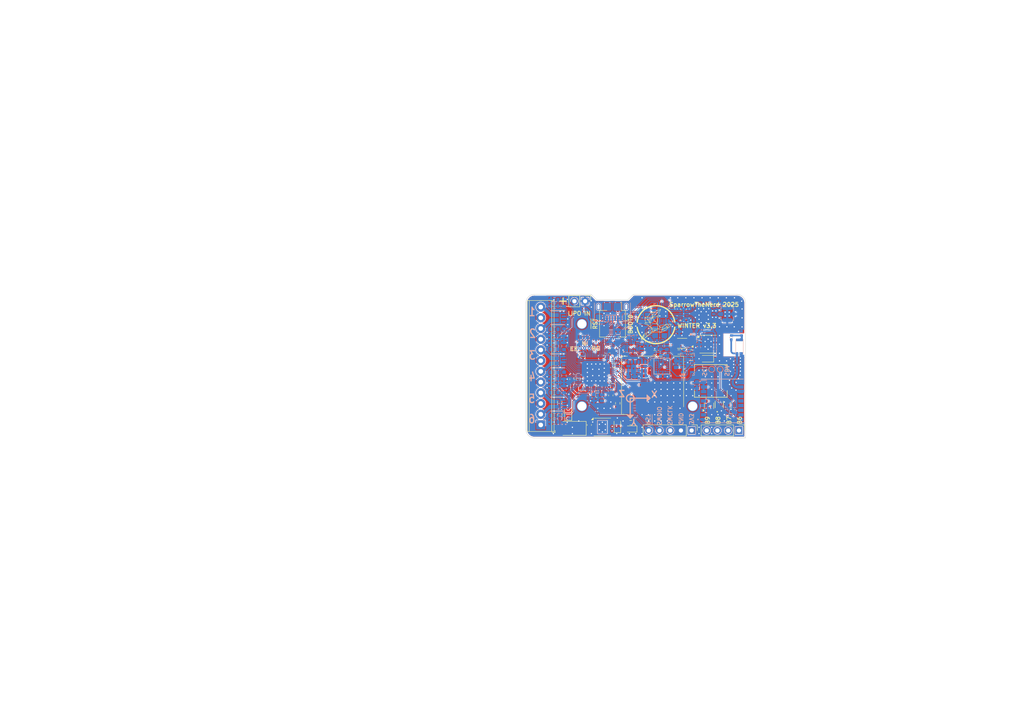
<source format=kicad_pcb>
(kicad_pcb (version 20240108) (generator "pcbnew") (generator_version "8.0")
  (title_block (title "WINTER Layout Document") (date "2025-01-06") (rev "3.3") (company "SparrowTheNerd") (comment 4 "ALL UNITS IN MILLIMETERS"))
  (layers (0 "F.Cu" signal "L1 (Sig)") (1 "In1.Cu" power "L2 (GND)") (2 "In2.Cu" signal "L3 (Sig)") (3 "In3.Cu" power "L4 (PWR)") (4 "In4.Cu" power "L5 (GND)") (31 "B.Cu" signal "L6 (Sig)") (34 "B.Paste" user) (35 "F.Paste" user) (36 "B.SilkS" user "B.Silkscreen") (37 "F.SilkS" user "F.Silkscreen") (38 "B.Mask" user) (39 "F.Mask" user) (44 "Edge.Cuts" user))
  (net 0 "")
  (net 1 "+3V3")
  (net 2 "/LoRa Radio/RF_ANT")
  (net 3 "Net-(C1-Pad1)")
  (net 4 "+5V")
  (net 5 "Net-(U10-VREG)")
  (net 6 "Net-(U10-VR_PA)")
  (net 7 "Net-(D1-K)")
  (net 8 "/LoRa Radio/RFI_BAL")
  (net 9 "/LoRa Radio/RFI_N")
  (net 10 "/LoRa Radio/RFO")
  (net 11 "/LoRa Radio/RFO_BAL")
  (net 12 "/LoRa Radio/RFI_P")
  (net 13 "Net-(U3-CAP)")
  (net 14 "Net-(C27-Pad1)")
  (net 15 "/LoRa Radio/TCXO-Comp")
  (net 16 "LIPO+")
  (net 17 "Net-(D2-A)")
  (net 19 "Net-(U10-DCC_SW)")
  (net 20 "Net-(U2-OUT1)")
  (net 22 "Net-(J2-DAT1)")
  (net 23 "SCK_SD")
  (net 24 "MOSI_SD")
  (net 25 "MISO_SD")
  (net 26 "CS_SD")
  (net 27 "Net-(J2-DAT2)")
  (net 29 "5-")
  (net 30 "3-")
  (net 31 "1-")
  (net 32 "6-")
  (net 33 "2-")
  (net 34 "4-")
  (net 35 "SWDIO")
  (net 36 "Net-(U6-PH0)")
  (net 37 "SWCLK")
  (net 39 "Net-(U10-XTA)")
  (net 40 "GNDREF")
  (net 41 "Net-(D3-K)")
  (net 42 "SERVO2")
  (net 44 "SERVO3")
  (net 45 "SERVO4")
  (net 46 "SERVO1")
  (net 47 "PY5")
  (net 49 "PY6")
  (net 50 "PY4")
  (net 51 "PY3")
  (net 52 "PY2")
  (net 53 "PY1")
  (net 54 "BUZZ")
  (net 55 "MISO_LoRa")
  (net 56 "SDA")
  (net 57 "SCL")
  (net 58 "Net-(R22-Pad1)")
  (net 59 "+2V5")
  (net 60 "Net-(U5-ANT2)")
  (net 61 "Net-(Y2-OUTPUT)")
  (net 65 "MAG_INT")
  (net 73 "IMU_INT")
  (net 74 "/LoRa Radio/DIO2-2v5")
  (net 75 "/LoRa Radio/PA-EN-2v5")
  (net 77 "LoRa_PA-EN")
  (net 79 "MOSI_LoRa")
  (net 80 "HIGHG_INT")
  (net 81 "CS_LoRa")
  (net 83 "LoRa_BUSY")
  (net 84 "LoRa_RST")
  (net 85 "LoRa_INT")
  (net 87 "SCK_LoRa")
  (net 94 "/LoRa Radio/DIO2")
  (net 104 "SENSE6")
  (net 105 "SENSE5")
  (net 106 "SENSE4")
  (net 107 "SENSE3")
  (net 108 "LIPO-SENSE")
  (net 109 "SENSE2")
  (net 110 "SENSE1")
  (net 111 "Net-(U2-OUT2)")
  (net 112 "Net-(U2-IN2)")
  (net 113 "/GPS/GPS-Match")
  (net 114 "/GPS/GPS-IN")
  (net 115 "/Microcontroller/SWD-BOOT0")
  (net 116 "SWD-NRST")
  (net 117 "USB_D-")
  (net 118 "USB_D+")
  (net 119 "Net-(AE2-FTE)")
  (footprint "Resistor_SMD:R_0603_1608Metric" (layer "F.Cu") (at 174.2 97.65)
    (property "Reference" "R23" (hide yes))
    (property "Value" "10k")
  )
  (footprint "Capacitor_SMD:C_0603_1608Metric" (layer "F.Cu") (at 158.1 107.95 -90)
    (property "Reference" "C3" (hide yes))
    (property "Value" "2.2uF")
  )
  (footprint "Diode_SMD:D_SOD-323F" (layer "F.Cu") (at 148 112.25 90)
    (property "Reference" "D2" (hide yes))
    (property "Value" "PMEG3020EJ")
  )
  (footprint "Package_SO:VSSOP-8_2.3x2mm_P0.5mm" (layer "F.Cu") (at 175 95.6 180)
    (property "Reference" "U9" (hide yes))
    (property "Value" "74LVC2T45DC")
  )
  (footprint "Capacitor_SMD:C_0603_1608Metric" (layer "F.Cu") (at 177.2 99.15)
    (property "Reference" "C11" (hide yes))
    (property "Value" "470nF")
  )
  (footprint "Capacitor_SMD:C_0603_1608Metric" (layer "F.Cu") (at 154.75 107.9)
    (property "Reference" "C10" (hide yes))
    (property "Value" "4.7uF")
  )
  (footprint "Capacitor_SMD:C_0603_1608Metric" (layer "F.Cu") (at 156.5 98.9 180)
    (property "Reference" "C8" (hide yes))
    (property "Value" "100nF")
  )
  (footprint "LED_SMD:LED_0603_1608Metric" (layer "F.Cu") (at 162.8125 115.9 180)
    (property "Reference" "D3" (hide yes))
    (property "Value" "LED_RD")
  )
  (footprint "Resistor_SMD:R_0603_1608Metric" (layer "F.Cu") (at 186.525 110.25 180)
    (property "Reference" "R5" (hide yes))
    (property "Value" "10k")
  )
  (footprint "Capacitor_Tantalum_SMD:CP_EIA-2012-15_AVX-P" (layer "F.Cu") (at 180.75 99.25 180)
    (property "Reference" "C14" (hide yes))
    (property "Value" "47uF tant")
  )
  (footprint "Package_TO_SOT_SMD:Texas_R-PDSO-G5_DCK-5" (layer "F.Cu") (at 181.3625 110.4 90)
    (property "Reference" "U13" (hide yes))
    (property "Value" "74LVC1G04")
  )
  (footprint "Resistor_SMD:R_0603_1608Metric" (layer "F.Cu") (at 177.2 97.65)
    (property "Reference" "R24" (hide yes))
    (property "Value" "27k")
  )
  (footprint "rev3footprints:AST0760_MAL" (layer "F.Cu") (at 181.8 104.5)
    (property "Reference" "LS1" (hide yes))
    (property "Value" "AST0760MCTRQ")
  )
  (footprint "MountingHole:MountingHole_2.2mm_M2_ISO7380_Pad_TopOnly" (layer "F.Cu") (at 177.5 110.5)
    (property "Reference" "H2" (hide yes))
    (property "Value" "MountingHole")
  )
  (footprint "Connector_PinHeader_2.54mm:PinHeader_1x02_P2.54mm_Vertical" (layer "F.Cu") (at 152.01 85.6 -90)
    (property "Reference" "J4" (hide yes))
    (property "Value" "Screw_Terminal_01x02")
  )
  (footprint "TerminalBlock_Phoenix:TerminalBlock_Phoenix_MPT-0,5-12-2.54_1x12_P2.54mm_Horizontal" (layer "F.Cu") (at 141.5 114.94 90)
    (property "Reference" "J3" (hide yes))
    (property "Value" "Screw_Terminal_01x12")
  )
  (footprint "rev3footprints:SOT_210DRLR_TEX" (layer "F.Cu") (at 183.799874 110.1001 90)
    (property "Reference" "U2" (hide yes))
    (property "Value" "DRV8210DRLR")
  )
  (footprint "Capacitor_SMD:C_0603_1608Metric" (layer "F.Cu") (at 153 114.95 -90)
    (property "Reference" "C12" (hide yes))
    (property "Value" "22uF")
  )
  (footprint "Capacitor_SMD:C_0603_1608Metric" (layer "F.Cu") (at 151.75 106.35)
    (property "Reference" "C6" (hide yes))
    (property "Value" "100nF")
  )
  (footprint "Resistor_SMD:R_0603_1608Metric" (layer "F.Cu") (at 159.75 109.8 90)
    (property "Reference" "R29" (hide yes))
    (property "Value" "4.7k")
  )
  (footprint "MountingHole:MountingHole_2.2mm_M2_ISO7380_Pad_TopOnly" (layer "F.Cu") (at 151.25 91 90)
    (property "Reference" "H1" (hide yes))
    (property "Value" "MountingHole")
  )
  (footprint "Capacitor_SMD:C_0603_1608Metric" (layer "F.Cu") (at 148.9 104.1 90)
    (property "Reference" "C2" (hide yes))
    (property "Value" "100nF")
  )
  (footprint "Resistor_SMD:R_0603_1608Metric" (layer "F.Cu") (at 186.525 111.75 180)
    (property "Reference" "R6" (hide yes))
    (property "Value" "10k")
  )
  (footprint "Package_SON:WSON-8-1EP_4x4mm_P0.8mm_EP2.2x3mm_ThermalVias" (layer "F.Cu") (at 181.15 95.8)
    (property "Reference" "U1" (hide yes))
    (property "Value" "LM2940LD-5.0/NOPB")
  )
  (footprint "Capacitor_Tantalum_SMD:CP_EIA-2012-15_AVX-P" (layer "F.Cu") (at 159.65 115.05 90)
    (property "Reference" "C13" (hide yes))
    (property "Value" "47uF tant")
  )
  (footprint "Resistor_SMD:R_0603_1608Metric" (layer "F.Cu") (at 162.8125 114.4)
    (property "Reference" "R7" (hide yes))
    (property "Value" "470")
  )
  (footprint "Resistor_SMD:R_0603_1608Metric" (layer "F.Cu") (at 158.825 100.8 180)
    (property "Reference" "R3" (hide yes))
    (property "Value" "4.7k")
  )
  (footprint "Capacitor_SMD:C_0603_1608Metric" (layer "F.Cu") (at 157.85 97.4)
    (property "Reference" "C1" (hide yes))
    (property "Value" "2.2uF")
  )
  (footprint "Connector_PinHeader_2.54mm:PinHeader_1x05_P2.54mm_Vertical" (layer "F.Cu") (at 177.25 116.25 -90)
    (property "Reference" "J5" (hide yes))
    (property "Value" "Conn_01x05")
  )
  (footprint "Capacitor_SMD:C_0603_1608Metric" (layer "F.Cu") (at 150.4 104.1 -90)
    (property "Reference" "C5" (hide yes))
    (property "Value" "100nF")
  )
  (footprint "Diode_SMD:D_SMA" (layer "F.Cu") (at 148.75 115.75 180)
    (property "Reference" "D1" (hide yes))
    (property "Value" "RSX501L-20TE25")
  )
  (footprint "Connector_PinHeader_2.54mm:PinHeader_1x04_P2.54mm_Vertical" (layer "F.Cu") (at 188.45 116.25 -90)
    (property "Reference" "J6" (hide yes))
    (property "Value" "Conn_01x04")
  )
  (footprint "Button_Switch_SMD:SW_DIP_SPSTx02_Slide_Omron_A6S-210x_W8.9mm_P2.54mm" (layer "F.Cu") (at 158.5 90.95 -90)
    (property "Reference" "SW1" (hide yes))
    (property "Value" "A6S-2104-H")
  )
  (footprint "Resistor_SMD:R_0603_1608Metric" (layer "F.Cu") (at 146 109.5 -90)
    (property "Reference" "R31" (hide yes))
    (property "Value" "100k")
  )
  (footprint "Capacitor_SMD:C_0603_1608Metric" (layer "F.Cu") (at 154.75 106.35)
    (property "Reference" "C7" (hide yes))
    (property "Value" "100nF")
  )
  (footprint "MountingHole:MountingHole_2.2mm_M2_ISO7380_Pad_TopOnly" (layer "F.Cu") (at 151.25 110.5)
    (property "Reference" "H3" (hide yes))
    (property "Value" "MountingHole")
  )
  (footprint "Package_SON:WSON-8-1EP_4x4mm_P0.8mm_EP2.2x3mm_ThermalVias" (layer "F.Cu") (at 156.1 115.45)
    (property "Reference" "U12" (hide yes))
    (property "Value" "LM1117LD-3.3/NOPB")
  )
  (footprint "Capacitor_SMD:C_0603_1608Metric" (layer "F.Cu") (at 158.6 104.9 90)
    (property "Reference" "C9" (hide yes))
    (property "Value" "100nF")
  )
  (footprint "Connector_Card:microSD_HC_Molex_47219-2001" (layer "F.Cu") (at 168 105.55 90)
    (property "Reference" "J2" (hide yes))
    (property "Value" "TF-102-15")
  )
  (footprint "Resistor_SMD:R_0603_1608Metric" (layer "F.Cu") (at 146 112.5 -90)
    (property "Reference" "R30" (hide yes))
    (property "Value" "27k")
  )
  (footprint "Capacitor_SMD:C_0603_1608Metric" (layer "F.Cu") (at 151.5 98.95 -90)
    (property "Reference" "C4" (hide yes))
    (property "Value" "100nF")
  )
  (footprint "Resistor_SMD:R_0603_1608Metric" (layer "F.Cu") (at 168.5 97.8 180)
    (property "Reference" "R28" (hide yes))
    (property "Value" "4.7k")
  )
  (footprint "rev3footprints:GGBLA.01.A" (layer "B.Cu") (at 188.580015 96.390014 90)
    (property "Reference" "AE2" (hide yes))
    (property "Value" "GGBLA.01.A")
  )
  (footprint "Resistor_SMD:R_0603_1608Metric" (layer "B.Cu") (at 147 96.25 -90)
    (property "Reference" "R17" (hide yes))
    (property "Value" "470")
  )
  (footprint "Resistor_SMD:R_0402_1005Metric" (layer "B.Cu") (at 183.7 86.4 90)
    (property "Reference" "R25" (hide yes))
    (property "Value" "50")
  )
  (footprint "Capacitor_SMD:C_0201_0603Metric" (layer "B.Cu") (at 175.424651 91.3575 90)
    (property "Reference" "C24" (hide yes))
    (property "Value" "47nF")
  )
  (footprint "Resistor_SMD:R_0603_1608Metric" (layer "B.Cu") (at 147 106.5 -90)
    (property "Reference" "R15" (hide yes))
    (property "Value" "470")
  )
  (footprint "Connector_Coaxial:U.FL_Molex_MCRF_73412-0110_Vertical" (layer "B.Cu") (at 185.679651 88.6625 90)
    (property "Reference" "AE1" (hide yes))
    (property "Value" "U.FL")
  )
  (footprint "Resistor_SMD:R_0603_1608Metric" (layer "B.Cu") (at 144.75 112.75 180)
    (property "Reference" "R8" (hide yes))
    (property "Value" "27k")
  )
  (footprint "Resistor_SMD:R_0603_1608Metric" (layer "B.Cu") (at 144.75 97 180)
    (property "Reference" "R38" (hide yes))
    (property "Value" "27k")
  )
  (footprint "TestPoint:TestPoint_Pad_D1.0mm" (layer "B.Cu") (at 182.001 101.75 180)
    (property "Reference" "TP2" (hide yes))
    (property "Value" "TestPoint")
  )
  (footprint "Capacitor_SMD:C_0603_1608Metric" (layer "B.Cu") (at 178.5 105.5 -90)
    (property "Reference" "C29" (hide yes))
    (property "Value" "100nF")
  )
  (footprint "Capacitor_SMD:C_0603_1608Metric" (layer "B.Cu") (at 165 89.565108 90)
    (property "Reference" "C22" (hide yes))
    (property "Value" "470nF")
  )
  (footprint "rev3footprints:TRANS_SI7232DN-T1-GE3" (layer "B.Cu") (at 145.5 110 180)
    (property "Reference" "Q1" (hide yes))
    (property "Value" "SI7232DN-T1-GE3")
  )
  (footprint "TestPoint:TestPoint_Pad_D1.0mm" (layer "B.Cu") (at 184.001 101.75 180)
    (property "Reference" "TP1" (hide yes))
    (property "Value" "TestPoint")
  )
  (footprint "Capacitor_SMD:C_0402_1005Metric" (layer "B.Cu") (at 187.52 99.25 180)
    (property "Reference" "C30" (hide yes))
    (property "Value" "0.8pF")
  )
  (footprint "Package_LGA:LGA-14_3x5mm_P0.8mm_LayoutBorder1x6y" (layer "B.Cu") (at 164.28 101 90)
    (property "Reference" "U8" (hide yes))
    (property "Value" "ADXL375")
  )
  (footprint "Resistor_SMD:R_0603_1608Metric" (layer "B.Cu") (at 144.75 92.25 180)
    (property "Reference" "R35" (hide yes))
    (property "Value" "27k")
  )
  (footprint "Capacitor_SMD:C_0603_1608Metric" (layer "B.Cu") (at 173.5 100.5 -90)
    (property "Reference" "C21" (hide yes))
    (property "Value" "100nF")
  )
  (footprint "Capacitor_SMD:C_0201_0603Metric" (layer "B.Cu") (at 174.674651 91.3625 90)
    (property "Reference" "C25" (hide yes))
    (property "Value" "47pF")
  )
  (footprint "rev3footprints:TRANS_SI7232DN-T1-GE3" (layer "B.Cu") (at 145.5 89.5 180)
    (property "Reference" "Q3" (hide yes))
    (property "Value" "SI7232DN-T1-GE3")
  )
  (footprint "Capacitor_SMD:C_0603_1608Metric" (layer "B.Cu") (at 163.1575 94.2)
    (property "Reference" "C16" (hide yes))
    (property "Value" "100nF")
  )
  (footprint "Resistor_SMD:R_0603_1608Metric" (layer "B.Cu") (at 171.4 96.2 -90)
    (property "Reference" "R26" (hide yes))
    (property "Value" "220")
  )
  (footprint "Resistor_SMD:R_0603_1608Metric" (layer "B.Cu") (at 144.75 104)
    (property "Reference" "R10" (hide yes))
    (property "Value" "100k")
  )
  (footprint "Package_LGA:LGA-8_3x5mm_P1.25mm" (layer "B.Cu") (at 176.25 100.55)
    (property "Reference" "U7" (hide yes))
    (property "Value" "MS5607-02BA")
  )
  (footprint "Resistor_SMD:R_0603_1608Metric" (layer "B.Cu") (at 147 86 -90)
    (property "Reference" "R19" (hide yes))
    (property "Value" "470")
  )
  (footprint "rev3footprints:PQFN50P300X250X97-14N" (layer "B.Cu") (at 163.1575 96.45)
    (property "Reference" "U4" (hide yes))
    (property "Value" "ICM-42688-P" (hide yes))
  )
  (footprint "Resistor_SMD:R_0603_1608Metric" (layer "B.Cu") (at 144.75 105.75 180)
    (property "Reference" "R9" (hide yes))
    (property "Value" "100k")
  )
  (footprint "Package_DFN_QFN:QFN-24-1EP_4x4mm_P0.5mm_EP2.6x2.6mm" (layer "B.Cu") (at 170.424434 88.3 90)
    (property "Reference" "U10" (hide yes))
    (property "Value" "SX1262IMLTRT")
  )
  (footprint "Capacitor_SMD:C_0603_1608Metric" (layer "B.Cu") (at 170.75 98.5 180)
    (property "Reference" "C17" (hide yes))
    (property "Value" "10uF")
  )
  (footprint "Capacitor_SMD:C_0402_1005Metric" (layer "B.Cu") (at 165.5075 96.4 90)
    (property "Reference" "C18" (hide yes))
    (property "Value" "2.2uF")
  )
  (footprint "Oscillator:Oscillator_SMD_ECS_2520MV-xxx-xx-4Pin_2.5x2.0mm" (layer "B.Cu") (at 155 108.5 90)
    (property "Reference" "Y1" (hide yes))
    (property "Value" "ECS-2520MV-240-BN")
  )
  (footprint "Resistor_SMD:R_0603_1608Metric" (layer "B.Cu") (at 176.25 97 180)
    (property "Reference" "R22" (hide yes))
    (property "Value" "10k")
  )
  (footprint "Package_DFN_QFN:QFN-68-1EP_8x8mm_P0.4mm_EP5.2x5.2mm" (layer "B.Cu") (at 154.55 102.5 90)
    (property "Reference" "U6" (hide yes))
    (property "Value" "STM32H725RGV6")
  )
  (footprint "rev3footprints:MMC5983MA_MEM" (layer "B.Cu") (at 170.2 101 90)
    (property "Reference" "U3" (hide yes))
    (property "Value" "MMC5983MA")
  )
  (footprint "rev3footprints:MAX-M10S-00B" (layer "B.Cu") (at 184.5 109.25)
    (property "Reference" "U11" (hide yes))
    (property "Value" "MAX-M10S-00B")
  )
  (footprint "Capacitor_SMD:C_0402_1005Metric" (layer "B.Cu") (at 188 100.73 90)
    (property "Reference" "C31" (hide yes))
    (property "Value" "2.7pF")
  )
  (footprint "Resistor_SMD:R_0603_1608Metric" (layer "B.Cu") (at 147 93 -90)
    (property "Reference" "R18" (hide yes))
    (property "Value" "470")
  )
  (footprint "Capacitor_SMD:C_0603_1608Metric" (layer "B.Cu") (at 163 103.5)
    (property "Reference" "C20" (hide yes))
    (property "Value" "100nF")
  )
  (footprint "Capacitor_SMD:C_0603_1608Metric" (layer "B.Cu") (at 167.6 95.7 180)
    (property "Reference" "C28" (hide yes))
    (property "Value" "100nF")
  )
  (footprint "Resistor_SMD:R_0603_1608Metric" (layer "B.Cu") (at 144.75 107.25 180)
    (property "Reference" "R32" (hide yes))
    (property "Value" "27k")
  )
  (footprint "Resistor_SMD:R_0603_1608Metric" (layer "B.Cu") (at 159.8 93.2 90)
    (property "Reference" "R2" (hide yes))
    (property "Value" "10k")
  )
  (footprint "Resistor_SMD:R_0603_1608Metric" (layer "B.Cu") (at 144.75 95.5 180)
    (property "Reference" "R11" (hide yes))
    (property "Value" "100k")
  )
  (footprint "Capacitor_SMD:C_0603_1608Metric" (layer "B.Cu") (at 173.55 92.8 180)
    (property "Reference" "C23" (hide yes))
    (property "Value" "100nF")
  )
  (footprint "Capacitor_SMD:C_0603_1608Metric" (layer "B.Cu") (at 179 95.1 -90)
    (property "Reference" "C26" (hide yes))
    (property "Value" "100nF")
  )
  (footprint "Inductor_SMD:L_0805_2012Metric" (layer "B.Cu") (at 166.75 89.8 -90)
    (property "Reference" "L1" (hide yes))
    (property "Value" "15uH")
  )
  (footprint "Capacitor_SMD:C_0603_1608Metric" (layer "B.Cu") (at 169.9 96.2 90)
    (property "Reference" "C27" (hide yes))
    (property "Value" "10pF")
  )
  (footprint "rev3footprints:SKY66105-11" (layer "B.Cu") (at 180.079651 89.4625)
    (property "Reference" "U5" (hide yes))
    (property "Value" "SKY66105")
  )
  (footprint "Resistor_SMD:R_0603_1608Metric" (layer "B.Cu") (at 147 113.5 -90)
    (property "Reference" "R14" (hide yes))
    (property "Value" "470")
  )
  (footprint "Resistor_SMD:R_0603_1608Metric" (layer "B.Cu") (at 144.75 93.75)
    (property "Reference" "R33" (hide yes))
    (property "Value" "100k")
  )
  (footprint "Resistor_SMD:R_0603_1608Metric" (layer "B.Cu") (at 144.75 114.25)
    (property "Reference" "R20" (hide yes))
    (property "Value" "100k")
  )
  (footprint "Connector_USB:USB_Micro-B_Amphenol_10118193-0001LF_Horizontal" (layer "B.Cu") (at 158.48 86.95)
    (property "Reference" "J1" (hide yes))
    (property "Value" "Amphenol ICC 10118193-0001LF")
  )
  (footprint "Resistor_SMD:R_0603_1608Metric" (layer "B.Cu") (at 147 103.25 -90)
    (property "Reference" "R16" (hide yes))
    (property "Value" "470")
  )
  (footprint "Capacitor_SMD:C_0402_1005Metric" (layer "B.Cu") (at 189.080015 93.252514 90)
    (property "Reference" "C33" (hide yes))
    (property "Value" "22pF")
  )
  (footprint "rev3footprints:TRANS_SI7232DN-T1-GE3" (layer "B.Cu") (at 145.5 99.75 180)
    (property "Reference" "Q2" (hide yes))
    (property "Value" "SI7232DN-T1-GE3")
  )
  (footprint "Resistor_SMD:R_0603_1608Metric" (layer "B.Cu") (at 151.75 94.2 180)
    (property "Reference" "R4" (hide yes))
    (property "Value" "4.7k")
  )
  (footprint "Resistor_SMD:R_0603_1608Metric" (layer "B.Cu") (at 144.75 86.75 180)
    (property "Reference" "R36" (hide yes))
    (property "Value" "27k")
  )
  (footprint "Inductor_SMD:L_0402_1005Metric" (layer "B.Cu") (at 173.546964 90.2125 -90)
    (property "Reference" "L2" (hide yes))
    (property "Value" "47nH")
  )
  (footprint "Capacitor_SMD:C_0402_1005Metric" (layer "B.Cu") (at 165.9 103.4)
    (property "Reference" "C19" (hide yes))
    (property "Value" "1uF")
  )
  (footprint "Capacitor_SMD:C_0402_1005Metric" (layer "B.Cu") (at 170.4 103.5 180)
    (property "Reference" "C15" (hide yes))
    (property "Value" "1uF")
  )
  (footprint "Resistor_SMD:R_0603_1608Metric" (layer "B.Cu") (at 144.75 102.5 180)
    (property "Reference" "R37" (hide yes))
    (property "Value" "27k")
  )
  (footprint "Capacitor_SMD:C_0402_1005Metric" (layer "B.Cu") (at 187.52 102.25 180)
    (property "Reference" "C34" (hide yes))
    (property "Value" "DNP")
  )
  (footprint "Resistor_SMD:R_0603_1608Metric" (layer "B.Cu") (at 144.75 85.25 180)
    (property "Reference" "R34" (hide yes))
    (property "Value" "100k")
  )
  (footprint "Capacitor_SMD:C_0402_1005Metric" (layer "B.Cu") (at 186.630015 94.202514 90)
    (property "Reference" "C32" (hide yes))
    (property "Value" "0.5pF")
  )
  (footprint "rev3footprints:OSC_ATX-11-F-32.000MHZ-F05-T" (layer "B.Cu") (at 169.689184 92.965108 -90)
    (property "Reference" "Y2" (hide yes))
    (property "Value" "ATX-11-F-32.000MHZ-F05-T")
  )
  (footprint "RF_Converter:Balun_Johanson_0900FM15K0039" (layer "B.Cu") (at 175.337217 88.8125)
    (property "Reference" "FL1" (hide yes))
    (property "Value" "0900FM15D0039E")
  )
  (gr_poly (pts (xy 178.07 90.01) (xy 177.79 90.01) (xy 177.73 89.75) (xy 177.765974 89.747516) (xy 177.787057 89.777123) (xy 177.806794 89.80942) (xy 177.837298 89.847998) (xy 177.865109 89.876258) (xy 177.892921 89.898687) (xy 177.928359 89.920219) (xy 177.953534 89.933782) (xy 177.978489 89.94367) (xy 178.005017 89.952933) (xy 178.031464 89.958592) (xy 178.056251 89.961638) (xy 178.079211 89.963073)) (fill solid) (layer "B.Cu") (net 11))
  (gr_poly (pts (xy 177.5 87.32) (xy 177.479633 87.361994) (xy 177.49 87.37) (xy 177.524259 87.389008) (xy 177.544894 87.412334) (xy 177.558351 87.441043) (xy 177.561641 87.476929) (xy 177.558052 87.510722) (xy 177.546688 87.535842) (xy 177.533231 87.557972) (xy 177.576593 87.558271) (xy 177.68 87.37)) (fill solid) (layer "B.Cu") (net 8))
  (gr_poly (pts (xy 188.58 98.29) (xy 188.58 99.1) (xy 189.7 99.1) (xy 189.7 98.29) (xy 189.255 98.29)) (fill solid) (layer "B.Cu") (net 40))
  (gr_poly (pts (xy 177.48 90.03) (xy 177.71 90.03) (xy 177.71 89.72) (xy 177.596411 89.718359) (xy 177.606729 89.743031) (xy 177.610019 89.762395) (xy 177.610317 89.78116) (xy 177.609869 89.813906) (xy 177.603589 89.853829) (xy 177.590131 89.89151) (xy 177.572487 89.91585) (xy 177.546769 89.940372) (xy 177.517761 89.954427) (xy 177.48 89.96)) (fill solid) (layer "B.Cu") (net 11))
  (gr_poly (pts (xy 178.08 87.36) (xy 177.97 87.37) (xy 177.91 87.38) (xy 177.85 87.41) (xy 177.78 87.46) (xy 177.75 87.49) (xy 177.71 87.54) (xy 177.72 87.43) (xy 177.75 87.34) (xy 178.06 87.35)) (fill solid) (layer "B.Cu") (net 8))
  (gr_poly (pts (xy 187.78 94.56) (xy 188.9 94.56) (xy 188.98 94.45) (xy 188.98 94.29) (xy 188.880728 94.284367) (xy 188.879222 94.298456) (xy 188.874358 94.322221) (xy 188.86231 94.348198) (xy 188.842911 94.373069) (xy 188.811091 94.399263) (xy 188.772293 94.420901) (xy 188.728644 94.439554) (xy 188.65 94.46) (xy 188.57 94.47) (xy 188.476663 94.47645) (xy 188.381789 94.480487) (xy 188.197957 94.48545) (xy 187.78 94.49)) (fill solid) (layer "B.Cu") (net 119))
  (gr_rect (start 155 113.9) (end 157.2 117) (fill solid) (layer "B.Cu") (net 1))
  (gr_line (start 167.88425 112.45) (end 167.88425 114.8) (stroke (width 0.15)) (layer "B.SilkS"))
  (gr_poly (pts (xy 167.5 108.6) (xy 166.65 107.8) (xy 166.65 109.4)) (stroke (width 0.15)) (fill solid) (layer "B.SilkS"))
  (gr_poly (pts (xy 162.7 113.4) (xy 163.5 112.55) (xy 161.9 112.55)) (stroke (width 0.15)) (fill solid) (layer "B.SilkS"))
  (gr_line (start 162.7 108.6) (end 162.7 112.8) (stroke (width 0.3)) (layer "B.SilkS"))
  (gr_circle (center 162.7 108.6) (end 163.6 108.6) (stroke (width 0.3)) (fill none) (layer "B.SilkS"))
  (gr_line (start 162.7 108.6) (end 167 108.6) (stroke (width 0.3)) (layer "B.SilkS"))
  (gr_poly (pts (xy 168.915955 86.502444) (xy 169.033123 86.50677) (xy 169.149804 86.513972) (xy 169.265973 86.524045) (xy 169.381605 86.536986) (xy 169.496675 86.552788) (xy 169.611158 86.571448) (xy 169.725028 86.592958) (xy 169.838261 86.617315) (xy 169.950832 86.644512) (xy 170.062714 86.674547) (xy 170.173884 86.707412) (xy 170.284316 86.743103) (xy 170.393985 86.781614) (xy 170.502866 86.822941) (xy 170.610933 86.86708) (xy 170.71423 86.912238) (xy 170.816184 86.959756) (xy 170.916775 87.00962) (xy 171.015981 87.061816) (xy 171.113784 87.11633) (xy 171.210161 87.173148) (xy 171.305092 87.232256) (xy 171.398557 87.29364) (xy 171.490535 87.357287) (xy 171.581005 87.423182) (xy 171.669948 87.491311) (xy 171.75734 87.56166) (xy 171.843164 87.634216) (xy 171.927398 87.708964) (xy 172.01002 87.785891) (xy 172.091012 87.864982) (xy 172.170103 87.945972) (xy 172.247029 88.028592) (xy 172.321778 88.11282) (xy 172.394333 88.198638) (xy 172.464683 88.286024) (xy 172.532812 88.37496) (xy 172.598707 88.465424) (xy 172.662353 88.557396) (xy 172.723737 88.650857) (xy 172.782845 88.745786) (xy 172.839664 88.842163) (xy 172.894177 88.939968) (xy 172.946373 89.03918) (xy 172.996238 89.13978) (xy 173.043756 89.241747) (xy 173.088914 89.345061) (xy 173.149426 89.495361) (xy 173.204509 89.64721) (xy 173.254152 89.80054) (xy 173.298345 89.955283) (xy 173.337076 90.11137) (xy 173.370333 90.268733) (xy 173.398106 90.427304) (xy 173.420384 90.587015) (xy 173.420744 90.590791) (xy 173.420894 90.594533) (xy 173.42084 90.598237) (xy 173.420587 90.601896) (xy 173.420139 90.605506) (xy 173.419501 90.60906) (xy 173.41868 90.612552) (xy 173.417679 90.615977) (xy 173.416504 90.619329) (xy 173.415159 90.622603) (xy 173.41365 90.625792) (xy 173.411983 90.628892) (xy 173.41016 90.631896) (xy 173.40819 90.634798) (xy 173.406075 90.637593) (xy 173.403821 90.640276) (xy 173.401433 90.64284) (xy 173.398916 90.64528) (xy 173.396276 90.64759) (xy 173.393516 90.649764) (xy 173.390643 90.651798) (xy 173.387661 90.653684) (xy 173.384576 90.655419) (xy 173.381391 90.656994) (xy 173.378113 90.658406) (xy 173.374746 90.659648) (xy 173.371296 90.660714) (xy 173.367768 90.661599) (xy 173.364165 90.662297) (xy 173.360495 90.662804) (xy 173.35676 90.663112) (xy 173.352968 90.663215) (xy 173.169559 90.663215) (xy 173.166389 90.663142) (xy 173.163253 90.662925) (xy 173.160154 90.662568) (xy 173.157095 90.662072) (xy 173.15408 90.66144) (xy 173.151113 90.660678) (xy 173.148197 90.659786) (xy 173.145336 90.658768) (xy 173.142533 90.657628) (xy 173.139792 90.656368) (xy 173.137116 90.65499) (xy 173.13451 90.653499) (xy 173.131976 90.651896) (xy 173.129517 90.650186) (xy 173.12714 90.648371) (xy 173.124844 90.646454) (xy 173.122636 90.644438) (xy 173.120518 90.642326) (xy 173.118494 90.640121) (xy 173.116568 90.637827) (xy 173.114742 90.635445) (xy 173.113021 90.63298) (xy 173.111409 90.630433) (xy 173.109908 90.627809) (xy 173.108523 90.62511) (xy 173.107256 90.622339) (xy 173.106112 90.619499) (xy 173.105095 90.616593) (xy 173.104206 90.613624) (xy 173.103451 90.610596) (xy 173.102832 90.607511) (xy 173.102355 90.604372) (xy 173.07229 90.405904) (xy 173.033336 90.210457) (xy 172.985708 90.018246) (xy 172.929622 89.829486) (xy 172.865292 89.644391) (xy 172.792935 89.463177) (xy 172.712763 89.28606) (xy 172.624993 89.113253) (xy 172.52984 88.944972) (xy 172.42752 88.781433) (xy 172.318246 88.622851) (xy 172.202235 88.46944) (xy 172.0797 88.321416) (xy 171.950859 88.178993) (xy 171.815924 88.042387) (xy 171.675113 87.911813) (xy 171.528639 87.787487) (xy 171.376718 87.669622) (xy 171.219564 87.558435) (xy 171.057395 87.45414) (xy 170.890422 87.356952) (xy 170.718864 87.267087) (xy 170.542933 87.18476) (xy 170.362846 87.110185) (xy 170.178817 87.043579) (xy 169.991063 86.985155) (xy 169.799796 86.935129) (xy 169.605234 86.893717) (xy 169.407591 86.861133) (xy 169.207081 86.837592) (xy 169.003921 86.823311) (xy 168.798325 86.818502) (xy 168.59273 86.823311) (xy 168.38957 86.837592) (xy 168.18906 86.861133) (xy 167.991417 86.893717) (xy 167.796854 86.935129) (xy 167.605588 86.985155) (xy 167.417832 87.043579) (xy 167.233804 87.110185) (xy 167.053716 87.18476) (xy 166.877784 87.267087) (xy 166.706224 87.356952) (xy 166.539251 87.45414) (xy 166.37708 87.558435) (xy 166.219924 87.669622) (xy 166.068001 87.787487) (xy 165.921525 87.911813) (xy 165.780711 88.042387) (xy 165.645773 88.178993) (xy 165.516928 88.321416) (xy 165.39439 88.46944) (xy 165.278375 88.622851) (xy 165.169096 88.781433) (xy 165.066771 88.944972) (xy 164.971612 89.113253) (xy 164.883837 89.28606) (xy 164.80366 89.463177) (xy 164.731295 89.644391) (xy 164.666958 89.829486) (xy 164.610864 90.018246) (xy 164.563228 90.210457) (xy 164.524265 90.405904) (xy 164.49419 90.604372) (xy 164.493721 90.607511) (xy 164.493112 90.610596) (xy 164.492363 90.613624) (xy 164.49148 90.616593) (xy 164.490468 90.619499) (xy 164.489328 90.622339) (xy 164.488064 90.62511) (xy 164.486681 90.627809) (xy 164.485182 90.630433) (xy 164.48357 90.63298) (xy 164.48185 90.635445) (xy 164.480024 90.637827) (xy 164.478096 90.640121) (xy 164.476071 90.642326) (xy 164.473951 90.644438) (xy 164.47174 90.646454) (xy 164.469443 90.648371) (xy 164.467061 90.650186) (xy 164.4646 90.651896) (xy 164.462063 90.653499) (xy 164.459453 90.65499) (xy 164.456774 90.656368) (xy 164.45403 90.657628) (xy 164.451224 90.658768) (xy 164.44836 90.659786) (xy 164.44544 90.660678) (xy 164.442471 90.66144) (xy 164.439454 90.662072) (xy 164.436393 90.662568) (xy 164.433293 90.662925) (xy 164.430156 90.663142) (xy 164.426986 90.663215) (xy 164.426986 90.663109) (xy 164.243683 90.663109) (xy 164.239891 90.663006) (xy 164.236156 90.662699) (xy 164.232486 90.662195) (xy 164.228884 90.661498) (xy 164.225355 90.660615) (xy 164.221904 90.659551) (xy 164.218538 90.658312) (xy 164.21526 90.656904) (xy 164.212076 90.655331) (xy 164.20899 90.6536) (xy 164.206008 90.651717) (xy 164.203135 90.649687) (xy 164.200376 90.647516) (xy 164.197735 90.645208) (xy 164.195218 90.642772) (xy 164.19283 90.64021) (xy 164.190576 90.637529) (xy 164.188461 90.634736) (xy 164.18649 90.631835) (xy 164.184668 90.628832) (xy 164.183 90.625733) (xy 164.181492 90.622544) (xy 164.180148 90.619269) (xy 164.178972 90.615916) (xy 164.177972 90.612488) (xy 164.17715 90.608993) (xy 164.176512 90.605436) (xy 164.176064 90.601821) (xy 164.175811 90.598156) (xy 164.175757 90.594445) (xy 164.175908 90.590694) (xy 164.176267 90.586909) (xy 164.198545 90.427168) (xy 164.226318 90.268583) (xy 164.259576 90.111217) (xy 164.298306 89.955137) (xy 164.342499 89.800407) (xy 164.392142 89.647089) (xy 164.447225 89.495251) (xy 164.507737 89.344956) (xy 164.552896 89.241658) (xy 164.600414 89.139704) (xy 164.650278 89.039113) (xy 164.702474 88.939906) (xy 164.756988 88.842104) (xy 164.813806 88.745727) (xy 164.872914 88.650795) (xy 164.934298 88.55733) (xy 164.997945 88.465352) (xy 165.06384 88.374882) (xy 165.131968 88.28594) (xy 165.202318 88.198547) (xy 165.274874 88.112724) (xy 165.349622 88.02849) (xy 165.426548 87.945868) (xy 165.50564 87.864876) (xy 165.58663 87.785785) (xy 165.669249 87.708858) (xy 165.753478 87.63411) (xy 165.839296 87.561555) (xy 165.926682 87.491205) (xy 166.015618 87.423076) (xy 166.106082 87.357181) (xy 166.198054 87.293535) (xy 166.291515 87.232151) (xy 166.386444 87.173042) (xy 166.48282 87.116224) (xy 166.580625 87.06171) (xy 166.679837 87.009514) (xy 166.780437 86.95965) (xy 166.882404 86.912132) (xy 166.985719 86.866974) (xy 167.093786 86.822854) (xy 167.202667 86.781544) (xy 167.312336 86.743046) (xy 167.422768 86.707367) (xy 167.533937 86.674512) (xy 167.64582 86.644487) (xy 167.75839 86.617296) (xy 167.871623 86.592944) (xy 167.985493 86.571439) (xy 168.099976 86.552783) (xy 168.215046 86.536983) (xy 168.330678 86.524044) (xy 168.446848 86.513971) (xy 168.563528 86.506769) (xy 168.680696 86.502444) (xy 168.798325 86.501002)) (fill solid) (layer "F.SilkS"))
  (gr_poly (pts (xy 169.943368 87.485225) (xy 169.946729 87.48572) (xy 169.949891 87.486458) (xy 169.952848 87.487436) (xy 169.955596 87.488648) (xy 169.958134 87.490094) (xy 169.960456 87.491768) (xy 169.962558 87.493666) (xy 169.964438 87.495785) (xy 169.966091 87.49812) (xy 169.967514 87.50067) (xy 169.968702 87.503428) (xy 169.969653 87.506393) (xy 169.970362 87.50956) (xy 169.970825 87.512924) (xy 169.97104 87.516483) (xy 169.971001 87.520232) (xy 169.970706 87.524169) (xy 169.970151 87.528289) (xy 169.969332 87.532588) (xy 169.968244 87.537063) (xy 169.966886 87.54171) (xy 169.965252 87.546524) (xy 169.963339 87.551504) (xy 169.430256 88.864366) (xy 169.422047 88.886189) (xy 169.413912 88.910702) (xy 169.406064 88.937069) (xy 169.398718 88.964459) (xy 169.392086 88.992036) (xy 169.386382 89.018969) (xy 169.381819 89.044424) (xy 169.378609 89.067566) (xy 169.17287 90.889487) (xy 169.172014 90.900624) (xy 169.171888 90.91226) (xy 169.172463 90.924303) (xy 169.173708 90.936656) (xy 169.175596 90.949224) (xy 169.178096 90.961914) (xy 169.181179 90.97463) (xy 169.184816 90.987277) (xy 169.188977 90.99976) (xy 169.193634 91.011985) (xy 169.198757 91.023856) (xy 169.204317 91.035279) (xy 169.210284 91.046159) (xy 169.216629 91.0564) (xy 169.223324 91.065909) (xy 169.230336 91.07459) (xy 169.539688 91.430929) (xy 169.543372 91.434972) (xy 169.547256 91.438843) (xy 169.55558 91.446062) (xy 169.564572 91.452569) (xy 169.574152 91.458348) (xy 169.584235 91.463381) (xy 169.594735 91.467651) (xy 169.60557 91.47114) (xy 169.616655 91.473832) (xy 169.627905 91.475708) (xy 169.639239 91.476752) (xy 169.65057 91.476948) (xy 169.661816 91.476277) (xy 169.672892 91.474722) (xy 169.683713 91.472267) (xy 169.694196 91.468893) (xy 169.699285 91.466856) (xy 169.704258 91.464584) (xy 169.735056 91.449556) (xy 169.756267 91.439815) (xy 169.780143 91.429832) (xy 169.805867 91.419887) (xy 169.832621 91.410265) (xy 169.859589 91.401249) (xy 169.885953 91.39312) (xy 169.910896 91.386163) (xy 169.9336 91.380659) (xy 170.924835 91.163806) (xy 170.947558 91.158384) (xy 170.972557 91.151589) (xy 170.999012 91.143692) (xy 171.026104 91.134967) (xy 171.0355 91.131726) (xy 171.236565 91.131726) (xy 171.236831 91.133353) (xy 171.237418 91.13492) (xy 171.238326 91.136421) (xy 171.239553 91.137856) (xy 171.241099 91.13922) (xy 171.242964 91.14051) (xy 171.245145 91.141724) (xy 171.247643 91.142859) (xy 171.250457 91.14391) (xy 171.253586 91.144876) (xy 171.257029 91.145754) (xy 171.260786 91.14654) (xy 171.264856 91.147232) (xy 171.269236 91.147825) (xy 171.273929 91.148318) (xy 171.284244 91.14899) (xy 171.804944 91.170368) (xy 171.82831 91.170965) (xy 171.854253 91.17096) (xy 171.881908 91.170394) (xy 171.910408 91.169309) (xy 171.938888 91.167748) (xy 171.966483 91.165754) (xy 171.992326 91.163368) (xy 172.015553 91.160631) (xy 172.20944 91.134491) (xy 172.214687 91.13371) (xy 172.219612 91.13284) (xy 172.224217 91.131882) (xy 172.2285 91.13084) (xy 172.23246 91.12972) (xy 172.236097 91.128521) (xy 172.239412 91.12725) (xy 172.242402 91.125908) (xy 172.245068 91.1245) (xy 172.24741 91.123028) (xy 172.249426 91.121497) (xy 172.251117 91.119909) (xy 172.252482 91.118268) (xy 172.253521 91.116577) (xy 172.254232 91.11484) (xy 172.254617 91.11306) (xy 172.254674 91.11124) (xy 172.254403 91.109383) (xy 172.253803 91.107493) (xy 172.252874 91.105575) (xy 172.251615 91.103629) (xy 172.250027 91.101661) (xy 172.248108 91.099674) (xy 172.245858 91.097671) (xy 172.243276 91.095655) (xy 172.240364 91.093629) (xy 172.237119 91.091597) (xy 172.233541 91.089564) (xy 172.229631 91.08753) (xy 172.225386 91.0855) (xy 172.220808 91.083479) (xy 172.215896 91.081468) (xy 172.140543 91.051729) (xy 172.12996 91.047806) (xy 172.1186 91.044067) (xy 172.106569 91.040525) (xy 172.09397 91.0372) (xy 172.080908 91.034107) (xy 172.067488 91.031261) (xy 172.053812 91.028681) (xy 172.039987 91.026382) (xy 172.026116 91.02438) (xy 172.012303 91.022693) (xy 171.998652 91.021336) (xy 171.985269 91.020327) (xy 171.972258 91.01968) (xy 171.959722 91.019413) (xy 171.947767 91.019543) (xy 171.936496 91.020085) (xy 171.470511 91.052046) (xy 171.459266 91.053012) (xy 171.447389 91.054384) (xy 171.434982 91.056136) (xy 171.422145 91.058244) (xy 171.395591 91.063424) (xy 171.36854 91.069721) (xy 171.341808 91.07693) (xy 171.316206 91.084848) (xy 171.304084 91.08901) (xy 171.292549 91.093273) (xy 171.281704 91.097612) (xy 171.27165 91.102) (xy 171.267005 91.104186) (xy 171.262692 91.106356) (xy 171.258712 91.108507) (xy 171.255063 91.110635) (xy 171.251744 91.112738) (xy 171.248755 91.114813) (xy 171.246095 91.116857) (xy 171.243764 91.118868) (xy 171.241759 91.12084) (xy 171.240081 91.122772) (xy 171.238729 91.124662) (xy 171.237703 91.126505) (xy 171.237 91.128299) (xy 171.236621 91.13004) (xy 171.236565 91.131726) (xy 171.0355 91.131726) (xy 171.053012 91.125686) (xy 171.078916 91.116122) (xy 171.102997 91.106548) (xy 171.124436 91.097237) (xy 171.247625 91.040934) (xy 171.257974 91.036425) (xy 171.269108 91.031965) (xy 171.293314 91.0233) (xy 171.319419 91.015149) (xy 171.346593 91.007728) (xy 171.374011 91.001251) (xy 171.400844 90.995928) (xy 171.426267 90.991976) (xy 171.43819 90.990579) (xy 171.44945 90.989605) (xy 171.949618 90.95468) (xy 171.960891 90.954116) (xy 171.97285 90.953964) (xy 171.985391 90.954205) (xy 171.998409 90.954825) (xy 172.0118 90.955808) (xy 172.02546 90.957136) (xy 172.039282 90.958793) (xy 172.053163 90.960765) (xy 172.066998 90.963035) (xy 172.080683 90.965586) (xy 172.094112 90.968402) (xy 172.107183 90.971468) (xy 172.119788 90.974767) (xy 172.131824 90.978282) (xy 172.143187 90.981999) (xy 172.153771 90.9859) (xy 172.404174 91.083902) (xy 172.409131 91.085986) (xy 172.41384 91.088246) (xy 172.418298 91.090674) (xy 172.422506 91.093263) (xy 172.42646 91.096004) (xy 172.43016 91.098892) (xy 172.433604 91.101917) (xy 172.436788 91.105073) (xy 172.439714 91.108353) (xy 172.442377 91.111748) (xy 172.444777 91.115252) (xy 172.446912 91.118856) (xy 172.44878 91.122554) (xy 172.450379 91.126337) (xy 172.451708 91.1302) (xy 172.452764 91.134133) (xy 172.453548 91.13813) (xy 172.454056 91.142183) (xy 172.454286 91.146284) (xy 172.454237 91.150427) (xy 172.453908 91.154604) (xy 172.453296 91.158805) (xy 172.4524 91.163027) (xy 172.451219 91.16726) (xy 172.449749 91.171496) (xy 172.447991 91.175729) (xy 172.445941 91.179952) (xy 172.443599 91.184155) (xy 172.440962 91.188332) (xy 172.438029 91.192476) (xy 172.434798 91.19658) (xy 172.431268 91.200635) (xy 172.274316 91.372296) (xy 172.25886 91.389842) (xy 172.242285 91.40979) (xy 172.22511 91.431447) (xy 172.207853 91.454119) (xy 172.191032 91.477114) (xy 172.175167 91.499738) (xy 172.160775 91.521298) (xy 172.148375 91.5411) (xy 172.075032 91.663127) (xy 172.06899 91.67265) (xy 172.062184 91.682437) (xy 172.054688 91.692416) (xy 172.04658 91.702512) (xy 172.037931 91.712654) (xy 172.028817 91.722768) (xy 172.019313 91.732782) (xy 172.009495 91.742621) (xy 171.999435 91.752214) (xy 171.98921 91.761488) (xy 171.978893 91.770368) (xy 171.96856 91.778782) (xy 171.958285 91.786657) (xy 171.948144 91.79392) (xy 171.93821 91.8005) (xy 171.928558 91.80632) (xy 171.839129 91.857332) (xy 171.767189 91.898567) (xy 171.739861 91.914348) (xy 171.723348 91.924007) (xy 171.716982 91.928348) (xy 171.708004 91.93526) (xy 171.696829 91.944387) (xy 171.683871 91.955373) (xy 171.669544 91.967862) (xy 171.654261 91.981499) (xy 171.638437 91.995927) (xy 171.622488 92.01079) (xy 171.057656 92.542496) (xy 171.049315 92.550116) (xy 171.040228 92.557969) (xy 171.030482 92.565999) (xy 171.020168 92.574144) (xy 170.998188 92.590542) (xy 170.975 92.606684) (xy 170.951316 92.622093) (xy 170.927848 92.636288) (xy 170.916417 92.642781) (xy 170.905308 92.648792) (xy 170.894608 92.65426) (xy 170.884407 92.659125) (xy 170.205803 92.970276) (xy 170.195453 92.974765) (xy 170.184316 92.97913) (xy 170.172496 92.983348) (xy 170.160096 92.987396) (xy 170.14722 92.99125) (xy 170.133971 92.994889) (xy 170.106769 93.00143) (xy 170.07932 93.006834) (xy 170.06576 93.009053) (xy 170.052451 93.01092) (xy 170.039492 93.012412) (xy 170.02699 93.013505) (xy 170.015047 93.014178) (xy 170.003767 93.014408) (xy 168.151579 93.014408) (xy 168.140356 93.014735) (xy 168.128581 93.015694) (xy 168.116353 93.017254) (xy 168.10377 93.019382) (xy 168.090929 93.022045) (xy 168.077929 93.025212) (xy 168.064868 93.028851) (xy 168.051844 93.032928) (xy 168.038955 93.037412) (xy 168.0263 93.042272) (xy 168.013975 93.047472) (xy 168.00208 93.052984) (xy 167.990714 93.058772) (xy 167.979972 93.064808) (xy 167.969956 93.071056) (xy 167.960761 93.077484) (xy 165.730641 94.734304) (xy 165.726289 94.737401) (xy 165.722007 94.740185) (xy 165.7178 94.74266) (xy 165.713674 94.744826) (xy 165.709633 94.746688) (xy 165.705683 94.748248) (xy 165.701828 94.749508) (xy 165.698074 94.750472) (xy 165.694426 94.751142) (xy 165.690888 94.751521) (xy 165.687467 94.751612) (xy 165.684166 94.751418) (xy 165.680991 94.75094) (xy 165.677948 94.750183) (xy 165.67504 94.749148) (xy 165.672274 94.747838) (xy 165.669654 94.746256) (xy 165.667186 94.744405) (xy 165.664874 94.742288) (xy 165.662724 94.739907) (xy 165.66074 94.737265) (xy 165.658928 94.734364) (xy 165.657293 94.731209) (xy 165.65584 94.7278) (xy 165.654574 94.724142) (xy 165.6535 94.720236) (xy 165.652623 94.716085) (xy 165.651948 94.711693) (xy 165.65148 94.707061) (xy 165.651225 94.702193) (xy 165.651188 94.697092) (xy 165.651372 94.69176) (xy 165.657299 94.581587) (xy 165.657493 94.576257) (xy 165.657486 94.571183) (xy 165.65728 94.566367) (xy 165.656881 94.56181) (xy 165.656293 94.557516) (xy 165.655522 94.553485) (xy 165.65457 94.549721) (xy 165.653444 94.546225) (xy 165.652858 94.544768) (xy 165.748429 94.544768) (xy 165.748529 94.549318) (xy 165.74883 94.553616) (xy 165.749328 94.557657) (xy 165.750016 94.561442) (xy 165.750893 94.564967) (xy 165.751953 94.568229) (xy 165.753193 94.571227) (xy 165.754607 94.573958) (xy 165.756192 94.57642) (xy 165.757943 94.578612) (xy 165.759856 94.580528) (xy 165.761927 94.582169) (xy 165.764151 94.583532) (xy 165.766524 94.584615) (xy 165.769042 94.585414) (xy 165.7717 94.585928) (xy 165.774496 94.586155) (xy 165.777423 94.586091) (xy 165.780477 94.585736) (xy 165.783656 94.585086) (xy 165.786952 94.58414) (xy 165.790365 94.582894) (xy 165.793888 94.581347) (xy 165.797516 94.579496) (xy 165.801248 94.57734) (xy 165.805076 94.574875) (xy 165.808999 94.572099) (xy 165.813011 94.569011) (xy 165.817107 94.565607) (xy 166.360108 94.097355) (xy 166.469708 94.097355) (xy 166.469741 94.097664) (xy 166.47004 94.097761) (xy 166.470605 94.097644) (xy 166.472528 94.096768) (xy 166.47551 94.095032) (xy 166.479546 94.092436) (xy 166.484635 94.088974) (xy 166.490772 94.084646) (xy 166.506188 94.073376) (xy 167.93335 93.012184) (xy 167.993662 92.967576) (xy 168.012215 92.953993) (xy 168.017361 92.950293) (xy 168.019287 92.949002) (xy 168.026783 92.944624) (xy 168.046473 92.932704) (xy 168.052912 92.92876) (xy 168.205405 92.92876) (xy 168.205467 92.930775) (xy 168.205844 92.932704) (xy 168.206538 92.934544) (xy 168.207546 92.936291) (xy 168.208868 92.937942) (xy 168.210502 92.939492) (xy 168.212448 92.94094) (xy 168.214704 92.94228) (xy 168.217271 92.943508) (xy 168.220145 92.944624) (xy 168.223328 92.94562) (xy 168.226816 92.946496) (xy 168.230611 92.947248) (xy 168.23471 92.947869) (xy 168.239112 92.94836) (xy 168.243817 92.948714) (xy 168.248824 92.94893) (xy 168.254131 92.949002) (xy 169.782258 92.949004) (xy 169.79252 92.948825) (xy 169.801473 92.948303) (xy 169.805459 92.947917) (xy 169.809116 92.947452) (xy 169.812446 92.946911) (xy 169.815447 92.946293) (xy 169.818119 92.945603) (xy 169.820461 92.944841) (xy 169.822474 92.944012) (xy 169.824157 92.943116) (xy 169.825509 92.942155) (xy 169.826531 92.941132) (xy 169.827222 92.940049) (xy 169.827581 92.938909) (xy 169.827608 92.937714) (xy 169.827304 92.936464) (xy 169.826667 92.935164) (xy 169.825697 92.933816) (xy 169.824394 92.93242) (xy 169.822758 92.93098) (xy 169.820788 92.929496) (xy 169.818483 92.927974) (xy 169.815844 92.926412) (xy 169.812869 92.924816) (xy 169.80956 92.923186) (xy 169.805916 92.921524) (xy 169.797617 92.918116) (xy 169.787973 92.914607) (xy 168.871879 92.599436) (xy 168.861218 92.596216) (xy 168.849938 92.593652) (xy 168.838136 92.591732) (xy 168.825911 92.590448) (xy 168.81336 92.589787) (xy 168.80058 92.589737) (xy 168.787669 92.590289) (xy 168.774725 92.591432) (xy 168.761845 92.593153) (xy 168.749128 92.595443) (xy 168.73667 92.59829) (xy 168.72457 92.601683) (xy 168.712925 92.605611) (xy 168.701832 92.610064) (xy 168.691391 92.615028) (xy 168.681697 92.620496) (xy 168.238362 92.893546) (xy 168.233884 92.896387) (xy 168.229737 92.899192) (xy 168.22592 92.901957) (xy 168.222432 92.90468) (xy 168.219271 92.907356) (xy 168.216436 92.909982) (xy 168.213928 92.912555) (xy 168.211744 92.91507) (xy 168.209884 92.917524) (xy 168.208348 92.919914) (xy 168.207132 92.922236) (xy 168.206237 92.924488) (xy 168.205662 92.926663) (xy 168.205405 92.92876) (xy 168.052912 92.92876) (xy 168.110409 92.893546) (xy 168.422617 92.701352) (xy 168.43127 92.695877) (xy 168.438658 92.69089) (xy 168.444786 92.686403) (xy 168.44966 92.682426) (xy 168.453284 92.678972) (xy 168.454628 92.677445) (xy 168.455664 92.676053) (xy 168.456388 92.674798) (xy 168.456804 92.67368) (xy 168.45691 92.672702) (xy 168.456709 92.671864) (xy 168.456201 92.671169) (xy 168.455386 92.670618) (xy 168.454265 92.670212) (xy 168.45284 92.669952) (xy 168.451108 92.669841) (xy 168.449073 92.66988) (xy 168.444094 92.670411) (xy 168.437905 92.671558) (xy 168.430514 92.673332) (xy 168.421924 92.675746) (xy 168.41214 92.67881) (xy 168.025108 92.805492) (xy 168.014459 92.809221) (xy 168.003289 92.813548) (xy 167.991694 92.818421) (xy 167.979764 92.823787) (xy 167.967595 92.829593) (xy 167.955277 92.835788) (xy 167.942906 92.84232) (xy 167.930572 92.849136) (xy 167.91837 92.856183) (xy 167.906392 92.86341) (xy 167.894732 92.870764) (xy 167.883483 92.878195) (xy 167.872737 92.885648) (xy 167.862588 92.893072) (xy 167.853128 92.900413) (xy 167.84445 92.907622) (xy 166.50132 94.067344) (xy 166.486974 94.079965) (xy 166.48142 94.085023) (xy 166.476943 94.089241) (xy 166.47354 94.092617) (xy 166.471206 94.095148) (xy 166.469941 94.096832) (xy 166.469708 94.097355) (xy 166.360108 94.097355) (xy 166.541324 93.941084) (xy 166.549316 93.933528) (xy 166.556727 93.925166) (xy 166.563534 93.916085) (xy 166.569714 93.906371) (xy 166.575244 93.896112) (xy 166.580101 93.885393) (xy 166.584263 93.874302) (xy 166.587706 93.862927) (xy 166.590407 93.851352) (xy 166.592344 93.839666) (xy 166.593492 93.827956) (xy 166.593831 93.816307) (xy 166.593336 93.804807) (xy 166.591984 93.793543) (xy 166.589754 93.782601) (xy 166.586621 93.772068) (xy 166.474332 93.450652) (xy 166.472461 93.445649) (xy 166.470464 93.440938) (xy 166.468347 93.43652) (xy 166.466116 93.432395) (xy 166.463776 93.428564) (xy 166.461333 93.425029) (xy 166.458794 93.421791) (xy 166.456165 93.418848) (xy 166.453451 93.416204) (xy 166.450658 93.413857) (xy 166.447792 93.411809) (xy 166.44486 93.410062) (xy 166.441867 93.408615) (xy 166.438819 93.407468) (xy 166.435721 93.406625) (xy 166.43258 93.406084) (xy 166.429403 93.405846) (xy 166.426194 93.405913) (xy 166.42296 93.406285) (xy 166.419706 93.406963) (xy 166.416439 93.407947) (xy 166.413164 93.409238) (xy 166.409888 93.410838) (xy 166.406615 93.412746) (xy 166.403353 93.414964) (xy 166.400108 93.417492) (xy 166.396884 93.420332) (xy 166.393688 93.423484) (xy 166.390527 93.426948) (xy 166.387404 93.430725) (xy 166.384328 93.434816) (xy 166.381304 93.439223) (xy 165.825997 94.28462) (xy 165.820014 94.294181) (xy 165.814074 94.304544) (xy 165.808213 94.315609) (xy 165.802467 94.327276) (xy 165.796872 94.339448) (xy 165.791463 94.352024) (xy 165.786276 94.364904) (xy 165.781348 94.377991) (xy 165.776714 94.391184) (xy 165.772409 94.404384) (xy 165.76847 94.417493) (xy 165.764932 94.430411) (xy 165.761832 94.443039) (xy 165.759204 94.455277) (xy 165.757086 94.467026) (xy 165.755512 94.478188) (xy 165.749374 94.529623) (xy 165.748847 94.534918) (xy 165.748533 94.539968) (xy 165.748429 94.544768) (xy 165.652858 94.544768) (xy 165.652147 94.543) (xy 165.650684 94.540047) (xy 165.649061 94.537368) (xy 165.64728 94.534967) (xy 165.645348 94.532844) (xy 165.643268 94.531001) (xy 165.641046 94.529442) (xy 165.638685 94.528168) (xy 165.636191 94.52718) (xy 165.633568 94.526482) (xy 165.63082 94.526076) (xy 165.627952 94.525962) (xy 165.624968 94.526144) (xy 165.621875 94.526624) (xy 165.618675 94.527404) (xy 165.615374 94.528485) (xy 165.611976 94.52987) (xy 165.608485 94.531561) (xy 165.604907 94.53356) (xy 165.601245 94.535869) (xy 165.597506 94.538491) (xy 165.593692 94.541426) (xy 165.589809 94.544679) (xy 165.585861 94.548249) (xy 165.328686 94.789338) (xy 165.321042 94.796204) (xy 165.314036 94.801886) (xy 165.310778 94.804288) (xy 165.307687 94.8064) (xy 165.304764 94.808221) (xy 165.302012 94.809756) (xy 165.299435 94.811004) (xy 165.297032 94.811968) (xy 165.294807 94.812648) (xy 165.292763 94.813048) (xy 165.2909 94.813168) (xy 165.289224 94.81301) (xy 165.287733 94.812576) (xy 165.286432 94.811867) (xy 165.285323 94.810885) (xy 165.284408 94.809632) (xy 165.283688 94.808108) (xy 165.283168 94.806316) (xy 165.282848 94.804257) (xy 165.282731 94.801933) (xy 165.282819 94.799346) (xy 165.283115 94.796496) (xy 165.28362 94.793387) (xy 165.284339 94.790019) (xy 165.285272 94.786394) (xy 165.286421 94.782513) (xy 165.289379 94.773992) (xy 165.293232 94.764468) (xy 165.338105 94.659904) (xy 165.340107 94.654923) (xy 165.341809 94.650004) (xy 165.343216 94.645154) (xy 165.344331 94.64038) (xy 165.345158 94.635687) (xy 165.345703 94.631082) (xy 165.345968 94.626571) (xy 165.345958 94.62216) (xy 165.345678 94.617855) (xy 165.345131 94.613664) (xy 165.344321 94.609591) (xy 165.343253 94.605643) (xy 165.34193 94.601828) (xy 165.340357 94.598149) (xy 165.338539 94.594615) (xy 165.336478 94.591232) (xy 165.33418 94.588004) (xy 165.331648 94.58494) (xy 165.328885 94.582044) (xy 165.325898 94.579325) (xy 165.32269 94.576787) (xy 165.319264 94.574436) (xy 165.315625 94.57228) (xy 165.311777 94.570324) (xy 165.307725 94.568575) (xy 165.303472 94.567039) (xy 165.299022 94.565722) (xy 165.29438 94.56463) (xy 165.28955 94.56377) (xy 165.284536 94.563148) (xy 165.27934 94.56277) (xy 165.27397 94.562643) (xy 165.199887 94.562643) (xy 165.194543 94.562531) (xy 165.190753 94.562283) (xy 165.458439 94.562283) (xy 165.458528 94.562761) (xy 165.458814 94.563047) (xy 165.459289 94.563144) (xy 165.459952 94.563057) (xy 165.461816 94.562342) (xy 165.464372 94.560928) (xy 165.467584 94.558844) (xy 165.471416 94.556117) (xy 165.475834 94.552774) (xy 165.486282 94.544352) (xy 165.498643 94.5338) (xy 165.512634 94.521338) (xy 165.52797 94.507187) (xy 165.621421 94.419556) (xy 165.629429 94.411657) (xy 165.637502 94.402942) (xy 165.645585 94.3935) (xy 165.653626 94.383421) (xy 165.661569 94.372793) (xy 165.66936 94.361707) (xy 165.676947 94.350251) (xy 165.684273 94.338515) (xy 165.691285 94.326588) (xy 165.69793 94.314558) (xy 165.704153 94.302517) (xy 165.7099 94.290552) (xy 165.715116 94.278754) (xy 165.719748 94.267212) (xy 165.723741 94.256013) (xy 165.727043 94.245249) (xy 165.772192 94.083484) (xy 165.852875 94.083484) (xy 165.852935 94.085918) (xy 165.853146 94.088049) (xy 165.853506 94.089879) (xy 165.854012 94.091405) (xy 165.854665 94.092628) (xy 165.85546 94.093546) (xy 165.856397 94.094158) (xy 165.857474 94.094463) (xy 165.858688 94.094461) (xy 165.860038 94.094151) (xy 165.861522 94.093531) (xy 165.863137 94.0926) (xy 165.864883 94.091359) (xy 165.866757 94.089805) (xy 165.868757 94.087939) (xy 165.870881 94.085758) (xy 165.873128 94.083263) (xy 165.875496 94.080452) (xy 165.877981 94.077324) (xy 165.883302 94.070114) (xy 165.889074 94.061628) (xy 166.354385 93.35333) (xy 166.525449 93.35333) (xy 166.52548 93.358484) (xy 166.52577 93.363661) (xy 166.526324 93.368852) (xy 166.527148 93.374048) (xy 166.528244 93.379242) (xy 166.529616 93.384424) (xy 166.531271 93.389587) (xy 166.646946 93.720739) (xy 166.648846 93.725777) (xy 166.650928 93.730571) (xy 166.653187 93.73512) (xy 166.655614 93.739421) (xy 166.658201 93.743472) (xy 166.660943 93.747272) (xy 166.66383 93.75082) (xy 166.666856 93.754111) (xy 166.670014 93.757145) (xy 166.673296 93.75992) (xy 166.676694 93.762435) (xy 166.680202 93.764686) (xy 166.683812 93.766672) (xy 166.687516 93.768392) (xy 166.691308 93.769843) (xy 166.69518 93.771023) (xy 166.699124 93.771931) (xy 166.703133 93.772564) (xy 166.7072 93.77292) (xy 166.711318 93.773) (xy 166.71548 93.772798) (xy 166.719676 93.772314) (xy 166.7239 93.771546) (xy 166.728147 93.770492) (xy 166.732406 93.769151) (xy 166.736672 93.767519) (xy 166.740937 93.765596) (xy 166.745193 93.763379) (xy 166.749434 93.760867) (xy 166.753651 93.758056) (xy 166.757838 93.754947) (xy 166.761987 93.751536) (xy 167.702528 92.939584) (xy 167.71016 92.932698) (xy 167.716556 92.926342) (xy 167.719293 92.923368) (xy 167.721724 92.920534) (xy 167.723852 92.91784) (xy 167.725677 92.915292) (xy 167.7272 92.912888) (xy 167.728423 92.910633) (xy 167.729347 92.908528) (xy 167.729973 92.906577) (xy 167.730304 92.90478) (xy 167.730338 92.903142) (xy 167.73008 92.901663) (xy 167.729528 92.900345) (xy 167.728686 92.899192) (xy 167.727554 92.898207) (xy 167.726133 92.897389) (xy 167.724425 92.896744) (xy 167.722431 92.896271) (xy 167.720152 92.895974) (xy 167.717591 92.895856) (xy 167.714747 92.895917) (xy 167.711622 92.896161) (xy 167.708217 92.89659) (xy 167.704535 92.897207) (xy 167.700576 92.898012) (xy 167.691832 92.900202) (xy 167.681996 92.903176) (xy 166.596993 93.256872) (xy 166.59188 93.25868) (xy 166.586923 93.260724) (xy 166.582125 93.262996) (xy 166.577492 93.265487) (xy 166.573026 93.268189) (xy 166.568732 93.271093) (xy 166.564616 93.274192) (xy 166.560679 93.277475) (xy 166.556928 93.280934) (xy 166.553364 93.284562) (xy 166.549995 93.288349) (xy 166.546823 93.292287) (xy 166.543852 93.296368) (xy 166.541088 93.300582) (xy 166.538532 93.304922) (xy 166.536192 93.309378) (xy 166.534069 93.313943) (xy 166.532169 93.318607) (xy 166.530496 93.323363) (xy 166.529053 93.3282) (xy 166.527845 93.333112) (xy 166.526877 93.33809) (xy 166.526152 93.343124) (xy 166.525675 93.348208) (xy 166.525449 93.35333) (xy 166.354385 93.35333) (xy 166.368181 93.33233) (xy 166.374623 93.323161) (xy 166.381908 93.313913) (xy 166.389956 93.304649) (xy 166.398686 93.29543) (xy 166.408015 93.28632) (xy 166.417862 93.277379) (xy 166.428146 93.268671) (xy 166.438785 93.260257) (xy 166.449699 93.252201) (xy 166.460805 93.244564) (xy 166.472023 93.23741) (xy 166.48327 93.2308) (xy 166.494466 93.224795) (xy 166.505529 93.21946) (xy 166.516378 93.214856) (xy 166.526932 93.211044) (xy 167.768991 92.805174) (xy 167.774158 92.803349) (xy 167.779277 92.801274) (xy 167.789342 92.796408) (xy 167.79913 92.790648) (xy 167.808588 92.784064) (xy 167.817658 92.776726) (xy 167.826288 92.768708) (xy 167.834421 92.760077) (xy 167.842003 92.750908) (xy 167.848978 92.741269) (xy 167.855292 92.731233) (xy 167.860889 92.72087) (xy 167.865714 92.710251) (xy 167.869713 92.699448) (xy 167.872831 92.68853) (xy 167.875011 92.67757) (xy 167.875733 92.672096) (xy 167.8762 92.666638) (xy 167.890911 92.432112) (xy 167.891135 92.426764) (xy 167.891117 92.421619) (xy 167.890861 92.416679) (xy 167.890375 92.411947) (xy 167.889662 92.407428) (xy 167.888728 92.403124) (xy 167.88758 92.39904) (xy 167.886223 92.395177) (xy 167.884661 92.391541) (xy 167.882902 92.388134) (xy 167.880949 92.38496) (xy 167.878809 92.382022) (xy 167.876488 92.379324) (xy 167.87399 92.376868) (xy 167.871321 92.374659) (xy 167.868488 92.3727) (xy 167.865494 92.370994) (xy 167.862347 92.369544) (xy 167.85905 92.368356) (xy 167.855611 92.367431) (xy 167.852034 92.366772) (xy 167.848325 92.366384) (xy 167.844489 92.366271) (xy 167.840533 92.366434) (xy 167.83646 92.366878) (xy 167.832279 92.367607) (xy 167.827992 92.368623) (xy 167.823607 92.36993) (xy 167.819128 92.371531) (xy 167.814561 92.373431) (xy 167.809912 92.375632) (xy 167.805186 92.378137) (xy 166.144026 93.307036) (xy 166.134471 93.312819) (xy 166.124895 93.319477) (xy 166.11536 93.326934) (xy 166.105929 93.335108) (xy 166.096664 93.343924) (xy 166.087624 93.3533) (xy 166.078873 93.363158) (xy 166.070472 93.37342) (xy 166.062483 93.384008) (xy 166.054967 93.394841) (xy 166.047986 93.405842) (xy 166.041603 93.416931) (xy 166.035877 93.428031) (xy 166.030872 93.439061) (xy 166.026649 93.449944) (xy 166.02327 93.460601) (xy 165.85944 94.048186) (xy 165.85684 94.058098) (xy 165.854905 94.066835) (xy 165.854183 94.07076) (xy 165.85362 94.074388) (xy 165.853216 94.07772) (xy 165.852968 94.080752) (xy 165.852875 94.083484) (xy 165.772192 94.083484) (xy 165.837427 93.84975) (xy 165.840081 93.839852) (xy 165.842178 93.831196) (xy 165.843725 93.823784) (xy 165.844734 93.817621) (xy 165.845215 93.81271) (xy 165.845259 93.810725) (xy 165.845176 93.809055) (xy 165.844964 93.807699) (xy 165.844627 93.806658) (xy 165.844164 93.805933) (xy 165.843579 93.805524) (xy 165.84287 93.805432) (xy 165.84204 93.805657) (xy 165.841091 93.8062) (xy 165.840022 93.80706) (xy 165.838836 93.808239) (xy 165.837533 93.809736) (xy 165.834584 93.813689) (xy 165.831184 93.818922) (xy 165.827344 93.82544) (xy 165.823071 93.833245) (xy 165.818377 93.842341) (xy 165.514424 94.44739) (xy 165.495384 94.485565) (xy 165.478546 94.519662) (xy 165.465756 94.54596) (xy 165.461457 94.555021) (xy 165.458861 94.560738) (xy 165.458439 94.562283) (xy 165.190753 94.562283) (xy 165.189427 94.562196) (xy 165.184541 94.561647) (xy 165.179889 94.560887) (xy 165.175474 94.559921) (xy 165.171298 94.558757) (xy 165.167364 94.5574) (xy 165.163674 94.555853) (xy 165.160232 94.554124) (xy 165.15704 94.552219) (xy 165.154101 94.550141) (xy 165.151419 94.547898) (xy 165.148996 94.545494) (xy 165.146833 94.542936) (xy 165.144936 94.540228) (xy 165.143306 94.537376) (xy 165.141945 94.534385) (xy 165.140858 94.531262) (xy 165.140047 94.528012) (xy 165.139513 94.52464) (xy 165.139261 94.521152) (xy 165.139293 94.517554) (xy 165.139612 94.51385) (xy 165.140222 94.510048) (xy 165.141123 94.50615) (xy 165.14232 94.502165) (xy 165.143815 94.498096) (xy 165.14414 94.497344) (xy 165.22825 94.497344) (xy 165.31969 94.497344) (xy 165.324398 94.49722) (xy 165.329169 94.496852) (xy 165.333994 94.496247) (xy 165.338864 94.49541) (xy 165.343772 94.494348) (xy 165.348706 94.493065) (xy 165.35366 94.49157) (xy 165.358624 94.489868) (xy 165.368546 94.485866) (xy 165.378403 94.481108) (xy 165.388124 94.475644) (xy 165.397636 94.469523) (xy 165.406872 94.462792) (xy 165.415759 94.455502) (xy 165.424227 94.4477) (xy 165.432204 94.439435) (xy 165.439622 94.430757) (xy 165.446408 94.421714) (xy 165.449542 94.417071) (xy 165.452492 94.412355) (xy 165.455248 94.407572) (xy 165.457803 94.402729) (xy 165.781759 93.757887) (xy 165.78628 93.748688) (xy 165.790044 93.740624) (xy 165.793058 93.733696) (xy 165.79533 93.727909) (xy 165.796868 93.723269) (xy 165.797363 93.72138) (xy 165.797678 93.719779) (xy 165.797812 93.718467) (xy 165.797768 93.717444) (xy 165.797544 93.71671) (xy 165.797144 93.716268) (xy 165.796568 93.716115) (xy 165.795816 93.716254) (xy 165.794888 93.716685) (xy 165.793788 93.717409) (xy 165.792515 93.718426) (xy 165.791069 93.719736) (xy 165.787667 93.723239) (xy 165.783588 93.727923) (xy 165.77884 93.733792) (xy 165.77343 93.74085) (xy 165.767365 93.749102) (xy 165.289316 94.411513) (xy 165.265338 94.444837) (xy 165.245845 94.472129) (xy 165.232821 94.490571) (xy 165.229355 94.495592) (xy 165.22825 94.497344) (xy 165.14414 94.497344) (xy 165.145611 94.493951) (xy 165.14771 94.489733) (xy 165.150116 94.48545) (xy 165.152832 94.481106) (xy 165.15586 94.476706) (xy 165.929502 93.401228) (xy 165.936274 93.392217) (xy 165.943798 93.382932) (xy 165.951994 93.373444) (xy 165.960784 93.363823) (xy 165.970088 93.35414) (xy 165.979826 93.344465) (xy 165.98992 93.33487) (xy 166.000292 93.325425) (xy 166.010859 93.316201) (xy 166.021545 93.307268) (xy 166.032269 93.298697) (xy 166.042954 93.29056) (xy 166.053518 93.282925) (xy 166.063884 93.275865) (xy 166.073971 93.26945) (xy 166.083701 93.263751) (xy 167.766134 92.323951) (xy 167.770748 92.321259) (xy 167.775047 92.318505) (xy 167.77903 92.315696) (xy 167.782698 92.312835) (xy 167.786052 92.30993) (xy 167.789092 92.306986) (xy 167.791818 92.304008) (xy 167.794231 92.301004) (xy 167.796331 92.297976) (xy 167.79812 92.294933) (xy 167.799596 92.29188) (xy 167.80076 92.288822) (xy 167.801615 92.285765) (xy 167.802158 92.282715) (xy 167.802392 92.279676) (xy 167.802316 92.276656) (xy 167.80193 92.27366) (xy 167.801236 92.270695) (xy 167.800234 92.267764) (xy 167.798924 92.264873) (xy 167.797308 92.26203) (xy 167.795383 92.25924) (xy 167.793152 92.256507) (xy 167.790616 92.253838) (xy 167.787774 92.251239) (xy 167.784627 92.248715) (xy 167.781175 92.246272) (xy 167.777419 92.243916) (xy 167.773359 92.241653) (xy 167.768995 92.239488) (xy 167.764329 92.237426) (xy 167.75936 92.235475) (xy 167.524622 92.148268) (xy 167.519644 92.146289) (xy 167.514928 92.144148) (xy 167.510477 92.141852) (xy 167.506292 92.139408) (xy 167.502374 92.136823) (xy 167.498725 92.134103) (xy 167.495346 92.131256) (xy 167.492239 92.128288) (xy 167.489404 92.125208) (xy 167.486845 92.122022) (xy 167.484561 92.118736) (xy 167.482554 92.115359) (xy 167.480826 92.111896) (xy 167.479378 92.108355) (xy 167.478212 92.104743) (xy 167.477328 92.101067) (xy 167.476728 92.097333) (xy 167.476416 92.09355) (xy 167.476389 92.089724) (xy 167.476651 92.085862) (xy 167.477204 92.08197) (xy 167.478047 92.078057) (xy 167.479183 92.074129) (xy 167.480364 92.070882) (xy 167.599753 92.070882) (xy 167.599936 92.074708) (xy 167.600389 92.078515) (xy 167.601112 92.082293) (xy 167.602105 92.086038) (xy 167.603364 92.089741) (xy 167.604888 92.093396) (xy 167.606676 92.096994) (xy 167.608727 92.100529) (xy 167.611038 92.103996) (xy 167.613608 92.107384) (xy 167.616436 92.110688) (xy 167.619519 92.113901) (xy 167.622856 92.117016) (xy 167.626446 92.120025) (xy 167.630287 92.122922) (xy 167.634377 92.125699) (xy 167.638716 92.128348) (xy 167.6433 92.130864) (xy 167.648129 92.13324) (xy 167.878105 92.240448) (xy 167.883018 92.242874) (xy 167.887852 92.245544) (xy 167.897258 92.251572) (xy 167.906276 92.258455) (xy 167.914862 92.266117) (xy 167.922969 92.27448) (xy 167.930552 92.283468) (xy 167.937564 92.293004) (xy 167.94396 92.303008) (xy 167.949693 92.313407) (xy 167.954719 92.324121) (xy 167.95899 92.335075) (xy 167.962461 92.346191) (xy 167.965086 92.357391) (xy 167.96682 92.3686) (xy 167.967616 92.379739) (xy 167.967648 92.385258) (xy 167.967428 92.390732) (xy 167.951553 92.643567) (xy 167.95134 92.648932) (xy 167.951392 92.65415) (xy 167.951704 92.659215) (xy 167.952268 92.664124) (xy 167.953078 92.668869) (xy 167.954129 92.673449) (xy 167.955415 92.677857) (xy 167.956929 92.682088) (xy 167.958666 92.686139) (xy 167.96062 92.690004) (xy 167.962783 92.693676) (xy 167.965151 92.697154) (xy 167.967716 92.700432) (xy 167.970475 92.703504) (xy 167.973419 92.706365) (xy 167.976543 92.709012) (xy 167.979841 92.711439) (xy 167.983308 92.71364) (xy 167.986936 92.715613) (xy 167.990719 92.717352) (xy 167.994652 92.718851) (xy 167.998729 92.720106) (xy 168.002944 92.721112) (xy 168.007289 92.721865) (xy 168.01176 92.72236) (xy 168.016352 92.722591) (xy 168.021056 92.722554) (xy 168.025867 92.722244) (xy 168.030779 92.721657) (xy 168.035787 92.720787) (xy 168.040883 92.719629) (xy 168.046062 92.71818) (xy 168.540199 92.567049) (xy 168.545251 92.565443) (xy 168.549972 92.5638) (xy 168.55436 92.562126) (xy 168.558416 92.560423) (xy 168.562141 92.558695) (xy 168.565534 92.556944) (xy 168.568595 92.555175) (xy 168.571325 92.55339) (xy 168.573724 92.551594) (xy 168.575791 92.549789) (xy 168.577527 92.54798) (xy 168.578932 92.546168) (xy 168.580008 92.54436) (xy 168.580752 92.542556) (xy 168.581165 92.54076) (xy 168.581248 92.538977) (xy 168.581001 92.537209) (xy 168.580424 92.53546) (xy 168.579517 92.533734) (xy 168.57828 92.532033) (xy 168.576714 92.530362) (xy 168.574818 92.528723) (xy 168.572593 92.52712) (xy 168.570038 92.525556) (xy 168.567155 92.524035) (xy 168.563942 92.52256) (xy 168.5604 92.521136) (xy 168.55653 92.519763) (xy 168.552331 92.518448) (xy 168.547804 92.517192) (xy 168.542948 92.515999) (xy 168.537764 92.514873) (xy 168.392772 92.485135) (xy 168.381789 92.482622) (xy 168.370296 92.479481) (xy 168.358385 92.475757) (xy 168.346152 92.471496) (xy 168.333692 92.466746) (xy 168.321096 92.461551) (xy 168.308462 92.455957) (xy 168.295882 92.450011) (xy 168.283451 92.443759) (xy 168.271262 92.437246) (xy 168.259412 92.430519) (xy 168.255543 92.428184) (xy 168.504321 92.428184) (xy 168.504497 92.429697) (xy 168.505008 92.431205) (xy 168.505852 92.432704) (xy 168.507029 92.434192) (xy 168.50854 92.435666) (xy 168.510385 92.437123) (xy 168.512564 92.438559) (xy 168.515076 92.439972) (xy 168.517922 92.44136) (xy 168.521101 92.442718) (xy 168.524614 92.444045) (xy 168.52846 92.445337) (xy 168.532641 92.446592) (xy 168.537155 92.447808) (xy 168.542002 92.448979) (xy 168.547184 92.450104) (xy 168.660531 92.473599) (xy 168.683376 92.478626) (xy 168.708645 92.484665) (xy 168.735503 92.491488) (xy 168.76311 92.498866) (xy 168.790627 92.506572) (xy 168.817216 92.514378) (xy 168.84204 92.522054) (xy 168.864259 92.529373) (xy 169.941642 92.898414) (xy 169.946799 92.900032) (xy 169.951927 92.90136) (xy 169.957017 92.902399) (xy 169.962064 92.903155) (xy 169.967058 92.903633) (xy 169.971995 92.903838) (xy 169.976864 92.903772) (xy 169.981662 92.903443) (xy 169.986379 92.902852) (xy 169.991008 92.902007) (xy 169.995542 92.900909) (xy 169.999973 92.899566) (xy 170.004296 92.89798) (xy 170.008501 92.896156) (xy 170.012583 92.894099) (xy 170.016532 92.891812) (xy 170.020344 92.889303) (xy 170.024009 92.886573) (xy 170.027522 92.883628) (xy 170.030874 92.880473) (xy 170.034058 92.877112) (xy 170.037068 92.873548) (xy 170.039895 92.869788) (xy 170.042533 92.865836) (xy 170.044974 92.861695) (xy 170.047211 92.857371) (xy 170.049236 92.852867) (xy 170.050956 92.848416) (xy 170.128688 92.848416) (xy 170.128848 92.853178) (xy 170.129248 92.857748) (xy 170.129884 92.86212) (xy 170.130749 92.866292) (xy 170.13184 92.870259) (xy 170.133149 92.874017) (xy 170.134674 92.877563) (xy 170.136408 92.880892) (xy 170.138345 92.884001) (xy 170.140482 92.886886) (xy 170.142812 92.889542) (xy 170.145329 92.891966) (xy 170.14803 92.894154) (xy 170.150908 92.896102) (xy 170.15396 92.897807) (xy 170.157178 92.899263) (xy 170.160558 92.900468) (xy 170.164094 92.901416) (xy 170.167782 92.902106) (xy 170.171616 92.902532) (xy 170.175592 92.90269) (xy 170.179702 92.902577) (xy 170.183944 92.90219) (xy 170.18831 92.901523) (xy 170.192796 92.900572) (xy 170.197396 92.899336) (xy 170.202107 92.897808) (xy 170.206921 92.895984) (xy 170.211835 92.893863) (xy 170.768624 92.639334) (xy 170.773422 92.637037) (xy 170.777897 92.634694) (xy 170.782048 92.63231) (xy 170.785876 92.629888) (xy 170.789381 92.627436) (xy 170.792564 92.624955) (xy 170.795423 92.622452) (xy 170.797961 92.61993) (xy 170.800177 92.617395) (xy 170.802072 92.614852) (xy 170.803645 92.612304) (xy 170.804899 92.609758) (xy 170.805831 92.607217) (xy 170.806444 92.604686) (xy 170.806736 92.602169) (xy 170.80671 92.599673) (xy 170.806364 92.5972) (xy 170.8057 92.594756) (xy 170.804718 92.592347) (xy 170.803417 92.589975) (xy 170.801799 92.587646) (xy 170.799863 92.585364) (xy 170.79761 92.583136) (xy 170.79504 92.580964) (xy 170.792154 92.578853) (xy 170.788952 92.576809) (xy 170.785434 92.574836) (xy 170.781601 92.57294) (xy 170.777452 92.571124) (xy 170.772989 92.569392) (xy 170.768212 92.56775) (xy 170.76312 92.566204) (xy 170.289728 92.430843) (xy 170.284501 92.42949) (xy 170.279304 92.428426) (xy 170.274143 92.427646) (xy 170.269026 92.427144) (xy 170.26396 92.426917) (xy 170.258954 92.426959) (xy 170.254013 92.427264) (xy 170.249147 92.427829) (xy 170.244362 92.428649) (xy 170.239665 92.429719) (xy 170.235065 92.431033) (xy 170.230568 92.432588) (xy 170.226183 92.434377) (xy 170.221916 92.436396) (xy 170.217774 92.438642) (xy 170.213766 92.441108) (xy 170.209898 92.44379) (xy 170.206179 92.446683) (xy 170.202616 92.449781) (xy 170.199216 92.453082) (xy 170.195985 92.456578) (xy 170.192933 92.460266) (xy 170.190067 92.464141) (xy 170.187393 92.468198) (xy 170.18492 92.472432) (xy 170.182655 92.476838) (xy 170.180604 92.481411) (xy 170.178776 92.486147) (xy 170.177179 92.49104) (xy 170.175818 92.496087) (xy 170.174703 92.501281) (xy 170.17384 92.506619) (xy 170.129708 92.833009) (xy 170.129113 92.838328) (xy 170.128776 92.843464) (xy 170.128688 92.848416) (xy 170.050956 92.848416) (xy 170.051044 92.848189) (xy 170.052625 92.843341) (xy 170.053974 92.838328) (xy 170.055082 92.833154) (xy 170.055942 92.827823) (xy 170.101556 92.489791) (xy 170.102946 92.479098) (xy 170.104179 92.468686) (xy 170.105252 92.458609) (xy 170.106164 92.448923) (xy 170.106916 92.439681) (xy 170.107504 92.43094) (xy 170.107927 92.422754) (xy 170.108184 92.415178) (xy 170.108273 92.408267) (xy 170.108194 92.402075) (xy 170.107945 92.396658) (xy 170.107524 92.39207) (xy 170.10693 92.388367) (xy 170.106568 92.386864) (xy 170.106161 92.385602) (xy 170.105712 92.384589) (xy 170.105217 92.383832) (xy 170.104679 92.383336) (xy 170.104096 92.383111) (xy 170.07531 92.37856) (xy 169.953708 92.359404) (xy 169.860888 92.3448) (xy 170.284422 92.3448) (xy 170.284579 92.346744) (xy 170.285064 92.348687) (xy 170.285878 92.350623) (xy 170.28702 92.352549) (xy 170.28849 92.354463) (xy 170.290288 92.356359) (xy 170.292416 92.358234) (xy 170.294872 92.360086) (xy 170.297656 92.361909) (xy 170.300769 92.363701) (xy 170.30421 92.365458) (xy 170.30798 92.367176) (xy 170.312079 92.368851) (xy 170.316506 92.37048) (xy 170.321261 92.37206) (xy 170.326346 92.373586) (xy 170.845141 92.521753) (xy 170.855909 92.524336) (xy 170.86716 92.526109) (xy 170.8788 92.527092) (xy 170.890739 92.527309) (xy 170.902884 92.526782) (xy 170.915146 92.525533) (xy 170.927432 92.523585) (xy 170.93965 92.52096) (xy 170.95171 92.517679) (xy 170.96352 92.513766) (xy 170.974987 92.509243) (xy 170.986022 92.504132) (xy 170.996532 92.498456) (xy 171.006426 92.492236) (xy 171.015612 92.485495) (xy 171.024 92.478256) (xy 171.480141 92.049102) (xy 171.487453 92.041859) (xy 171.490642 92.03842) (xy 171.493523 92.035107) (xy 171.496096 92.031922) (xy 171.498363 92.028869) (xy 171.500325 92.02595) (xy 171.501985 92.023168) (xy 171.503344 92.020524) (xy 171.504404 92.018024) (xy 171.505166 92.015669) (xy 171.505632 92.013463) (xy 171.505802 92.011407) (xy 171.50568 92.009504) (xy 171.505266 92.007759) (xy 171.504562 92.006172) (xy 171.50357 92.004748) (xy 171.502291 92.003489) (xy 171.500727 92.002398) (xy 171.498879 92.001477) (xy 171.496749 92.00073) (xy 171.494339 92.000159) (xy 171.49165 91.999767) (xy 171.488684 91.999556) (xy 171.485442 91.999531) (xy 171.481926 91.999692) (xy 171.478137 92.000044) (xy 171.474078 92.00059) (xy 171.469749 92.001331) (xy 171.465153 92.002271) (xy 171.455164 92.004757) (xy 170.326557 92.316331) (xy 170.321463 92.317819) (xy 170.316696 92.319362) (xy 170.312258 92.320958) (xy 170.308148 92.322602) (xy 170.304365 92.324292) (xy 170.300911 92.326022) (xy 170.297785 92.327791) (xy 170.294988 92.329593) (xy 170.292518 92.331425) (xy 170.290376 92.333285) (xy 170.288564 92.335168) (xy 170.287079 92.33707) (xy 170.285922 92.338988) (xy 170.285094 92.340917) (xy 170.284594 92.342856) (xy 170.284422 92.3448) (xy 169.860888 92.3448) (xy 169.353738 92.265001) (xy 169.34254 92.263454) (xy 169.330608 92.262184) (xy 169.318048 92.261188) (xy 169.304964 92.260462) (xy 169.277656 92.259809) (xy 169.249532 92.260199) (xy 169.221444 92.261606) (xy 169.194239 92.264004) (xy 169.181234 92.265567) (xy 169.168768 92.267367) (xy 169.156948 92.269402) (xy 169.145881 92.271669) (xy 168.546866 92.405548) (xy 168.541704 92.40676) (xy 168.536877 92.408012) (xy 168.532383 92.409303) (xy 168.528223 92.410627) (xy 168.524396 92.411984) (xy 168.520903 92.413369) (xy 168.517744 92.414781) (xy 168.514917 92.416216) (xy 168.512425 92.417671) (xy 168.510267 92.419144) (xy 168.508441 92.420631) (xy 168.50695 92.422129) (xy 168.505792 92.423637) (xy 168.504968 92.42515) (xy 168.504478 92.426667) (xy 168.504321 92.428184) (xy 168.255543 92.428184) (xy 168.247992 92.423624) (xy 168.237099 92.416607) (xy 168.226825 92.409513) (xy 168.217267 92.40239) (xy 168.208516 92.395282) (xy 167.774071 92.025184) (xy 167.769846 92.021748) (xy 167.765492 92.018528) (xy 167.761017 92.015523) (xy 167.756434 92.012733) (xy 167.75175 92.010158) (xy 167.746976 92.007798) (xy 167.74212 92.005654) (xy 167.737195 92.003725) (xy 167.732207 92.002012) (xy 167.727168 92.000516) (xy 167.722087 91.999236) (xy 167.716973 91.998171) (xy 167.711836 91.997323) (xy 167.706688 91.996692) (xy 167.706217 91.996653) (xy 167.861706 91.996653) (xy 167.861928 91.998814) (xy 167.862451 92.001107) (xy 167.863277 92.003529) (xy 167.864409 92.006078) (xy 167.865848 92.008749) (xy 167.867595 92.011541) (xy 167.869652 92.01445) (xy 167.87202 92.017472) (xy 167.8747 92.020605) (xy 167.877695 92.023845) (xy 167.881006 92.02719) (xy 167.884635 92.030636) (xy 167.888583 92.03418) (xy 168.220688 92.324903) (xy 168.229337 92.33188) (xy 168.238794 92.338424) (xy 168.248964 92.344516) (xy 168.259755 92.350128) (xy 168.271072 92.355238) (xy 168.282821 92.359822) (xy 168.294911 92.363856) (xy 168.307246 92.367316) (xy 168.319734 92.370178) (xy 168.33228 92.372419) (xy 168.344793 92.374014) (xy 168.357178 92.37494) (xy 168.369341 92.375172) (xy 168.381189 92.374687) (xy 168.392629 92.373461) (xy 168.403568 92.37147) (xy 168.987237 92.24066) (xy 168.992398 92.23945) (xy 168.997225 92.238202) (xy 169.001717 92.236919) (xy 169.005876 92.235604) (xy 169.0097 92.23426) (xy 169.01319 92.232891) (xy 169.016346 92.231496) (xy 169.019168 92.230081) (xy 169.021656 92.228648) (xy 169.023809 92.2272) (xy 169.025628 92.22574) (xy 169.027114 92.224268) (xy 169.028265 92.222791) (xy 169.029083 92.221308) (xy 169.029567 92.219825) (xy 169.029716 92.218343) (xy 169.029532 92.216864) (xy 169.029014 92.215392) (xy 169.028162 92.213931) (xy 169.026976 92.212481) (xy 169.025456 92.211047) (xy 169.023602 92.20963) (xy 169.021415 92.208234) (xy 169.018893 92.206861) (xy 169.016038 92.205515) (xy 169.012849 92.204198) (xy 169.009327 92.202912) (xy 169.00547 92.201661) (xy 169.00128 92.200447) (xy 168.996756 92.199273) (xy 168.9919 92.198143) (xy 168.986708 92.197057) (xy 168.93602 92.187047) (xy 169.408782 92.187047) (xy 169.408996 92.189317) (xy 169.409531 92.191535) (xy 169.410383 92.193694) (xy 169.411553 92.195792) (xy 169.41304 92.197822) (xy 169.414843 92.199783) (xy 169.416961 92.201668) (xy 169.419394 92.203474) (xy 169.422141 92.205197) (xy 169.425202 92.206832) (xy 169.428576 92.208376) (xy 169.43226 92.209824) (xy 169.436256 92.211171) (xy 169.440563 92.212413) (xy 169.44518 92.213548) (xy 169.450105 92.214568) (xy 169.455339 92.215472) (xy 170.019959 92.304265) (xy 170.061049 92.310549) (xy 170.095551 92.315564) (xy 170.109203 92.317433) (xy 170.119852 92.318792) (xy 170.12705 92.319575) (xy 170.129213 92.31973) (xy 170.130344 92.319718) (xy 170.131173 92.319127) (xy 170.132456 92.317585) (xy 170.136267 92.311848) (xy 170.141561 92.302898) (xy 170.148124 92.291129) (xy 170.155737 92.276934) (xy 170.164187 92.260707) (xy 170.173257 92.24284) (xy 170.182731 92.223727) (xy 170.182844 92.223497) (xy 170.270402 92.223497) (xy 170.270458 92.226489) (xy 170.270758 92.229264) (xy 170.2713 92.231821) (xy 170.272078 92.234156) (xy 170.273092 92.236266) (xy 170.274337 92.238148) (xy 170.275811 92.2398) (xy 170.277511 92.241218) (xy 170.279433 92.2424) (xy 170.281576 92.243343) (xy 170.283935 92.244044) (xy 170.286508 92.244499) (xy 170.28929 92.244706) (xy 170.292281 92.244663) (xy 170.295476 92.244366) (xy 170.298873 92.243812) (xy 170.302468 92.243) (xy 170.30626 92.241924) (xy 170.310243 92.240584) (xy 170.314416 92.238975) (xy 170.318775 92.237095) (xy 170.323317 92.234941) (xy 170.32804 92.232511) (xy 170.461357 92.161388) (xy 170.613056 92.161388) (xy 170.613194 92.162184) (xy 170.613647 92.162856) (xy 170.614413 92.1634) (xy 170.615493 92.163817) (xy 170.616887 92.164104) (xy 170.618592 92.16426) (xy 170.62061 92.164285) (xy 170.625578 92.163931) (xy 170.631788 92.163031) (xy 170.639233 92.161574) (xy 170.647911 92.159549) (xy 170.657816 92.156945) (xy 171.490831 91.926758) (xy 171.495937 91.92525) (xy 171.50074 91.923628) (xy 171.505239 91.921894) (xy 171.509432 91.920056) (xy 171.51332 91.918119) (xy 171.516901 91.916087) (xy 171.520176 91.913965) (xy 171.523143 91.91176) (xy 171.525801 91.909475) (xy 171.528151 91.907116) (xy 171.530192 91.904689) (xy 171.531922 91.902198) (xy 171.533341 91.899648) (xy 171.53445 91.897046) (xy 171.535246 91.894395) (xy 171.53573 91.891701) (xy 171.5359 91.888969) (xy 171.535758 91.886205) (xy 171.5353 91.883413) (xy 171.534528 91.880599) (xy 171.53344 91.877768) (xy 171.532036 91.874924) (xy 171.530314 91.872073) (xy 171.528276 91.869221) (xy 171.525919 91.866372) (xy 171.523243 91.863532) (xy 171.520248 91.860706) (xy 171.516933 91.857899) (xy 171.513298 91.855115) (xy 171.509341 91.85236) (xy 171.505062 91.84964) (xy 171.500461 91.84696) (xy 171.440983 91.813728) (xy 171.431089 91.808733) (xy 171.420522 91.804384) (xy 171.409377 91.800681) (xy 171.397748 91.797627) (xy 171.385732 91.795222) (xy 171.373424 91.793468) (xy 171.36092 91.792364) (xy 171.348312 91.791913) (xy 171.3357 91.792116) (xy 171.323176 91.792974) (xy 171.310837 91.794488) (xy 171.298777 91.796658) (xy 171.287093 91.799486) (xy 171.27588 91.802973) (xy 171.265232 91.807121) (xy 171.255245 91.811929) (xy 170.649138 92.135356) (xy 170.64016 92.140268) (xy 170.632473 92.144757) (xy 170.626072 92.148812) (xy 170.620952 92.152421) (xy 170.617108 92.155575) (xy 170.615664 92.156977) (xy 170.614537 92.15826) (xy 170.613728 92.159424) (xy 170.613234 92.160468) (xy 170.613056 92.161388) (xy 170.461357 92.161388) (xy 171.185876 91.774868) (xy 171.53554 91.774868) (xy 171.535563 91.776715) (xy 171.535908 91.77864) (xy 171.536574 91.78064) (xy 171.537564 91.782711) (xy 171.538876 91.784851) (xy 171.540514 91.787056) (xy 171.542477 91.789322) (xy 171.544766 91.791648) (xy 171.547382 91.794028) (xy 171.550326 91.79646) (xy 171.553599 91.79894) (xy 171.557201 91.801466) (xy 171.561134 91.804034) (xy 171.565398 91.806641) (xy 171.569994 91.809284) (xy 171.586716 91.818597) (xy 171.596602 91.823598) (xy 171.607148 91.827924) (xy 171.618258 91.831577) (xy 171.62984 91.834556) (xy 171.641796 91.836863) (xy 171.654034 91.838497) (xy 171.666459 91.83946) (xy 171.678976 91.83975) (xy 171.69149 91.83937) (xy 171.703907 91.83832) (xy 171.716132 91.836599) (xy 171.728072 91.834208) (xy 171.739631 91.831149) (xy 171.750714 91.827421) (xy 171.761228 91.823025) (xy 171.771077 91.817962) (xy 171.778804 91.813622) (xy 171.78338 91.810938) (xy 171.787624 91.808285) (xy 171.791537 91.805667) (xy 171.79512 91.803087) (xy 171.798373 91.800549) (xy 171.801297 91.798056) (xy 171.803895 91.795611) (xy 171.806164 91.793218) (xy 171.808109 91.79088) (xy 171.809728 91.788602) (xy 171.811024 91.786385) (xy 171.811996 91.784235) (xy 171.812646 91.782152) (xy 171.812974 91.780144) (xy 171.812982 91.77821) (xy 171.81267 91.776356) (xy 171.81204 91.774584) (xy 171.811092 91.7729) (xy 171.809826 91.771304) (xy 171.808244 91.769802) (xy 171.806348 91.768396) (xy 171.804137 91.76709) (xy 171.801613 91.765888) (xy 171.798776 91.764792) (xy 171.795628 91.763807) (xy 171.792169 91.762935) (xy 171.7884 91.76218) (xy 171.784322 91.761546) (xy 171.779936 91.761036) (xy 171.775244 91.760652) (xy 171.770244 91.7604) (xy 171.76494 91.760283) (xy 171.583435 91.75859) (xy 171.578131 91.758608) (xy 171.573133 91.75876) (xy 171.568444 91.759043) (xy 171.564061 91.759452) (xy 171.559989 91.759986) (xy 171.556226 91.76064) (xy 171.552774 91.761412) (xy 171.549634 91.762299) (xy 171.546807 91.763296) (xy 171.544292 91.7644) (xy 171.542092 91.765608) (xy 171.540208 91.766918) (xy 171.538639 91.768325) (xy 171.537387 91.769828) (xy 171.536452 91.77142) (xy 171.535836 91.773102) (xy 171.53554 91.774868) (xy 171.185876 91.774868) (xy 171.209843 91.762081) (xy 171.214559 91.759406) (xy 171.219082 91.756525) (xy 171.223408 91.753448) (xy 171.227536 91.750184) (xy 171.231461 91.746741) (xy 171.235182 91.743129) (xy 171.238696 91.739358) (xy 171.242001 91.735436) (xy 171.245094 91.731373) (xy 171.247972 91.727177) (xy 171.250632 91.722858) (xy 171.253072 91.718424) (xy 171.255289 91.713886) (xy 171.257281 91.709252) (xy 171.259044 91.704531) (xy 171.260577 91.699732) (xy 171.261876 91.694865) (xy 171.262939 91.689939) (xy 171.263764 91.684962) (xy 171.264346 91.679944) (xy 171.264685 91.674894) (xy 171.264777 91.669821) (xy 171.26462 91.664735) (xy 171.264572 91.664144) (xy 171.488332 91.664144) (xy 171.48854 91.666889) (xy 171.489047 91.669528) (xy 171.489851 91.672058) (xy 171.490951 91.674472) (xy 171.492345 91.676768) (xy 171.494032 91.678941) (xy 171.496008 91.680985) (xy 171.498274 91.682896) (xy 171.500826 91.68467) (xy 171.503664 91.686301) (xy 171.506784 91.687786) (xy 171.510187 91.689119) (xy 171.513868 91.690296) (xy 171.517828 91.691312) (xy 171.522065 91.692163) (xy 171.526576 91.692844) (xy 171.531359 91.69335) (xy 171.536412 91.693676) (xy 171.541736 91.69382) (xy 171.865903 91.696783) (xy 171.871399 91.696713) (xy 171.876964 91.696408) (xy 171.882588 91.695875) (xy 171.888262 91.695118) (xy 171.899717 91.692957) (xy 171.911246 91.689972) (xy 171.922768 91.686208) (xy 171.9342 91.681712) (xy 171.945462 91.676531) (xy 171.95647 91.670708) (xy 171.967144 91.664292) (xy 171.9774 91.657328) (xy 171.987159 91.649862) (xy 171.996336 91.64194) (xy 172.004852 91.633608) (xy 172.008836 91.629303) (xy 172.012624 91.624912) (xy 172.016204 91.620442) (xy 172.019568 91.615898) (xy 172.022706 91.611287) (xy 172.025606 91.606612) (xy 172.086778 91.503108) (xy 172.09903 91.483231) (xy 172.113296 91.461609) (xy 172.12906 91.438938) (xy 172.145806 91.415914) (xy 172.163019 91.393232) (xy 172.180182 91.371588) (xy 172.19678 91.351678) (xy 172.212296 91.334198) (xy 172.283627 91.256834) (xy 172.287169 91.252858) (xy 172.290394 91.24897) (xy 172.293305 91.245173) (xy 172.295904 91.241473) (xy 172.298192 91.237872) (xy 172.300172 91.234376) (xy 172.301846 91.230987) (xy 172.303216 91.22771) (xy 172.304285 91.224548) (xy 172.305054 91.221508) (xy 172.305526 91.218591) (xy 172.305702 91.215802) (xy 172.305585 91.213145) (xy 172.305177 91.210624) (xy 172.30448 91.208244) (xy 172.303497 91.206008) (xy 172.302229 91.203919) (xy 172.300679 91.201983) (xy 172.298848 91.200204) (xy 172.296738 91.198584) (xy 172.294353 91.197129) (xy 172.291694 91.195842) (xy 172.288763 91.194728) (xy 172.285562 91.19379) (xy 172.282093 91.193033) (xy 172.27836 91.19246) (xy 172.274362 91.192076) (xy 172.270104 91.191884) (xy 172.265586 91.191888) (xy 172.260812 91.192094) (xy 172.255783 91.192504) (xy 172.250501 91.193122) (xy 172.035448 91.22212) (xy 172.024361 91.223943) (xy 172.012792 91.226443) (xy 172.000836 91.229576) (xy 171.988585 91.2333) (xy 171.976134 91.237572) (xy 171.963576 91.242344) (xy 171.951007 91.247576) (xy 171.938517 91.253222) (xy 171.926204 91.25924) (xy 171.914158 91.265584) (xy 171.902475 91.272211) (xy 171.891248 91.279077) (xy 171.880572 91.286139) (xy 171.870539 91.293352) (xy 171.861244 91.300672) (xy 171.85278 91.308057) (xy 171.513689 91.621006) (xy 171.509843 91.624696) (xy 171.506319 91.628341) (xy 171.503116 91.631936) (xy 171.500232 91.635477) (xy 171.497664 91.63896) (xy 171.495412 91.642379) (xy 171.493475 91.645729) (xy 171.491848 91.649008) (xy 171.490532 91.652208) (xy 171.489524 91.655327) (xy 171.488823 91.658359) (xy 171.488426 91.6613) (xy 171.488332 91.664144) (xy 171.264572 91.664144) (xy 171.26421 91.659643) (xy 171.263546 91.654556) (xy 171.262624 91.649484) (xy 171.261443 91.644433) (xy 171.259999 91.639414) (xy 171.258289 91.634437) (xy 171.256312 91.629509) (xy 171.254063 91.624641) (xy 171.251542 91.619841) (xy 171.082844 91.318111) (xy 171.080097 91.313468) (xy 171.07718 91.309068) (xy 171.074103 91.304912) (xy 171.070873 91.301) (xy 171.067498 91.297335) (xy 171.063988 91.293916) (xy 171.060349 91.290747) (xy 171.056592 91.287828) (xy 171.052724 91.28516) (xy 171.048752 91.282745) (xy 171.044688 91.280585) (xy 171.040537 91.27868) (xy 171.036309 91.277033) (xy 171.032012 91.275644) (xy 171.027656 91.274516) (xy 171.023246 91.273648) (xy 171.018793 91.273043) (xy 171.014304 91.272701) (xy 171.009789 91.272625) (xy 171.005256 91.272816) (xy 171.000712 91.273276) (xy 170.996165 91.274004) (xy 170.991626 91.275004) (xy 170.987102 91.276276) (xy 170.982601 91.27782) (xy 170.978132 91.279641) (xy 170.973704 91.281738) (xy 170.969324 91.284112) (xy 170.965 91.286766) (xy 170.960743 91.2897) (xy 170.956559 91.292916) (xy 170.952456 91.296415) (xy 170.613896 91.600474) (xy 170.605636 91.60816) (xy 170.597134 91.616598) (xy 170.588452 91.625702) (xy 170.579656 91.635388) (xy 170.570808 91.64557) (xy 170.561973 91.656164) (xy 170.553216 91.667085) (xy 170.544602 91.678248) (xy 170.536192 91.689569) (xy 170.528053 91.700963) (xy 170.520248 91.712344) (xy 170.512842 91.723629) (xy 170.505898 91.734732) (xy 170.499481 91.745569) (xy 170.493655 91.756054) (xy 170.488484 91.766103) (xy 170.281368 92.18732) (xy 170.279093 92.192127) (xy 170.27709 92.196744) (xy 170.275354 92.201168) (xy 170.273884 92.205396) (xy 170.272676 92.209426) (xy 170.271726 92.213253) (xy 170.271033 92.216876) (xy 170.270592 92.220292) (xy 170.270402 92.223497) (xy 170.182844 92.223497) (xy 170.386884 91.807378) (xy 170.38915 91.802552) (xy 170.391129 91.797878) (xy 170.392824 91.79336) (xy 170.394238 91.789004) (xy 170.395375 91.784811) (xy 170.396238 91.780786) (xy 170.396831 91.776932) (xy 170.397156 91.773255) (xy 170.397219 91.769756) (xy 170.39702 91.766441) (xy 170.396566 91.763313) (xy 170.395858 91.760376) (xy 170.3949 91.757633) (xy 170.393696 91.755089) (xy 170.392248 91.752748) (xy 170.390561 91.750612) (xy 170.388638 91.748685) (xy 170.386482 91.746973) (xy 170.384096 91.745479) (xy 170.381484 91.744205) (xy 170.37865 91.743157) (xy 170.375596 91.742338) (xy 170.372328 91.741752) (xy 170.368846 91.741402) (xy 170.365155 91.741293) (xy 170.361259 91.741428) (xy 170.35716 91.741812) (xy 170.352863 91.742446) (xy 170.348371 91.743337) (xy 170.343686 91.744488) (xy 170.338813 91.745901) (xy 170.333756 91.747582) (xy 170.038269 91.851933) (xy 170.016335 91.860021) (xy 169.992178 91.869527) (xy 169.966593 91.880101) (xy 169.940373 91.891396) (xy 169.914312 91.903063) (xy 169.889202 91.914754) (xy 169.86584 91.92612) (xy 169.845017 91.936812) (xy 169.444332 92.149432) (xy 169.439676 92.151998) (xy 169.435348 92.154574) (xy 169.43135 92.157156) (xy 169.42768 92.15974) (xy 169.424338 92.16232) (xy 169.421324 92.164895) (xy 169.418635 92.167457) (xy 169.416271 92.170004) (xy 169.414232 92.172532) (xy 169.412518 92.175036) (xy 169.411127 92.177512) (xy 169.410059 92.179954) (xy 169.409312 92.18236) (xy 169.408887 92.184726) (xy 169.408782 92.187047) (xy 168.93602 92.187047) (xy 167.912818 91.984967) (xy 167.907596 91.984012) (xy 167.902647 91.98325) (xy 167.897972 91.982676) (xy 167.893572 91.982289) (xy 167.889449 91.982084) (xy 167.885605 91.98206) (xy 167.882041 91.982211) (xy 167.87876 91.982536) (xy 167.875761 91.983031) (xy 167.873048 91.983693) (xy 167.870621 91.98452) (xy 167.868482 91.985506) (xy 167.866633 91.986651) (xy 167.865075 91.98795) (xy 167.86381 91.9894) (xy 167.862839 91.991) (xy 167.862163 91.992743) (xy 167.861785 91.994629) (xy 167.861706 91.996653) (xy 167.706217 91.996653) (xy 167.701535 91.996276) (xy 167.696389 91.996079) (xy 167.69126 91.996098) (xy 167.686155 91.996335) (xy 167.681087 91.996788) (xy 167.676064 91.99746) (xy 167.671095 91.998348) (xy 167.666191 91.999456) (xy 167.661361 92.00078) (xy 167.656616 92.002323) (xy 167.651964 92.004084) (xy 167.647415 92.006064) (xy 167.642979 92.008262) (xy 167.638666 92.010679) (xy 167.634485 92.013315) (xy 167.630447 92.01617) (xy 167.62656 92.019244) (xy 167.622835 92.022537) (xy 167.61934 92.025979) (xy 167.616138 92.029493) (xy 167.613227 92.033072) (xy 167.610604 92.036709) (xy 167.608269 92.040397) (xy 167.60622 92.044129) (xy 167.604456 92.047898) (xy 167.602975 92.051696) (xy 167.601774 92.055516) (xy 167.600854 92.059352) (xy 167.600211 92.063197) (xy 167.599844 92.067043) (xy 167.599753 92.070882) (xy 167.480364 92.070882) (xy 167.480614 92.070193) (xy 167.48234 92.066256) (xy 167.484364 92.062325) (xy 167.486685 92.058407) (xy 167.489307 92.054509) (xy 167.49223 92.050639) (xy 167.495456 92.046802) (xy 167.498985 92.043007) (xy 167.50282 92.03926) (xy 167.559865 91.986025) (xy 167.563713 91.982252) (xy 167.567281 91.978379) (xy 167.57057 91.974415) (xy 167.57358 91.970368) (xy 167.576312 91.966245) (xy 167.578768 91.962057) (xy 167.580947 91.957811) (xy 167.582851 91.953514) (xy 167.58448 91.949176) (xy 167.585834 91.944805) (xy 167.586916 91.940409) (xy 167.587725 91.935996) (xy 167.588263 91.931576) (xy 167.58853 91.927154) (xy 167.588527 91.922741) (xy 167.588255 91.918344) (xy 167.587714 91.913973) (xy 167.586905 91.909634) (xy 167.585829 91.905337) (xy 167.584488 91.90109) (xy 167.58288 91.8969) (xy 167.581008 91.892777) (xy 167.578873 91.888728) (xy 167.576474 91.884763) (xy 167.573813 91.880888) (xy 167.57089 91.877112) (xy 167.567707 91.873445) (xy 167.564264 91.869894) (xy 167.560561 91.866467) (xy 167.5566 91.863172) (xy 167.552381 91.860019) (xy 167.547906 91.857014) (xy 166.134184 90.957961) (xy 166.1297 90.954957) (xy 166.125473 90.951805) (xy 166.121507 90.948514) (xy 166.1178 90.945091) (xy 166.114355 90.941545) (xy 166.111171 90.937884) (xy 166.108249 90.934116) (xy 166.105591 90.930249) (xy 166.103196 90.926292) (xy 166.101065 90.922254) (xy 166.0992 90.918141) (xy 166.0976 90.913964) (xy 166.096267 90.909728) (xy 166.095201 90.905444) (xy 166.094404 90.90112) (xy 166.093875 90.896763) (xy 166.093615 90.892382) (xy 166.093626 90.887984) (xy 166.093908 90.88358) (xy 166.093947 90.883264) (xy 166.205681 90.883264) (xy 166.205938 90.887648) (xy 166.206464 90.892008) (xy 166.20726 90.896334) (xy 166.208322 90.90062) (xy 166.209652 90.904856) (xy 166.211247 90.909036) (xy 166.213108 90.913149) (xy 166.215233 90.917188) (xy 166.217623 90.921146) (xy 166.220276 90.925013) (xy 166.223192 90.928781) (xy 166.226368 90.932443) (xy 166.229807 90.935989) (xy 166.233505 90.939412) (xy 166.237464 90.942704) (xy 166.24168 90.945856) (xy 166.246155 90.94886) (xy 167.297716 91.617937) (xy 167.306407 91.623366) (xy 167.314064 91.627909) (xy 167.320678 91.631576) (xy 167.326245 91.634374) (xy 167.328634 91.63545) (xy 167.330759 91.636312) (xy 167.332619 91.63696) (xy 167.334213 91.637396) (xy 167.335541 91.637621) (xy 167.336602 91.637636) (xy 167.337395 91.637442) (xy 167.337919 91.63704) (xy 167.338173 91.63643) (xy 167.338157 91.635615) (xy 167.337871 91.634594) (xy 167.337312 91.633369) (xy 167.336482 91.631942) (xy 167.335378 91.630312) (xy 167.334 91.62848) (xy 167.332348 91.62645) (xy 167.328215 91.621792) (xy 167.322974 91.616345) (xy 167.31662 91.610119) (xy 167.309145 91.60312) (xy 166.424167 90.788628) (xy 166.42008 90.785043) (xy 166.415843 90.78169) (xy 166.411466 90.778568) (xy 166.40696 90.77568) (xy 166.402333 90.773022) (xy 166.397596 90.770596) (xy 166.39276 90.768402) (xy 166.387832 90.766439) (xy 166.382826 90.764708) (xy 166.377749 90.763209) (xy 166.372612 90.761941) (xy 166.367426 90.760905) (xy 166.3622 90.7601) (xy 166.356943 90.759527) (xy 166.351666 90.759184) (xy 166.346379 90.759074) (xy 166.341092 90.759194) (xy 166.335816 90.759546) (xy 166.330559 90.760129) (xy 166.325332 90.760944) (xy 166.320146 90.761989) (xy 166.315009 90.763266) (xy 166.309932 90.764773) (xy 166.304925 90.766512) (xy 166.299999 90.768481) (xy 166.295162 90.770682) (xy 166.290425 90.773114) (xy 166.285799 90.775776) (xy 166.281292 90.778669) (xy 166.276915 90.781793) (xy 166.272679 90.785148) (xy 166.268592 90.788734) (xy 166.234619 90.820166) (xy 166.230751 90.823929) (xy 166.227163 90.827792) (xy 166.223855 90.831744) (xy 166.220825 90.83578) (xy 166.218073 90.839889) (xy 166.215599 90.844065) (xy 166.2134 90.848299) (xy 166.211478 90.852583) (xy 166.209831 90.856908) (xy 166.208458 90.861265) (xy 166.207358 90.865648) (xy 166.206532 90.870048) (xy 166.205977 90.874456) (xy 166.205694 90.878864) (xy 166.205681 90.883264) (xy 166.093947 90.883264) (xy 166.09446 90.879176) (xy 166.095286 90.87478) (xy 166.096384 90.870401) (xy 166.097756 90.866048) (xy 166.099403 90.861729) (xy 166.101324 90.857452) (xy 166.103522 90.853224) (xy 166.105996 90.849055) (xy 166.108748 90.844952) (xy 166.111778 90.840924) (xy 166.115086 90.83698) (xy 166.118674 90.833127) (xy 166.122542 90.829373) (xy 166.226762 90.733092) (xy 166.48625 90.733092) (xy 166.486348 90.735851) (xy 166.486748 90.738711) (xy 166.487454 90.741667) (xy 166.488467 90.744713) (xy 166.489788 90.747847) (xy 166.49142 90.751063) (xy 166.493364 90.754357) (xy 166.495624 90.757724) (xy 166.498198 90.76116) (xy 166.50109 90.764661) (xy 166.504301 90.768221) (xy 166.507835 90.771837) (xy 166.511691 90.775504) (xy 167.551186 91.731178) (xy 167.555147 91.734713) (xy 167.55899 91.737938) (xy 167.562712 91.740854) (xy 167.566311 91.743463) (xy 167.569782 91.745768) (xy 167.573123 91.74777) (xy 167.576329 91.749472) (xy 167.579399 91.750875) (xy 167.582328 91.751982) (xy 167.585112 91.752794) (xy 167.587749 91.753313) (xy 167.590236 91.753542) (xy 167.592569 91.753482) (xy 167.594745 91.753136) (xy 167.596761 91.752505) (xy 167.598612 91.751592) (xy 167.600297 91.750397) (xy 167.601811 91.748924) (xy 167.603152 91.747175) (xy 167.604315 91.745151) (xy 167.605297 91.742854) (xy 167.606096 91.740287) (xy 167.606708 91.737451) (xy 167.607131 91.734348) (xy 167.607359 91.730981) (xy 167.60739 91.727352) (xy 167.607221 91.723461) (xy 167.606848 91.719312) (xy 167.606269 91.714907) (xy 167.605479 91.710246) (xy 167.604476 91.705333) (xy 167.603256 91.700169) (xy 167.381747 90.821965) (xy 167.380287 90.816705) (xy 167.378571 90.811508) (xy 167.376608 90.806379) (xy 167.374405 90.801324) (xy 167.371973 90.796353) (xy 167.369319 90.79147) (xy 167.363378 90.781996) (xy 167.356651 90.772959) (xy 167.349205 90.76441) (xy 167.341108 90.756404) (xy 167.334552 90.750806) (xy 167.447429 90.750806) (xy 167.44746 90.758097) (xy 167.44784 90.765998) (xy 167.448571 90.774454) (xy 167.449653 90.783414) (xy 167.451089 90.792824) (xy 167.452878 90.802633) (xy 167.455023 90.812788) (xy 167.457524 90.823236) (xy 167.699352 91.779332) (xy 167.70082 91.784616) (xy 167.702536 91.789888) (xy 167.706686 91.800356) (xy 167.711735 91.810677) (xy 167.717617 91.820784) (xy 167.724267 91.830616) (xy 167.731617 91.840108) (xy 167.739602 91.849198) (xy 167.748156 91.857821) (xy 167.757211 91.865915) (xy 167.766703 91.873416) (xy 167.776564 91.88026) (xy 167.78673 91.886384) (xy 167.797132 91.891726) (xy 167.807707 91.89622) (xy 167.818386 91.899805) (xy 167.823744 91.901236) (xy 167.829104 91.902416) (xy 169.103972 92.153876) (xy 169.109284 92.154794) (xy 169.1145 92.155427) (xy 169.119613 92.15578) (xy 169.12462 92.15586) (xy 169.129512 92.155671) (xy 169.134286 92.15522) (xy 169.138933 92.15451) (xy 169.143449 92.153549) (xy 169.147828 92.152342) (xy 169.152062 92.150893) (xy 169.156148 92.149209) (xy 169.160078 92.147295) (xy 169.163847 92.145156) (xy 169.167448 92.142798) (xy 169.170876 92.140226) (xy 169.174126 92.137446) (xy 169.17719 92.134464) (xy 169.180063 92.131283) (xy 169.182739 92.127912) (xy 169.185212 92.124353) (xy 169.187476 92.120614) (xy 169.189526 92.116699) (xy 169.191354 92.112614) (xy 169.192956 92.108365) (xy 169.194325 92.103956) (xy 169.195456 92.099395) (xy 169.196341 92.094685) (xy 169.196976 92.089832) (xy 169.197356 92.084842) (xy 169.197472 92.07972) (xy 169.19732 92.074473) (xy 169.196893 92.069104) (xy 169.106892 91.203155) (xy 169.180053 91.203155) (xy 169.180156 91.207896) (xy 169.180442 91.212913) (xy 169.180913 91.218204) (xy 169.267908 92.056404) (xy 169.268592 92.061735) (xy 169.26951 92.066869) (xy 169.270654 92.071804) (xy 169.272018 92.076537) (xy 169.273596 92.081063) (xy 169.27538 92.085379) (xy 169.277364 92.08948) (xy 169.279541 92.093365) (xy 169.281904 92.097028) (xy 169.284448 92.100468) (xy 169.287164 92.103679) (xy 169.290048 92.106658) (xy 169.293091 92.109402) (xy 169.296286 92.111908) (xy 169.299628 92.11417) (xy 169.303111 92.116187) (xy 169.306725 92.117954) (xy 169.310467 92.119468) (xy 169.314328 92.120725) (xy 169.318301 92.121722) (xy 169.322381 92.122455) (xy 169.326561 92.12292) (xy 169.330834 92.123115) (xy 169.335192 92.123035) (xy 169.339631 92.122676) (xy 169.344142 92.122036) (xy 169.34872 92.121109) (xy 169.353356 92.119895) (xy 169.358046 92.118387) (xy 169.362782 92.116583) (xy 169.367557 92.11448) (xy 169.372365 92.112072) (xy 169.770828 91.900935) (xy 169.77552 91.898296) (xy 169.779954 91.895503) (xy 169.784128 91.892564) (xy 169.78804 91.889488) (xy 169.791691 91.886282) (xy 169.795077 91.882954) (xy 169.7982 91.879511) (xy 169.801056 91.875961) (xy 169.803646 91.872312) (xy 169.805968 91.868573) (xy 169.808022 91.86475) (xy 169.809805 91.860852) (xy 169.811318 91.856885) (xy 169.812559 91.852859) (xy 169.813526 91.84878) (xy 169.814219 91.844658) (xy 169.814637 91.840498) (xy 169.814778 91.83631) (xy 169.814642 91.832101) (xy 169.814228 91.827879) (xy 169.813533 91.823651) (xy 169.812558 91.819425) (xy 169.811301 91.81521) (xy 169.809761 91.811012) (xy 169.807937 91.806841) (xy 169.805828 91.802703) (xy 169.803432 91.798606) (xy 169.80075 91.794559) (xy 169.79778 91.790568) (xy 169.794519 91.786641) (xy 169.790968 91.782788) (xy 169.787126 91.779015) (xy 169.665947 91.665562) (xy 169.649021 91.649404) (xy 169.630479 91.631188) (xy 169.610924 91.611535) (xy 169.590964 91.591068) (xy 169.575566 91.574972) (xy 169.70739 91.574972) (xy 169.707457 91.579094) (xy 169.707804 91.583237) (xy 169.708434 91.587394) (xy 169.709347 91.591556) (xy 169.710544 91.595716) (xy 169.712027 91.599865) (xy 169.713796 91.603997) (xy 169.715854 91.608105) (xy 169.7182 91.61218) (xy 169.720838 91.616215) (xy 169.723767 91.620202) (xy 169.726988 91.624133) (xy 169.730504 91.628002) (xy 169.734315 91.6318) (xy 169.854965 91.746312) (xy 169.863304 91.753558) (xy 169.872426 91.760241) (xy 169.88224 91.766344) (xy 169.892655 91.771846) (xy 169.903581 91.776728) (xy 169.914928 91.780972) (xy 169.926604 91.784558) (xy 169.93852 91.787468) (xy 169.950585 91.789681) (xy 169.962708 91.79118) (xy 169.974799 91.791945) (xy 169.986767 91.791957) (xy 169.998522 91.791197) (xy 170.009972 91.789646) (xy 170.021029 91.787285) (xy 170.031601 91.784095) (xy 170.382968 91.660693) (xy 170.393548 91.65674) (xy 170.404634 91.652183) (xy 170.416132 91.647072) (xy 170.427952 91.641464) (xy 170.440001 91.635412) (xy 170.452189 91.62897) (xy 170.464425 91.622192) (xy 170.476616 91.615132) (xy 170.488673 91.607843) (xy 170.500504 91.60038) (xy 170.512016 91.592797) (xy 170.523119 91.585148) (xy 170.533722 91.577486) (xy 170.543732 91.569866) (xy 170.55306 91.562341) (xy 170.561614 91.554965) (xy 170.8462 91.300119) (xy 170.850108 91.296528) (xy 170.853699 91.293042) (xy 170.856974 91.289664) (xy 170.859934 91.286395) (xy 170.862581 91.28324) (xy 170.864917 91.2802) (xy 170.866944 91.277281) (xy 170.868661 91.274484) (xy 170.870073 91.271812) (xy 170.87118 91.26927) (xy 170.871983 91.266859) (xy 170.872484 91.264583) (xy 170.872687 91.262444) (xy 170.87259 91.260447) (xy 170.872196 91.258592) (xy 170.872103 91.258361) (xy 171.141588 91.258361) (xy 171.141748 91.262365) (xy 171.142188 91.26648) (xy 171.142914 91.270698) (xy 171.143927 91.275016) (xy 171.145232 91.279428) (xy 171.146832 91.283928) (xy 171.148729 91.28851) (xy 171.150929 91.293168) (xy 171.153434 91.297897) (xy 171.308904 91.576132) (xy 171.311659 91.580773) (xy 171.314579 91.585169) (xy 171.317657 91.58932) (xy 171.320885 91.593224) (xy 171.324255 91.596878) (xy 171.327756 91.600284) (xy 171.331383 91.603438) (xy 171.335126 91.60634) (xy 171.338976 91.608988) (xy 171.342927 91.61138) (xy 171.346969 91.613516) (xy 171.351095 91.615395) (xy 171.355295 91.617014) (xy 171.359562 91.618373) (xy 171.363888 91.61947) (xy 171.368263 91.620304) (xy 171.37268 91.620874) (xy 171.377132 91.621177) (xy 171.381608 91.621214) (xy 171.386101 91.620982) (xy 171.390604 91.62048) (xy 171.395106 91.619708) (xy 171.3996 91.618662) (xy 171.40408 91.617343) (xy 171.408534 91.615748) (xy 171.412956 91.613877) (xy 171.417336 91.611728) (xy 171.421668 91.6093) (xy 171.425943 91.606592) (xy 171.430151 91.603602) (xy 171.434285 91.600328) (xy 171.438338 91.59677) (xy 171.752345 91.306999) (xy 171.756192 91.303314) (xy 171.759716 91.299664) (xy 171.762921 91.296055) (xy 171.765808 91.29249) (xy 171.768377 91.288976) (xy 171.770632 91.285516) (xy 171.772573 91.282117) (xy 171.774203 91.278782) (xy 171.775523 91.275517) (xy 171.776535 91.272326) (xy 171.77724 91.269215) (xy 171.777642 91.266188) (xy 171.77774 91.26325) (xy 171.777538 91.260406) (xy 171.777036 91.257662) (xy 171.776236 91.255021) (xy 171.775141 91.252489) (xy 171.773752 91.250071) (xy 171.772071 91.247772) (xy 171.770099 91.245596) (xy 171.767838 91.243548) (xy 171.76529 91.241634) (xy 171.762456 91.239858) (xy 171.75934 91.238225) (xy 171.755941 91.23674) (xy 171.752262 91.235408) (xy 171.748305 91.234234) (xy 171.744072 91.233224) (xy 171.739563 91.23238) (xy 171.73478 91.231708) (xy 171.729728 91.231216) (xy 171.724404 91.230904) (xy 171.207515 91.209844) (xy 171.202168 91.209738) (xy 171.197021 91.209873) (xy 171.19208 91.210244) (xy 171.187346 91.210844) (xy 171.182824 91.211669) (xy 171.178518 91.212712) (xy 171.17443 91.213968) (xy 171.170564 91.215431) (xy 171.166924 91.217096) (xy 171.163513 91.218956) (xy 171.160335 91.221005) (xy 171.157392 91.22324) (xy 171.154688 91.225653) (xy 171.152228 91.228239) (xy 171.150014 91.230992) (xy 171.14805 91.233908) (xy 171.14634 91.236978) (xy 171.144885 91.2402) (xy 171.143692 91.243565) (xy 171.142762 91.24707) (xy 171.142099 91.250708) (xy 171.141707 91.254474) (xy 171.141588 91.258361) (xy 170.872103 91.258361) (xy 170.871508 91.256886) (xy 170.870524 91.255329) (xy 170.86925 91.253926) (xy 170.867685 91.252679) (xy 170.865832 91.251591) (xy 170.863691 91.250665) (xy 170.861264 91.249904) (xy 170.858554 91.249312) (xy 170.855561 91.248892) (xy 170.852288 91.248647) (xy 170.848735 91.248578) (xy 170.844904 91.248691) (xy 170.840799 91.248987) (xy 170.836418 91.24947) (xy 170.831764 91.250143) (xy 170.82684 91.251008) (xy 170.821647 91.252071) (xy 169.960692 91.440031) (xy 169.937953 91.445526) (xy 169.912984 91.452458) (xy 169.886596 91.460548) (xy 169.859608 91.469519) (xy 169.832834 91.479088) (xy 169.807088 91.48898) (xy 169.783184 91.498914) (xy 169.761938 91.508611) (xy 169.752836 91.512949) (xy 169.748053 91.515402) (xy 169.743531 91.518012) (xy 169.739268 91.520772) (xy 169.735267 91.523673) (xy 169.731528 91.526709) (xy 169.728054 91.529873) (xy 169.724845 91.533156) (xy 169.721902 91.53655) (xy 169.719228 91.540048) (xy 169.716821 91.543644) (xy 169.714684 91.547328) (xy 169.71282 91.551094) (xy 169.711227 91.554933) (xy 169.709908 91.558839) (xy 169.708863 91.562804) (xy 169.708095 91.566819) (xy 169.707603 91.570877) (xy 169.70739 91.574972) (xy 169.575566 91.574972) (xy 169.571201 91.570408) (xy 169.552242 91.550176) (xy 169.534692 91.530992) (xy 169.519156 91.51348) (xy 169.239544 91.192698) (xy 169.235988 91.188752) (xy 169.232506 91.185128) (xy 169.229101 91.181824) (xy 169.225778 91.17884) (xy 169.22254 91.176172) (xy 169.21939 91.173821) (xy 169.216333 91.171784) (xy 169.213372 91.170058) (xy 169.210512 91.168644) (xy 169.207754 91.167539) (xy 169.205104 91.166741) (xy 169.202566 91.166249) (xy 169.200143 91.166063) (xy 169.197838 91.166178) (xy 169.195656 91.166595) (xy 169.1936 91.167312) (xy 169.191673 91.168326) (xy 169.18988 91.169636) (xy 169.188225 91.171242) (xy 169.186712 91.17314) (xy 169.185342 91.175331) (xy 169.184122 91.177811) (xy 169.183053 91.18058) (xy 169.182141 91.183635) (xy 169.181389 91.186975) (xy 169.1808 91.190599) (xy 169.180379 91.194504) (xy 169.180129 91.19869) (xy 169.180053 91.203155) (xy 169.106892 91.203155) (xy 169.099844 91.135338) (xy 169.099146 91.129916) (xy 169.098188 91.124512) (xy 169.096978 91.119132) (xy 169.095522 91.113784) (xy 169.093828 91.108477) (xy 169.091904 91.10322) (xy 169.089757 91.09802) (xy 169.087394 91.092884) (xy 169.082049 91.08284) (xy 169.07593 91.073152) (xy 169.069093 91.063884) (xy 169.061599 91.055103) (xy 169.053506 91.04687) (xy 169.044872 91.039252) (xy 169.035757 91.032311) (xy 169.026219 91.026113) (xy 169.02131 91.023312) (xy 169.016317 91.020721) (xy 169.011248 91.018348) (xy 169.00611 91.016201) (xy 169.000911 91.014288) (xy 168.995656 91.012616) (xy 168.990356 91.011195) (xy 168.985015 91.010031) (xy 167.59172 90.740791) (xy 167.57027 90.736736) (xy 167.549145 90.732961) (xy 167.528888 90.729545) (xy 167.510043 90.72657) (xy 167.493152 90.724115) (xy 167.47876 90.722262) (xy 167.467408 90.721091) (xy 167.463042 90.720787) (xy 167.45964 90.720683) (xy 167.458234 90.720817) (xy 167.456913 90.721215) (xy 167.455677 90.72187) (xy 167.454527 90.722776) (xy 167.453462 90.723925) (xy 167.452482 90.725313) (xy 167.450781 90.728774) (xy 167.449424 90.733107) (xy 167.448412 90.738257) (xy 167.447747 90.744175) (xy 167.447429 90.750806) (xy 167.334552 90.750806) (xy 167.332428 90.748993) (xy 167.323232 90.742233) (xy 167.313588 90.736176) (xy 167.303562 90.730876) (xy 167.293224 90.726388) (xy 167.28264 90.722764) (xy 167.277276 90.721292) (xy 167.271878 90.720057) (xy 167.266451 90.719065) (xy 167.261005 90.718323) (xy 167.255549 90.717836) (xy 167.25009 90.717614) (xy 166.539631 90.705655) (xy 166.534308 90.70566) (xy 166.529254 90.705849) (xy 166.524471 90.70622) (xy 166.51996 90.706768) (xy 166.515724 90.707487) (xy 166.511764 90.708373) (xy 166.508083 90.709423) (xy 166.504681 90.71063) (xy 166.501561 90.711992) (xy 166.498724 90.713503) (xy 166.496173 90.71516) (xy 166.493909 90.716956) (xy 166.491934 90.718889) (xy 166.490249 90.720953) (xy 166.488857 90.723144) (xy 166.48776 90.725459) (xy 166.486958 90.727891) (xy 166.486454 90.730436) (xy 166.48625 90.733092) (xy 166.226762 90.733092) (xy 166.22954 90.730525) (xy 166.237407 90.722668) (xy 166.244952 90.713958) (xy 166.25214 90.704487) (xy 166.258936 90.694345) (xy 166.265308 90.683624) (xy 166.271217 90.672414) (xy 166.276632 90.660805) (xy 166.281517 90.648888) (xy 166.285838 90.636755) (xy 166.28956 90.624495) (xy 166.292648 90.612199) (xy 166.295069 90.599959) (xy 166.296787 90.587864) (xy 166.297768 90.576005) (xy 166.297976 90.564474) (xy 166.297379 90.55336) (xy 166.204012 89.554764) (xy 166.27956 89.554764) (xy 166.2796 89.55952) (xy 166.279823 89.564549) (xy 166.280233 89.569851) (xy 166.369874 90.53304) (xy 166.370516 90.538448) (xy 166.371424 90.54379) (xy 166.372589 90.549061) (xy 166.374007 90.554255) (xy 166.375668 90.559363) (xy 166.377565 90.564379) (xy 166.379692 90.569296) (xy 166.38204 90.574108) (xy 166.384602 90.578808) (xy 166.387371 90.583388) (xy 166.390339 90.587843) (xy 166.393499 90.592164) (xy 166.396843 90.596346) (xy 166.400364 90.60038) (xy 166.404055 90.604262) (xy 166.407908 90.607984) (xy 166.411916 90.611537) (xy 166.416071 90.614918) (xy 166.420365 90.618117) (xy 166.424792 90.621129) (xy 166.429345 90.623946) (xy 166.434015 90.626562) (xy 166.438795 90.62897) (xy 166.443678 90.631163) (xy 166.448656 90.633133) (xy 166.453722 90.634876) (xy 166.458869 90.636383) (xy 166.464088 90.637647) (xy 166.469374 90.638662) (xy 166.474718 90.639421) (xy 166.480112 90.639917) (xy 166.48555 90.640144) (xy 167.227971 90.652103) (xy 167.233304 90.652088) (xy 167.238385 90.65187) (xy 167.243216 90.651452) (xy 167.24779 90.650841) (xy 167.252108 90.65004) (xy 167.256166 90.649055) (xy 167.259963 90.64789) (xy 167.263496 90.646552) (xy 167.266763 90.645043) (xy 167.26976 90.64337) (xy 167.272488 90.641538) (xy 167.274943 90.639551) (xy 167.277122 90.637414) (xy 167.279024 90.635132) (xy 167.280645 90.632712) (xy 167.281985 90.630156) (xy 167.28304 90.627469) (xy 167.28381 90.624659) (xy 167.28429 90.621728) (xy 167.284479 90.618681) (xy 167.284374 90.615525) (xy 167.283974 90.612264) (xy 167.283276 90.608902) (xy 167.282278 90.605445) (xy 167.280977 90.601897) (xy 167.279372 90.598264) (xy 167.27746 90.594552) (xy 167.276284 90.592547) (xy 167.470011 90.592547) (xy 167.470252 90.597059) (xy 167.47076 90.601495) (xy 167.471528 90.605848) (xy 167.472556 90.610111) (xy 167.47384 90.614276) (xy 167.475374 90.618336) (xy 167.477156 90.622284) (xy 167.479183 90.626112) (xy 167.48145 90.629813) (xy 167.483954 90.63338) (xy 167.486692 90.636805) (xy 167.48966 90.640081) (xy 167.492856 90.643201) (xy 167.496273 90.646156) (xy 167.49991 90.64894) (xy 167.503763 90.651547) (xy 167.507828 90.653966) (xy 167.512102 90.656192) (xy 167.51658 90.658219) (xy 167.521261 90.660036) (xy 167.52614 90.661639) (xy 167.531212 90.663018) (xy 167.536476 90.664168) (xy 168.93665 90.934466) (xy 168.941892 90.935382) (xy 168.9469 90.936069) (xy 168.951673 90.936531) (xy 168.956208 90.936772) (xy 168.960503 90.936796) (xy 168.964553 90.936608) (xy 168.968359 90.936211) (xy 168.971915 90.935608) (xy 168.975221 90.934807) (xy 168.978273 90.933808) (xy 168.98107 90.932617) (xy 168.983608 90.931238) (xy 168.985886 90.929676) (xy 168.9879 90.927932) (xy 168.989648 90.926013) (xy 168.991127 90.923922) (xy 168.992336 90.921664) (xy 168.993271 90.919241) (xy 168.993929 90.91666) (xy 168.99431 90.913923) (xy 168.994409 90.911034) (xy 168.994225 90.907998) (xy 168.993755 90.904819) (xy 168.992996 90.9015) (xy 168.991945 90.898048) (xy 168.990602 90.894463) (xy 168.988962 90.890752) (xy 168.987023 90.886918) (xy 168.984783 90.882965) (xy 168.98224 90.878899) (xy 168.97939 90.874721) (xy 168.976231 90.870437) (xy 168.043523 89.65039) (xy 168.040166 89.646203) (xy 168.036728 89.642313) (xy 168.033215 89.638719) (xy 168.029635 89.635421) (xy 168.025995 89.632419) (xy 168.022302 89.62971) (xy 168.018564 89.627296) (xy 168.014788 89.625175) (xy 168.01098 89.623347) (xy 168.007148 89.621811) (xy 168.0033 89.620566) (xy 167.999442 89.619612) (xy 167.995581 89.618948) (xy 167.991726 89.618575) (xy 167.987882 89.618489) (xy 167.984058 89.618693) (xy 167.98026 89.619184) (xy 167.976495 89.619962) (xy 167.972772 89.621027) (xy 167.969096 89.622377) (xy 167.965475 89.624013) (xy 167.961916 89.625933) (xy 167.958427 89.628138) (xy 167.955015 89.630625) (xy 167.951686 89.633396) (xy 167.948449 89.636449) (xy 167.94531 89.639784) (xy 167.942276 89.643399) (xy 167.939355 89.647294) (xy 167.936554 89.651469) (xy 167.93388 89.655924) (xy 167.93134 89.660656) (xy 167.480384 90.549762) (xy 167.478073 90.554621) (xy 167.47606 90.559472) (xy 167.474342 90.564305) (xy 167.472914 90.569115) (xy 167.471774 90.573894) (xy 167.470916 90.578633) (xy 167.47034 90.583327) (xy 167.470039 90.587968) (xy 167.470011 90.592547) (xy 167.276284 90.592547) (xy 167.275238 90.590763) (xy 167.272704 90.586903) (xy 167.269857 90.582978) (xy 167.266694 90.578992) (xy 167.263213 90.57495) (xy 166.340981 89.543392) (xy 166.337375 89.539486) (xy 166.33384 89.535902) (xy 166.330379 89.532638) (xy 166.326998 89.529692) (xy 166.3237 89.527064) (xy 166.32049 89.524752) (xy 166.31737 89.522752) (xy 166.314344 89.521065) (xy 166.311418 89.519688) (xy 166.308594 89.51862) (xy 166.305876 89.51786) (xy 166.303268 89.517404) (xy 166.300775 89.517252) (xy 166.2984 89.517402) (xy 166.296146 89.517852) (xy 166.294018 89.518601) (xy 166.29202 89.519648) (xy 166.290155 89.520989) (xy 166.288428 89.522624) (xy 166.286841 89.524552) (xy 166.2854 89.526769) (xy 166.284108 89.529276) (xy 166.282969 89.532068) (xy 166.281986 89.535148) (xy 166.281164 89.53851) (xy 166.280507 89.542155) (xy 166.280018 89.54608) (xy 166.279701 89.550283) (xy 166.27956 89.554764) (xy 166.204012 89.554764) (xy 166.192816 89.43502) (xy 166.192451 89.429608) (xy 166.192364 89.424252) (xy 166.192387 89.423632) (xy 166.345216 89.423632) (xy 166.345322 89.426971) (xy 166.345724 89.430402) (xy 166.346422 89.43392) (xy 166.347421 89.437518) (xy 166.348723 89.441192) (xy 166.350328 89.444936) (xy 166.352241 89.448744) (xy 166.354463 89.452612) (xy 166.356996 89.456534) (xy 166.359844 89.460504) (xy 166.363006 89.464517) (xy 166.366488 89.468568) (xy 167.148914 90.343069) (xy 167.155866 90.350612) (xy 167.162148 90.356976) (xy 167.167748 90.362168) (xy 167.172656 90.366197) (xy 167.174844 90.367778) (xy 167.176856 90.369072) (xy 167.178687 90.370078) (xy 167.180337 90.3708) (xy 167.181804 90.371236) (xy 167.183088 90.37139) (xy 167.184185 90.371261) (xy 167.185096 90.370851) (xy 167.185817 90.37016) (xy 167.186348 90.36919) (xy 167.186687 90.367942) (xy 167.186833 90.366416) (xy 167.186784 90.364616) (xy 167.186538 90.362539) (xy 167.186094 90.360188) (xy 167.185451 90.357565) (xy 167.18356 90.351504) (xy 167.180852 90.344363) (xy 167.177316 90.336151) (xy 167.172938 90.326876) (xy 166.750134 89.464441) (xy 166.744841 89.454804) (xy 166.73862 89.445488) (xy 166.731548 89.436539) (xy 166.730698 89.435615) (xy 166.824149 89.435615) (xy 166.824376 89.439677) (xy 166.824882 89.443868) (xy 166.825668 89.448182) (xy 166.82674 89.452615) (xy 166.828101 89.457161) (xy 166.829754 89.461815) (xy 166.831704 89.466572) (xy 166.833954 89.471426) (xy 167.334334 90.491342) (xy 167.336793 90.496091) (xy 167.339344 90.500536) (xy 167.34198 90.504676) (xy 167.344697 90.508511) (xy 167.347488 90.512042) (xy 167.350347 90.515268) (xy 167.353268 90.518188) (xy 167.356244 90.520805) (xy 167.359271 90.523116) (xy 167.362341 90.525122) (xy 167.36545 90.526824) (xy 167.36859 90.52822) (xy 167.371756 90.529311) (xy 167.374942 90.530096) (xy 167.378142 90.530576) (xy 167.38135 90.530752) (xy 167.38456 90.530621) (xy 167.387765 90.530185) (xy 167.39096 90.529444) (xy 167.39414 90.528397) (xy 167.397297 90.527044) (xy 167.400426 90.525386) (xy 167.40352 90.523422) (xy 167.406575 90.521152) (xy 167.409583 90.518576) (xy 167.412539 90.515695) (xy 167.415437 90.512507) (xy 167.418271 90.509013) (xy 167.421034 90.505213) (xy 167.423721 90.501108) (xy 167.426326 90.496696) (xy 167.428843 90.491976) (xy 167.858632 89.644464) (xy 167.86816 89.625209) (xy 167.876939 89.606714) (xy 167.884783 89.58942) (xy 167.891506 89.573767) (xy 167.896925 89.560198) (xy 167.898952 89.554699) (xy 168.076682 89.554699) (xy 168.0769 89.558852) (xy 168.077401 89.563057) (xy 168.078188 89.567306) (xy 168.079264 89.571592) (xy 168.080629 89.575907) (xy 168.082288 89.580244) (xy 168.084243 89.584598) (xy 168.086496 89.58896) (xy 168.089048 89.593322) (xy 168.091904 89.59768) (xy 168.095064 89.602024) (xy 169.017929 90.807995) (xy 169.021219 90.812167) (xy 169.024456 90.816012) (xy 169.027636 90.819532) (xy 169.030757 90.822728) (xy 169.033814 90.825602) (xy 169.036804 90.828155) (xy 169.039721 90.830388) (xy 169.042564 90.832302) (xy 169.045328 90.833899) (xy 169.048008 90.83518) (xy 169.050601 90.836148) (xy 169.053104 90.836803) (xy 169.055512 90.837145) (xy 169.05782 90.837178) (xy 169.060028 90.836902) (xy 169.062128 90.836319) (xy 169.064119 90.835429) (xy 169.065996 90.834235) (xy 169.067755 90.832737) (xy 169.069392 90.830938) (xy 169.070904 90.828838) (xy 169.072287 90.82644) (xy 169.073536 90.823743) (xy 169.074648 90.820749) (xy 169.07562 90.817461) (xy 169.076446 90.81388) (xy 169.077124 90.810005) (xy 169.077649 90.80584) (xy 169.078018 90.801386) (xy 169.078227 90.796643) (xy 169.078272 90.791614) (xy 169.078148 90.786299) (xy 169.023009 89.37099) (xy 169.022658 89.365609) (xy 169.022047 89.360364) (xy 169.021182 89.35526) (xy 169.02007 89.350303) (xy 169.018719 89.345496) (xy 169.017133 89.340846) (xy 169.015322 89.336357) (xy 169.013291 89.332035) (xy 169.012247 89.330104) (xy 169.095608 89.330104) (xy 169.095612 89.341251) (xy 169.136568 90.408686) (xy 169.137041 90.418921) (xy 169.13762 90.4278) (xy 169.138296 90.43532) (xy 169.139064 90.441483) (xy 169.139914 90.446287) (xy 169.140838 90.449731) (xy 169.141326 90.450944) (xy 169.141829 90.451816) (xy 169.142348 90.452348) (xy 169.142879 90.45254) (xy 169.143424 90.452393) (xy 169.14398 90.451905) (xy 169.144547 90.451076) (xy 169.145123 90.449908) (xy 169.146302 90.44655) (xy 169.147508 90.44183) (xy 169.148732 90.435748) (xy 169.149968 90.428302) (xy 169.151208 90.419493) (xy 169.152444 90.409321) (xy 169.294684 89.147152) (xy 169.295192 89.14185) (xy 169.295491 89.136798) (xy 169.295583 89.132) (xy 169.295473 89.127456) (xy 169.295167 89.12317) (xy 169.294667 89.119144) (xy 169.293978 89.11538) (xy 169.293104 89.111879) (xy 169.292051 89.108644) (xy 169.290821 89.105678) (xy 169.28942 89.102983) (xy 169.287851 89.10056) (xy 169.286119 89.098412) (xy 169.284228 89.096542) (xy 169.282182 89.094951) (xy 169.279986 89.09364) (xy 169.277644 89.092615) (xy 169.27516 89.091875) (xy 169.27254 89.091422) (xy 169.269785 89.09126) (xy 169.266902 89.091391) (xy 169.263894 89.091816) (xy 169.260766 89.092539) (xy 169.257521 89.09356) (xy 169.254165 89.094882) (xy 169.250702 89.096508) (xy 169.247135 89.098439) (xy 169.243469 89.100678) (xy 169.239709 89.103228) (xy 169.235858 89.106089) (xy 169.231921 89.109264) (xy 169.227903 89.112756) (xy 169.170224 89.164721) (xy 169.162228 89.172482) (xy 169.154499 89.1811) (xy 169.147074 89.190486) (xy 169.139992 89.200549) (xy 169.133291 89.211198) (xy 169.127008 89.222344) (xy 169.121182 89.233896) (xy 169.115852 89.245763) (xy 169.111055 89.257856) (xy 169.106829 89.270085) (xy 169.103213 89.28236) (xy 169.100245 89.294588) (xy 169.097962 89.306683) (xy 169.096404 89.318551) (xy 169.095608 89.330104) (xy 169.012247 89.330104) (xy 169.011047 89.327884) (xy 169.008596 89.323911) (xy 169.005947 89.320119) (xy 169.003105 89.316513) (xy 169.000078 89.3131) (xy 168.996872 89.309884) (xy 168.993493 89.30687) (xy 168.989949 89.304064) (xy 168.986248 89.301469) (xy 168.982394 89.299092) (xy 168.978396 89.296939) (xy 168.974259 89.295012) (xy 168.969991 89.293319) (xy 168.965599 89.291863) (xy 168.961089 89.29065) (xy 168.956468 89.289685) (xy 168.951744 89.288974) (xy 168.946921 89.28852) (xy 168.942009 89.28833) (xy 168.937013 89.288409) (xy 168.93194 89.288761) (xy 168.926798 89.289392) (xy 168.921592 89.290306) (xy 168.916329 89.291509) (xy 168.133269 89.491746) (xy 168.128096 89.493197) (xy 168.123156 89.494848) (xy 168.118451 89.496692) (xy 168.113982 89.49872) (xy 168.109754 89.500927) (xy 168.105768 89.503304) (xy 168.102026 89.505847) (xy 168.098532 89.508545) (xy 168.095286 89.511394) (xy 168.092293 89.514386) (xy 168.089554 89.517513) (xy 168.087072 89.520769) (xy 168.084848 89.524147) (xy 168.082887 89.52764) (xy 168.081189 89.531239) (xy 168.079757 89.53494) (xy 168.078595 89.538732) (xy 168.077704 89.542612) (xy 168.077086 89.546572) (xy 168.076745 89.550602) (xy 168.076682 89.554699) (xy 167.898952 89.554699) (xy 167.899088 89.554332) (xy 167.900854 89.549154) (xy 167.902203 89.544716) (xy 167.903109 89.541076) (xy 167.903551 89.538288) (xy 167.903591 89.537231) (xy 167.903505 89.536408) (xy 167.90322 89.535689) (xy 167.902666 89.534945) (xy 167.900781 89.533385) (xy 167.897906 89.53174) (xy 167.894096 89.530026) (xy 167.889407 89.528256) (xy 167.883893 89.526442) (xy 167.870617 89.522742) (xy 167.854712 89.519037) (xy 167.836622 89.515438) (xy 167.81679 89.512054) (xy 167.79566 89.508996) (xy 166.892268 89.390252) (xy 166.886953 89.389666) (xy 166.881827 89.389333) (xy 166.876892 89.389249) (xy 166.872152 89.389408) (xy 166.867611 89.389804) (xy 166.863273 89.390433) (xy 166.859142 89.39129) (xy 166.855221 89.392368) (xy 166.851515 89.393664) (xy 166.848026 89.395172) (xy 166.844759 89.396886) (xy 166.841716 89.398802) (xy 166.838904 89.400914) (xy 166.836324 89.403217) (xy 166.83398 89.405706) (xy 166.831876 89.408376) (xy 166.830017 89.411221) (xy 166.828406 89.414236) (xy 166.827046 89.417417) (xy 166.825941 89.420757) (xy 166.825096 89.424252) (xy 166.824512 89.427897) (xy 166.824196 89.431687) (xy 166.824149 89.435615) (xy 166.730698 89.435615) (xy 166.723704 89.428004) (xy 166.715165 89.41993) (xy 166.706012 89.412362) (xy 166.69632 89.405347) (xy 166.686171 89.39893) (xy 166.67564 89.393159) (xy 166.664807 89.388078) (xy 166.653749 89.383734) (xy 166.642546 89.380175) (xy 166.631275 89.377444) (xy 166.620015 89.37559) (xy 166.608844 89.374658) (xy 166.59784 89.374694) (xy 166.401624 89.384431) (xy 166.396301 89.3848) (xy 166.391228 89.38537) (xy 166.386407 89.386134) (xy 166.38184 89.387087) (xy 166.377529 89.388224) (xy 166.373478 89.389538) (xy 166.369688 89.391026) (xy 166.36616 89.392681) (xy 166.362899 89.394498) (xy 166.359906 89.396472) (xy 166.357183 89.398596) (xy 166.354732 89.400867) (xy 166.352557 89.403278) (xy 166.350659 89.405824) (xy 166.34904 89.4085) (xy 166.347702 89.4113) (xy 166.346649 89.414218) (xy 166.345882 89.41725) (xy 166.345404 89.420389) (xy 166.345216 89.423632) (xy 166.192387 89.423632) (xy 166.192551 89.41896) (xy 166.193003 89.413737) (xy 166.193715 89.408592) (xy 166.194681 89.403532) (xy 166.195895 89.398561) (xy 166.19735 89.39369) (xy 166.19904 89.388924) (xy 166.20096 89.384269) (xy 166.203103 89.379735) (xy 166.205462 89.375326) (xy 166.208032 89.371052) (xy 166.210807 89.366916) (xy 166.21378 89.36293) (xy 166.216945 89.359097) (xy 166.220297 89.355426) (xy 166.223828 89.351924) (xy 166.227533 89.348597) (xy 166.231405 89.345452) (xy 166.23544 89.342498) (xy 166.239628 89.33974) (xy 166.243967 89.337187) (xy 166.248448 89.334844) (xy 166.253065 89.332718) (xy 166.257814 89.330817) (xy 166.262687 89.329148) (xy 166.267677 89.327719) (xy 166.27278 89.326535) (xy 166.277989 89.325604) (xy 166.283298 89.324933) (xy 166.2887 89.324529) (xy 166.602179 89.309396) (xy 166.613311 89.308445) (xy 166.624821 89.306696) (xy 166.636619 89.304192) (xy 166.648616 89.300976) (xy 166.660724 89.297095) (xy 166.672853 89.292591) (xy 166.684915 89.287508) (xy 166.69682 89.281892) (xy 166.703394 89.278449) (xy 166.840798 89.278449) (xy 166.841072 89.282021) (xy 166.841632 89.285503) (xy 166.842475 89.288888) (xy 166.843598 89.292171) (xy 166.844999 89.295345) (xy 166.846676 89.298404) (xy 166.848626 89.301344) (xy 166.850848 89.304156) (xy 166.853337 89.306836) (xy 166.856093 89.309376) (xy 166.859113 89.311771) (xy 166.862395 89.314016) (xy 166.865935 89.316103) (xy 166.869732 89.318026) (xy 166.873784 89.31978) (xy 166.878087 89.32136) (xy 166.88264 89.322757) (xy 166.88744 89.323967) (xy 166.892484 89.324983) (xy 166.897772 89.3258) (xy 167.824236 89.447508) (xy 167.829592 89.448072) (xy 167.834839 89.448357) (xy 167.839972 89.448372) (xy 167.844986 89.44812) (xy 167.849875 89.447608) (xy 167.854632 89.446842) (xy 167.859252 89.445827) (xy 167.86373 89.444569) (xy 167.86806 89.443074) (xy 167.872235 89.441348) (xy 167.876251 89.439396) (xy 167.8801 89.437225) (xy 167.88378 89.43484) (xy 167.88728 89.432248) (xy 167.890599 89.429452) (xy 167.893729 89.42646) (xy 167.896664 89.423277) (xy 167.8994 89.41991) (xy 167.901929 89.416364) (xy 167.904247 89.412644) (xy 167.906347 89.408756) (xy 167.908224 89.404708) (xy 167.909032 89.402648) (xy 168.132709 89.402648) (xy 168.132943 89.404711) (xy 168.133466 89.406616) (xy 168.134275 89.408362) (xy 168.13537 89.409944) (xy 168.136748 89.41136) (xy 168.138408 89.412606) (xy 168.140348 89.41368) (xy 168.142566 89.414577) (xy 168.14506 89.415295) (xy 168.147829 89.415832) (xy 168.150871 89.416183) (xy 168.154184 89.416345) (xy 168.157766 89.416316) (xy 168.161615 89.416092) (xy 168.16573 89.415672) (xy 168.170109 89.41505) (xy 168.17475 89.414224) (xy 168.179651 89.413191) (xy 168.184811 89.411948) (xy 168.932099 89.220601) (xy 168.942956 89.217568) (xy 168.954309 89.2139) (xy 168.966068 89.209648) (xy 168.978138 89.20486) (xy 168.990428 89.199587) (xy 169.002843 89.193877) (xy 169.015291 89.187782) (xy 169.02768 89.18135) (xy 169.039916 89.174632) (xy 169.051907 89.167677) (xy 169.063559 89.160536) (xy 169.07478 89.153256) (xy 169.085478 89.14589) (xy 169.095558 89.138486) (xy 169.104929 89.131094) (xy 169.113497 89.123764) (xy 169.242825 89.007982) (xy 169.251068 89.00028) (xy 169.259483 88.991796) (xy 169.26801 88.982616) (xy 169.276588 88.972827) (xy 169.285157 88.962516) (xy 169.293656 88.951768) (xy 169.302024 88.94067) (xy 169.310201 88.929308) (xy 169.318127 88.917769) (xy 169.32574 88.906139) (xy 169.33298 88.894504) (xy 169.339787 88.882952) (xy 169.3461 88.871567) (xy 169.351856 88.860436) (xy 169.356999 88.849646) (xy 169.361464 88.839284) (xy 169.79898 87.761688) (xy 169.802652 87.752082) (xy 169.804164 87.747667) (xy 169.805463 87.743512) (xy 169.806551 87.739619) (xy 169.807431 87.73599) (xy 169.808104 87.732625) (xy 169.808574 87.729527) (xy 169.808842 87.726696) (xy 169.80891 87.724134) (xy 169.808781 87.721844) (xy 169.808456 87.719825) (xy 169.807939 87.71808) (xy 169.807231 87.716609) (xy 169.806333 87.715416) (xy 169.80525 87.7145) (xy 169.803983 87.713864) (xy 169.802533 87.713508) (xy 169.800904 87.713434) (xy 169.799097 87.713644) (xy 169.797116 87.71414) (xy 169.79496 87.714923) (xy 169.792634 87.715992) (xy 169.790139 87.717352) (xy 169.787478 87.719004) (xy 169.784652 87.720947) (xy 169.781664 87.723184) (xy 169.778516 87.725716) (xy 169.775212 87.728545) (xy 169.771751 87.731672) (xy 169.764372 87.738828) (xy 168.156764 89.362947) (xy 168.153081 89.366768) (xy 168.14971 89.370474) (xy 168.146649 89.37406) (xy 168.143896 89.377524) (xy 168.141451 89.38086) (xy 168.13931 89.384068) (xy 168.137472 89.387144) (xy 168.135936 89.390084) (xy 168.134698 89.392887) (xy 168.133759 89.395547) (xy 168.133116 89.398063) (xy 168.132766 89.400431) (xy 168.132709 89.402648) (xy 167.909032 89.402648) (xy 167.909872 89.400502) (xy 167.911286 89.396147) (xy 167.912459 89.391648) (xy 167.913385 89.38701) (xy 167.91406 89.382239) (xy 167.914477 89.377341) (xy 167.914631 89.372322) (xy 167.914516 89.367188) (xy 167.914125 89.361944) (xy 167.913454 89.356596) (xy 167.90665 89.311316) (xy 168.047979 89.311316) (xy 168.048036 89.31522) (xy 168.048281 89.318854) (xy 168.04871 89.322216) (xy 168.049319 89.325304) (xy 168.050104 89.328116) (xy 168.051061 89.330651) (xy 168.052189 89.332906) (xy 168.053483 89.33488) (xy 168.05494 89.33657) (xy 168.056555 89.337976) (xy 168.058326 89.339095) (xy 168.060249 89.339925) (xy 168.062322 89.340464) (xy 168.06454 89.340712) (xy 168.066899 89.340665) (xy 168.069396 89.340322) (xy 168.072029 89.339681) (xy 168.074793 89.338741) (xy 168.077685 89.337499) (xy 168.080702 89.335953) (xy 168.08384 89.334103) (xy 168.087094 89.331945) (xy 168.090464 89.329479) (xy 168.093944 89.326701) (xy 168.09753 89.323611) (xy 168.101221 89.320207) (xy 168.105012 89.316486) (xy 169.726484 87.678821) (xy 169.733559 87.671378) (xy 169.739433 87.664539) (xy 169.741924 87.661352) (xy 169.74412 87.658322) (xy 169.746021 87.655453) (xy 169.747631 87.652747) (xy 169.748949 87.650205) (xy 169.749978 87.647831) (xy 169.750719 87.645626) (xy 169.751174 87.643593) (xy 169.751344 87.641735) (xy 169.751232 87.640053) (xy 169.750838 87.63855) (xy 169.750164 87.637228) (xy 169.749212 87.636091) (xy 169.747982 87.635138) (xy 169.746477 87.634374) (xy 169.744699 87.6338) (xy 169.742648 87.63342) (xy 169.740326 87.633235) (xy 169.737736 87.633247) (xy 169.734877 87.633458) (xy 169.731753 87.633872) (xy 169.728364 87.634491) (xy 169.724713 87.635316) (xy 169.7208 87.636351) (xy 169.712196 87.639056) (xy 169.702565 87.642626) (xy 168.355625 88.17592) (xy 168.345504 88.18042) (xy 168.33546 88.185853) (xy 168.325556 88.192147) (xy 168.315853 88.199227) (xy 168.306411 88.20702) (xy 168.29729 88.215453) (xy 168.288552 88.224452) (xy 168.280258 88.233944) (xy 168.272469 88.243854) (xy 168.265246 88.254111) (xy 168.258649 88.26464) (xy 168.25274 88.275368) (xy 168.24758 88.28622) (xy 168.243228 88.297124) (xy 168.239748 88.308008) (xy 168.237198 88.318796) (xy 168.050613 89.287805) (xy 168.049684 89.293033) (xy 168.04896 89.298) (xy 168.048437 89.302704) (xy 168.048111 89.307144) (xy 168.047979 89.311316) (xy 167.90665 89.311316) (xy 167.752587 88.285987) (xy 167.751699 88.280728) (xy 167.750646 88.275746) (xy 167.749433 88.271043) (xy 167.748065 88.26662) (xy 167.746549 88.26248) (xy 167.74489 88.258622) (xy 167.743092 88.255049) (xy 167.741162 88.251763) (xy 167.739104 88.248764) (xy 167.736924 88.246055) (xy 167.734628 88.243636) (xy 167.732221 88.24151) (xy 167.729708 88.239676) (xy 167.727096 88.238139) (xy 167.724388 88.236897) (xy 167.721591 88.235954) (xy 167.718709 88.235311) (xy 167.715749 88.234968) (xy 167.712716 88.234928) (xy 167.709616 88.235191) (xy 167.706452 88.23576) (xy 167.703232 88.236636) (xy 167.69996 88.23782) (xy 167.696642 88.239315) (xy 167.693284 88.24112) (xy 167.689889 88.243238) (xy 167.686465 88.245671) (xy 167.683016 88.248419) (xy 167.679548 88.251484) (xy 167.676067 88.254868) (xy 167.672577 88.258572) (xy 167.669084 88.262598) (xy 166.860624 89.230761) (xy 166.857288 89.234941) (xy 166.854268 89.239104) (xy 166.851559 89.243244) (xy 166.849158 89.247355) (xy 166.847064 89.25143) (xy 166.845276 89.255463) (xy 166.843788 89.259448) (xy 166.8426 89.26338) (xy 166.84171 89.267252) (xy 166.841114 89.271059) (xy 166.840811 89.274793) (xy 166.840798 89.278449) (xy 166.703394 89.278449) (xy 166.70848 89.275785) (xy 166.719804 89.269233) (xy 166.730706 89.26228) (xy 166.741095 89.254969) (xy 166.750882 89.247344) (xy 166.759979 89.239452) (xy 166.768296 89.231334) (xy 166.775745 89.223036) (xy 167.606101 88.228439) (xy 167.819232 88.228439) (xy 167.819357 88.233524) (xy 167.819753 88.238739) (xy 167.820426 88.244076) (xy 167.960972 89.177739) (xy 167.962684 89.187863) (xy 167.96455 89.196644) (xy 167.965536 89.200532) (xy 167.966553 89.204084) (xy 167.9676 89.2073) (xy 167.968675 89.21018) (xy 167.969775 89.212724) (xy 167.970898 89.214932) (xy 167.972041 89.216805) (xy 167.973203 89.218342) (xy 167.97438 89.219544) (xy 167.975571 89.220408) (xy 167.976773 89.220937) (xy 167.977985 89.22113) (xy 167.979204 89.220987) (xy 167.980427 89.220508) (xy 167.981652 89.219692) (xy 167.982877 89.21854) (xy 167.9841 89.217052) (xy 167.985318 89.215228) (xy 167.986529 89.213067) (xy 167.987732 89.21057) (xy 167.988923 89.207736) (xy 167.9901 89.204566) (xy 167.99126 89.20106) (xy 167.992403 89.197217) (xy 167.994624 89.188521) (xy 167.996744 89.178479) (xy 168.162056 88.321018) (xy 168.162946 88.315654) (xy 168.163557 88.310304) (xy 168.163895 88.304976) (xy 168.163963 88.299676) (xy 168.163768 88.294415) (xy 168.163316 88.289199) (xy 168.16261 88.284036) (xy 168.161657 88.278936) (xy 168.160463 88.273904) (xy 168.159031 88.26895) (xy 168.157368 88.264081) (xy 168.15548 88.259306) (xy 168.15337 88.254632) (xy 168.151045 88.250068) (xy 168.14851 88.24562) (xy 168.145771 88.241299) (xy 168.142832 88.23711) (xy 168.139699 88.233063) (xy 168.136377 88.229165) (xy 168.132872 88.225424) (xy 168.129189 88.221849) (xy 168.125333 88.218447) (xy 168.12131 88.215226) (xy 168.117124 88.212195) (xy 168.112783 88.20936) (xy 168.108289 88.206731) (xy 168.10365 88.204315) (xy 168.098869 88.20212) (xy 168.093954 88.200154) (xy 168.088908 88.198425) (xy 168.083737 88.196942) (xy 168.078448 88.195711) (xy 167.908373 88.160786) (xy 167.903078 88.159828) (xy 167.89789 88.159153) (xy 167.892816 88.158756) (xy 167.88786 88.158631) (xy 167.883031 88.158773) (xy 167.878331 88.159176) (xy 167.873768 88.159836) (xy 167.869346 88.160748) (xy 167.865072 88.161905) (xy 167.860951 88.163302) (xy 167.856988 88.164935) (xy 167.85319 88.166797) (xy 167.849562 88.168884) (xy 167.846109 88.171189) (xy 167.842838 88.173708) (xy 167.839754 88.176436) (xy 167.836862 88.179367) (xy 167.834168 88.182496) (xy 167.831679 88.185816) (xy 167.829399 88.189325) (xy 167.827333 88.193015) (xy 167.825489 88.196881) (xy 167.823871 88.200919) (xy 167.822485 88.205122) (xy 167.821336 88.209486) (xy 167.820432 88.214004) (xy 167.819776 88.218673) (xy 167.819374 88.223486) (xy 167.819232 88.228439) (xy 167.606101 88.228439) (xy 167.678398 88.141842) (xy 167.685836 88.13368) (xy 167.694121 88.125964) (xy 167.703165 88.118723) (xy 167.712881 88.111989) (xy 167.723181 88.105792) (xy 167.733976 88.100165) (xy 167.745179 88.095136) (xy 167.756701 88.090738) (xy 167.768456 88.087) (xy 167.780355 88.083956) (xy 167.792309 88.081632) (xy 167.804232 88.080064) (xy 167.816036 88.079279) (xy 167.827631 88.07931) (xy 167.838932 88.080187) (xy 167.849848 88.08194) (xy 168.11676 88.136868) (xy 168.127818 88.138841) (xy 168.13957 88.140363) (xy 168.151914 88.141441) (xy 168.164744 88.142085) (xy 168.177956 88.142305) (xy 168.191448 88.142108) (xy 168.205113 88.141506) (xy 168.218849 88.140506) (xy 168.232552 88.139118) (xy 168.246117 88.137351) (xy 168.259441 88.135214) (xy 168.272419 88.132716) (xy 168.284948 88.129866) (xy 168.296923 88.126674) (xy 168.30824 88.123149) (xy 168.318796 88.1193) (xy 169.904708 87.492343) (xy 169.909705 87.490479) (xy 169.914536 87.488892) (xy 169.919196 87.487577) (xy 169.923683 87.486533) (xy 169.927991 87.485755) (xy 169.932117 87.485239) (xy 169.936058 87.484981) (xy 169.939809 87.484978)) (fill solid) (layer "F.SilkS"))
  (gr_line (start 153.4 89.775) (end 153.4 92.125) (stroke (width 0.15)) (layer "F.SilkS"))
  (gr_poly (pts (xy 173.169664 91.652228) (xy 173.352968 91.652228) (xy 173.35676 91.652331) (xy 173.360495 91.652638) (xy 173.364165 91.653143) (xy 173.367768 91.653839) (xy 173.371296 91.654722) (xy 173.374746 91.655786) (xy 173.378112 91.657025) (xy 173.381391 91.658433) (xy 173.384575 91.660006) (xy 173.387661 91.661736) (xy 173.390643 91.66362) (xy 173.393516 91.66565) (xy 173.396276 91.667821) (xy 173.398916 91.670128) (xy 173.401433 91.672565) (xy 173.40382 91.675127) (xy 173.406075 91.677807) (xy 173.408189 91.6806) (xy 173.41016 91.683501) (xy 173.411982 91.686504) (xy 173.41365 91.689603) (xy 173.415159 91.692792) (xy 173.416503 91.696067) (xy 173.417678 91.69942) (xy 173.41868 91.702848) (xy 173.419501 91.706343) (xy 173.420138 91.709901) (xy 173.420586 91.713516) (xy 173.42084 91.71718) (xy 173.420894 91.720892) (xy 173.420744 91.724643) (xy 173.420384 91.728428) (xy 173.398106 91.888138) (xy 173.370333 92.046709) (xy 173.337076 92.204072) (xy 173.298344 92.36016) (xy 173.254152 92.514902) (xy 173.204508 92.668232) (xy 173.149425 92.820081) (xy 173.088914 92.970381) (xy 173.043756 93.073676) (xy 172.996238 93.175628) (xy 172.946373 93.276214) (xy 172.894177 93.375415) (xy 172.839664 93.473211) (xy 172.782845 93.569581) (xy 172.723737 93.664507) (xy 172.662353 93.757966) (xy 172.598707 93.84994) (xy 172.532812 93.940408) (xy 172.464683 94.029349) (xy 172.394333 94.116744) (xy 172.321778 94.202573) (xy 172.247029 94.286816) (xy 172.170103 94.369451) (xy 172.091012 94.45046) (xy 172.010022 94.529568) (xy 171.927402 94.606508) (xy 171.843173 94.681265) (xy 171.757356 94.753826) (xy 171.669969 94.824177) (xy 171.581034 94.892306) (xy 171.49057 94.958198) (xy 171.398597 95.02184) (xy 171.305137 95.08322) (xy 171.210208 95.142321) (xy 171.113832 95.199133) (xy 171.016027 95.25364) (xy 170.916814 95.305831) (xy 170.816215 95.35569) (xy 170.714248 95.403205) (xy 170.610933 95.448362) (xy 170.502866 95.492481) (xy 170.393985 95.533792) (xy 170.284316 95.57229) (xy 170.173884 95.607968) (xy 170.062714 95.640824) (xy 169.950832 95.670849) (xy 169.838261 95.69804) (xy 169.725028 95.722391) (xy 169.611158 95.743897) (xy 169.496675 95.762552) (xy 169.381605 95.778352) (xy 169.265973 95.791292) (xy 169.149804 95.801364) (xy 169.033123 95.808566) (xy 168.915955 95.812891) (xy 168.798325 95.814334) (xy 168.680696 95.812891) (xy 168.563528 95.808566) (xy 168.446847 95.801364) (xy 168.330676 95.79129) (xy 168.215043 95.778349) (xy 168.09997 95.762548) (xy 167.985484 95.743888) (xy 167.87161 95.722378) (xy 167.758371 95.698021) (xy 167.645794 95.670824) (xy 167.533903 95.640789) (xy 167.422723 95.607924) (xy 167.312279 95.572233) (xy 167.202596 95.533722) (xy 167.093699 95.492394) (xy 166.985613 95.448256) (xy 166.882316 95.403098) (xy 166.780362 95.35558) (xy 166.679771 95.305716) (xy 166.580564 95.25352) (xy 166.482761 95.199006) (xy 166.386384 95.142188) (xy 166.291452 95.08308) (xy 166.197988 95.021696) (xy 166.10601 94.958049) (xy 166.01554 94.892154) (xy 165.926598 94.824025) (xy 165.839204 94.753676) (xy 165.753381 94.68112) (xy 165.669148 94.606372) (xy 165.586525 94.529445) (xy 165.505534 94.450354) (xy 165.426443 94.369364) (xy 165.349516 94.286744) (xy 165.274768 94.202516) (xy 165.202212 94.116698) (xy 165.131863 94.029312) (xy 165.063734 93.940376) (xy 164.997839 93.849912) (xy 164.934192 93.75794) (xy 164.872808 93.66448) (xy 164.8137 93.569551) (xy 164.756882 93.473174) (xy 164.702368 93.375369) (xy 164.650172 93.276156) (xy 164.600308 93.175557) (xy 164.552789 93.07359) (xy 164.507632 92.970276) (xy 164.44712 92.819976) (xy 164.392036 92.668126) (xy 164.342393 92.514796) (xy 164.2982 92.360054) (xy 164.25947 92.203967) (xy 164.226212 92.046604) (xy 164.198439 91.888032) (xy 164.176161 91.728321) (xy 164.175801 91.724545) (xy 164.175651 91.720803) (xy 164.175705 91.717099) (xy 164.175959 91.71344) (xy 164.176407 91.70983) (xy 164.177044 91.706276) (xy 164.177866 91.702784) (xy 164.178867 91.699359) (xy 164.180042 91.696007) (xy 164.181386 91.692733) (xy 164.182895 91.689544) (xy 164.184563 91.686444) (xy 164.186384 91.683441) (xy 164.188356 91.680539) (xy 164.19047 91.677743) (xy 164.192724 91.67506) (xy 164.195112 91.672496) (xy 164.197628 91.670056) (xy 164.200269 91.667746) (xy 164.203029 91.665572) (xy 164.205902 91.663538) (xy 164.208884 91.661652) (xy 164.21197 91.659918) (xy 164.215154 91.658342) (xy 164.218432 91.656931) (xy 164.221799 91.655689) (xy 164.225249 91.654623) (xy 164.228778 91.653737) (xy 164.23238 91.653039) (xy 164.236051 91.652532) (xy 164.239784 91.652225) (xy 164.243577 91.652121) (xy 164.427092 91.652121) (xy 164.430261 91.652194) (xy 164.433398 91.652411) (xy 164.436497 91.652769) (xy 164.439556 91.653265) (xy 164.44257 91.653896) (xy 164.445537 91.654659) (xy 164.448453 91.65555) (xy 164.451315 91.656568) (xy 164.454118 91.657708) (xy 164.456859 91.658969) (xy 164.459534 91.660347) (xy 164.462141 91.661838) (xy 164.464676 91.66344) (xy 164.467133 91.66515) (xy 164.469512 91.666965) (xy 164.471807 91.668883) (xy 164.474015 91.670899) (xy 164.476132 91.67301) (xy 164.478156 91.675215) (xy 164.480083 91.67751) (xy 164.481908 91.679892) (xy 164.483629 91.682357) (xy 164.485242 91.684903) (xy 164.486742 91.687528) (xy 164.488128 91.690227) (xy 164.489394 91.692997) (xy 164.490538 91.695837) (xy 164.491556 91.698743) (xy 164.492444 91.701712) (xy 164.4932 91.70474) (xy 164.493818 91.707825) (xy 164.494296 91.710964) (xy 164.524361 91.909432) (xy 164.563315 92.104879) (xy 164.610943 92.29709) (xy 164.667028 92.485851) (xy 164.731358 92.670945) (xy 164.803716 92.852159) (xy 164.883888 93.029276) (xy 164.971657 93.202084) (xy 165.06681 93.370364) (xy 165.169131 93.533903) (xy 165.278404 93.692485) (xy 165.394416 93.845896) (xy 165.51695 93.99392) (xy 165.645792 94.136344) (xy 165.780726 94.272949) (xy 165.921538 94.403523) (xy 166.068012 94.52785) (xy 166.219933 94.645715) (xy 166.377086 94.756902) (xy 166.539256 94.861197) (xy 166.706228 94.958384) (xy 166.877788 95.048249) (xy 167.053718 95.130576) (xy 167.233805 95.205151) (xy 167.417834 95.271758) (xy 167.605588 95.330181) (xy 167.796855 95.380207) (xy 167.991417 95.421619) (xy 168.18906 95.454203) (xy 168.38957 95.477744) (xy 168.59273 95.492026) (xy 168.798325 95.496834) (xy 169.003921 95.492026) (xy 169.207081 95.477744) (xy 169.407591 95.454203) (xy 169.605234 95.421619) (xy 169.799796 95.380207) (xy 169.991063 95.330181) (xy 170.178819 95.271758) (xy 170.362848 95.205151) (xy 170.542936 95.130576) (xy 170.718867 95.048249) (xy 170.890427 94.958384) (xy 171.0574 94.861197) (xy 171.219572 94.756902) (xy 171.376727 94.645715) (xy 171.52865 94.52785) (xy 171.675126 94.403523) (xy 171.81594 94.272949) (xy 171.950878 94.136344) (xy 172.079723 93.99392) (xy 172.20226 93.845896) (xy 172.318276 93.692485) (xy 172.427555 93.533903) (xy 172.52988 93.370364) (xy 172.625038 93.202083) (xy 172.712814 93.029276) (xy 172.792992 92.852159) (xy 172.865356 92.670945) (xy 172.929693 92.48585) (xy 172.985788 92.297089) (xy 173.033424 92.104878) (xy 173.072386 91.909432) (xy 173.10246 91.710964) (xy 173.102929 91.707825) (xy 173.10354 91.70474) (xy 173.104288 91.701711) (xy 173.10517 91.698743) (xy 173.106184 91.695836) (xy 173.107324 91.692997) (xy 173.108587 91.690226) (xy 173.10997 91.687527) (xy 173.111469 91.684903) (xy 173.11308 91.682356) (xy 173.114801 91.679891) (xy 173.116627 91.677509) (xy 173.118555 91.675215) (xy 173.12058 91.67301) (xy 173.1227 91.670898) (xy 173.12491 91.668882) (xy 173.127208 91.666965) (xy 173.129589 91.66515) (xy 173.13205 91.66344) (xy 173.134588 91.661837) (xy 173.137198 91.660346) (xy 173.139876 91.658968) (xy 173.142621 91.657708) (xy 173.145427 91.656568) (xy 173.148292 91.655549) (xy 173.15121 91.654658) (xy 173.15418 91.653895) (xy 173.157197 91.653264) (xy 173.160257 91.652768) (xy 173.163358 91.652411) (xy 173.166495 91.652193) (xy 173.169664 91.65212)) (fill solid) (layer "F.SilkS"))
  (gr_line (start 138 86) (end 138 116) (stroke (width 0.1)) (layer "Edge.Cuts"))
  (gr_arc (start 188 84) (mid 189.414214 84.585786) (end 190 86) (stroke (width 0.1)) (layer "Edge.Cuts"))
  (gr_line (start 190 86) (end 190 118) (stroke (width 0.1)) (layer "Edge.Cuts"))
  (gr_arc (start 138 86) (mid 138.585786 84.585786) (end 140 84) (stroke (width 0.1)) (layer "Edge.Cuts"))
  (gr_line (start 188 84) (end 163.45 84) (stroke (width 0.1)) (layer "Edge.Cuts"))
  (gr_line (start 154.7 85.25) (end 153.45 84) (stroke (width 0.1)) (layer "Edge.Cuts"))
  (gr_arc (start 140 118) (mid 138.585786 117.414214) (end 138 116) (stroke (width 0.1)) (layer "Edge.Cuts"))
  (gr_line (start 140 118) (end 190 118) (stroke (width 0.1)) (layer "Edge.Cuts"))
  (gr_line (start 140 84) (end 153.45 84) (stroke (width 0.1)) (layer "Edge.Cuts"))
  (gr_line (start 162.2 85.25) (end 154.7 85.25) (stroke (width 0.1)) (layer "Edge.Cuts"))
  (gr_line (start 163.45 84) (end 162.2 85.25) (stroke (width 0.1)) (layer "Edge.Cuts"))
  (gr_text "SWCLK" (at 171.5 115.1 270) (layer "B.SilkS") (effects (font (size 1 0.95) (thickness 0.175) (bold yes)) (justify left bottom mirror)))
  (gr_text "GND" (at 174.1 115.1 -90) (layer "B.SilkS") (effects (font (size 1 0.95) (thickness 0.175) (bold yes)) (justify left bottom mirror)))
  (gr_text "2" (at 140.45 94.45 -0) (layer "B.SilkS") (effects (font (size 2 1.5) (thickness 0.3) (bold yes)) (justify left bottom mirror)))
  (gr_text "CK" (at 148.2 97.5 0) (layer "B.SilkS") (effects (font (size 1 0.95) (thickness 0.175) (bold yes)) (justify right bottom mirror)))
  (gr_text "6" (at 140.3 114.7 0) (layer "B.SilkS") (effects (font (size 2 1.5) (thickness 0.3) (bold yes)) (justify left bottom mirror)))
  (gr_text "Z" (at 159.8 106.55 180) (layer "B.SilkS") (effects (font (size 1.5 1.5) (thickness 0.3) (bold yes)) (justify left bottom mirror)))
  (gr_text "4" (at 140.4 104.75 -0) (layer "B.SilkS") (effects (font (size 2 1.5) (thickness 0.3) (bold yes)) (justify left bottom mirror)))
  (gr_text "SCL" (at 179.7 100.6 -90) (layer "B.SilkS") (effects (font (size 1 0.95) (thickness 0.175) (bold yes)) (justify right bottom mirror)))
  (gr_text "3" (at 140.4 99.6 -0) (layer "B.SilkS") (effects (font (size 2 1.5) (thickness 0.3) (bold yes)) (justify left bottom mirror)))
  (gr_text "Y" (at 162.7 113.4 180) (layer "B.SilkS") (effects (font (size 1.5 1.5) (thickness 0.3) (bold yes)) (justify left bottom mirror)))
  (gr_text "5" (at 140.3 109.9 -0) (layer "B.SilkS") (effects (font (size 2 1.5) (thickness 0.3) (bold yes)) (justify left bottom mirror)))
  (gr_text "MO" (at 153.5 97.4 0) (layer "B.SilkS") (effects (font (size 1 0.95) (thickness 0.175) (bold yes)) (justify right bottom mirror)))
  (gr_text "1" (at 140.35 89.3 -0) (layer "B.SilkS") (effects (font (size 2 1.5) (thickness 0.3) (bold yes)) (justify left bottom mirror)))
  (gr_text "3V3" (at 176.6 115 -90) (layer "B.SilkS") (effects (font (size 1 0.95) (thickness 0.175) (bold yes)) (justify left bottom mirror)))
  (gr_text "RST" (at 166.28425 115.05 -90) (layer "B.SilkS") (effects (font (size 1 0.95) (thickness 0.175) (bold yes)) (justify left bottom mirror)))
  (gr_text "SWDIO" (at 169 115.1 270) (layer "B.SilkS") (effects (font (size 1 0.95) (thickness 0.175) (bold yes)) (justify left bottom mirror)))
  (gr_text "X" (at 167.5 108.6 0) (layer "B.SilkS") (effects (font (size 1.5 1.5) (thickness 0.3) (bold yes)) (justify right bottom mirror)))
  (gr_text "SDA" (at 185 100.6 -90) (layer "B.SilkS") (effects (font (size 1 0.95) (thickness 0.175) (bold yes)) (justify right bottom mirror)))
  (gr_text "MI" (at 151.118724 96.262175 0) (layer "B.SilkS") (effects (font (size 1 0.95) (thickness 0.175) (bold yes)) (justify right bottom mirror)))
  (gr_text "B6" (at 189.2 114.89911 90) (layer "F.SilkS") (effects (font (size 1 0.95) (thickness 0.175) (bold yes)) (justify left bottom)))
  (gr_text "+" (at 145.4 86.6 0) (layer "F.SilkS") (effects (font (size 2 2) (thickness 0.25) (bold yes)) (justify left bottom)))
  (gr_text "SparrowTheNerd 2025" (at 180.2 87 0) (layer "F.SilkS") (effects (font (size 1 1) (thickness 0.2) (bold yes)) (justify bottom)))
  (gr_text "B8" (at 184.1 114.9 90) (layer "F.SilkS") (effects (font (size 1 0.95) (thickness 0.175) (bold yes)) (justify left bottom)))
  (gr_text "BOOT0" (at 163.35 93.45 90) (layer "F.SilkS") (effects (font (size 1 0.95) (thickness 0.175) (bold yes)) (justify left bottom)))
  (gr_text "LIPO IN" (at 147.8 89.1 0) (layer "F.SilkS") (effects (font (size 1 0.95) (thickness 0.175) (bold yes)) (justify left bottom)))
  (gr_text "B7" (at 186.7 114.9 90) (layer "F.SilkS") (effects (font (size 1 0.95) (thickness 0.175) (bold yes)) (justify left bottom)))
  (gr_text "CK" (at 150.45 97.5 0) (layer "F.SilkS") (effects (font (size 1 0.95) (thickness 0.175) (bold yes)) (justify right bottom)))
  (gr_text "MO" (at 155.7 97.4 0) (layer "F.SilkS") (effects (font (size 1 0.95) (thickness 0.175) (bold yes)) (justify right bottom)))
  (gr_text "MI" (at 152.85 96.241762 0) (layer "F.SilkS") (effects (font (size 1 0.95) (thickness 0.175) (bold yes)) (justify right bottom)))
  (gr_text "B9" (at 181.6 114.9 90) (layer "F.SilkS") (effects (font (size 1 0.95) (thickness 0.175) (bold yes)) (justify left bottom)))
  (gr_text "WINTER v3.3" (at 178.5 92 0) (layer "F.SilkS") (effects (font (size 1 1) (thickness 0.2) (bold yes)) (justify bottom)))
  (gr_text "RST" (at 155 92.375 90) (layer "F.SilkS") (effects (font (size 1 0.95) (thickness 0.175) (bold yes)) (justify left bottom)))
  (segment (start 150.975 105.825) (end 150.975 106.35) (width 0.5) (layer "F.Cu") (net 1))
  (segment (start 164.8 105.455) (end 165.9 105.455) (width 0.5) (layer "F.Cu") (net 1))
  (segment (start 151.42 103.87) (end 150.875 103.325) (width 0.5) (layer "F.Cu") (net 1))
  (segment (start 181.2 109.3) (end 180.8 109.3) (width 0.5) (layer "F.Cu") (net 1))
  (segment (start 151.3 105.5) (end 150.975 105.825) (width 0.5) (layer "F.Cu") (net 1))
  (segment (start 151.65 105.5) (end 151.3 105.5) (width 0.5) (layer "F.Cu") (net 1))
  (segment (start 157.6 100) (end 157.275 99.675) (width 0.5) (layer "F.Cu") (net 1))
  (segment (start 158.4 106) (end 158.4 106.1) (width 0.5) (layer "F.Cu") (net 1))
  (segment (start 174.65 96.2) (end 174.5 96.35) (width 0.3) (layer "F.Cu") (net 1))
  (segment (start 168.95 98.7) (end 169.325 98.325) (width 0.5) (layer "F.Cu") (net 1))
  (segment (start 158.4 106.1) (end 158.75 106.45) (width 0.5) (layer "F.Cu") (net 1))
  (segment (start 162.025 115.9) (end 161.925 116) (width 0.5) (layer "F.Cu") (net 1))
  (segment (start 169.325 98.325) (end 169.325 97.8) (width 0.5) (layer "F.Cu") (net 1))
  (segment (start 175.05 96.2) (end 175.05 96.4) (width 0.3) (layer "F.Cu") (net 1))
  (segment (start 150.875 103.325) (end 150.4 103.325) (width 0.5) (layer "F.Cu") (net 1))
  (segment (start 151.425 98.25) (end 150.75 98.25) (width 0.5) (layer "F.Cu") (net 1))
  (segment (start 153.975 107.9) (end 153.975 106.35) (width 0.5) (layer "F.Cu") (net 1))
  (segment (start 159.77 86.5) (end 159.77 88.32) (width 0.5) (layer "F.Cu") (net 1))
  (segment (start 151.5 98.175) (end 151.425 98.25) (width 0.5) (layer "F.Cu") (net 1))
  (segment (start 186.4 110.25) (end 185.7 110.25) (width 0.5) (layer "F.Cu") (net 1))
  (segment (start 175.05 96.2) (end 174.65 96.2) (width 0.3) (layer "F.Cu") (net 1))
  (segment (start 153.975 106.025) (end 154.4 105.6) (width 0.5) (layer "F.Cu") (net 1))
  (segment (start 185.7 112.7) (end 185.7 111.75) (width 0.5) (layer "F.Cu") (net 1))
  (segment (start 153.975 106.35) (end 153.975 106.025) (width 0.5) (layer "F.Cu") (net 1))
  (segment (start 173.8 97.65) (end 173.35 97.65) (width 0.3) (layer "F.Cu") (net 1))
  (segment (start 174.5 96.35) (end 173.6 96.35) (width 0.3) (layer "F.Cu") (net 1))
  (segment (start 157.275 99.675) (end 157.275 98.9) (width 0.5) (layer "F.Cu") (net 1))
  (segment (start 157.6 100) (end 158 100.4) (width 0.5) (layer "F.Cu") (net 1))
  (segment (start 158.95 110.625) (end 159.75 110.625) (width 0.5) (layer "F.Cu") (net 1))
  (segment (start 161.925 116) (end 159.65 116) (width 0.5) (layer "F.Cu") (net 1))
  (segment (start 175.05 96.4) (end 173.8 97.65) (width 0.3) (layer "F.Cu") (net 1))
  (via (at 158.75 106.45) (size 0.45) (drill 0.3) (layers "F.Cu" "B.Cu") (net 1))
  (via (at 161.6 94.7) (size 0.45) (drill 0.3) (layers "F.Cu" "B.Cu") (net 1))
  (via (at 156.1 114.3) (size 0.45) (drill 0.3) (layers "F.Cu" "B.Cu") (net 1))
  (via (at 151.42 103.87) (size 0.45) (drill 0.3) (layers "F.Cu" "B.Cu") (net 1))
  (via (at 185.7 112.7) (size 0.45) (drill 0.3) (layers "F.Cu" "B.Cu") (net 1))
  (via (at 160.4 115.2) (size 0.45) (drill 0.3) (layers "F.Cu" "B.Cu") (net 1))
  (via (at 164.8 105.455) (size 0.45) (drill 0.3) (layers "F.Cu" "B.Cu") (net 1))
  (via (at 154.4 105.6) (size 0.45) (drill 0.3) (layers "F.Cu" "B.Cu") (net 1))
  (via (at 159.45 115.2) (size 0.45) (drill 0.3) (layers "F.Cu" "B.Cu") (net 1))
  (via (at 156.8 107.775) (size 0.45) (drill 0.3) (layers "F.Cu" "B.Cu") (net 1))
  (via (at 158.45 115.3) (size 0.45) (drill 0.3) (layers "F.Cu" "B.Cu") (net 1))
  (via (at 181.2 109.3) (size 0.45) (drill 0.3) (layers "F.Cu" "B.Cu") (net 1))
  (via (at 150.925 93.425) (size 0.45) (drill 0.3) (layers "F.Cu" "B.Cu") (net 1))
  (via (at 156.8 114.8) (size 0.45) (drill 0.3) (layers "F.Cu" "B.Cu") (net 1))
  (via (at 167.1 103.4) (size 0.45) (drill 0.3) (layers "F.Cu" "B.Cu") (net 1))
  (via (at 158.4 116.35) (size 0.45) (drill 0.3) (layers "F.Cu" "B.Cu") (net 1))
  (via (at 161.62 102.88) (size 0.45) (drill 0.3) (layers "F.Cu" "B.Cu") (net 1))
  (via (at 156.8 116.1) (size 0.45) (drill 0.3) (layers "F.Cu" "B.Cu") (net 1))
  (via (at 157.6 100) (size 0.45) (drill 0.3) (layers "F.Cu" "B.Cu") (net 1))
  (via (at 156.1 116.6) (size 0.45) (drill 0.3) (layers "F.Cu" "B.Cu") (net 1))
  (via (at 151.65 105.5) (size 0.45) (drill 0.3) (layers "F.Cu" "B.Cu") (net 1))
  (via (at 158.95 110.625) (size 0.45) (drill 0.3) (layers "F.Cu" "B.Cu") (net 1))
  (via (at 165.5075 95.35) (size 0.45) (drill 0.3) (layers "F.Cu" "B.Cu") (net 1))
  (via (at 169.3 103.5) (size 0.45) (drill 0.3) (layers "F.Cu" "B.Cu") (net 1))
  (via (at 156.7 109.225) (size 0.45) (drill 0.3) (layers "F.Cu" "B.Cu") (net 1))
  (via (at 172.7 91.6) (size 0.45) (drill 0.3) (layers "F.Cu" "B.Cu") (net 1))
  (via (at 174.35 101.275) (size 0.45) (drill 0.3) (layers "F.Cu" "B.Cu") (net 1))
  (via (at 168.95 98.7) (size 0.45) (drill 0.3) (layers "F.Cu" "B.Cu") (net 1))
  (via (at 167.725 88) (size 0.45) (drill 0.3) (layers "F.Cu" "B.Cu") (net 1))
  (via (at 155.4 116.1) (size 0.45) (drill 0.3) (layers "F.Cu" "B.Cu") (net 1))
  (via (at 159.77 88.32) (size 0.45) (drill 0.3) (layers "F.Cu" "B.Cu") (net 1))
  (via (at 175.05 96.2) (size 0.45) (drill 0.3) (layers "F.Cu" "B.Cu") (net 1))
  (via (at 186.4 110.25) (size 0.45) (drill 0.3) (layers "F.Cu" "B.Cu") (net 1))
  (via (at 150.75 98.25) (size 0.45) (drill 0.3) (layers "F.Cu" "B.Cu") (net 1))
  (via (at 166.05 97.75) (size 0.45) (drill 0.3) (layers "F.Cu" "B.Cu") (net 1))
  (via (at 177.25 104.975) (size 0.45) (drill 0.3) (layers "F.Cu" "B.Cu") (net 1))
  (via (at 181.1 105.95) (size 0.45) (drill 0.3) (layers "F.Cu" "B.Cu") (net 1))
  (via (at 155.4 114.8) (size 0.45) (drill 0.3) (layers "F.Cu" "B.Cu") (net 1))
  (segment (start 151.42 103.87) (end 151.19 104.1) (width 0.2) (layer "B.Cu") (net 1))
  (segment (start 169.449999 102.649999) (end 169.92 103.12) (width 0.3) (layer "B.Cu") (net 1))
  (segment (start 181.099999 105.949999) (end 181.1 105.95) (width 0.5) (layer "B.Cu") (net 1))
  (segment (start 163.9425 97.65) (end 164.936296 97.65) (width 0.2) (layer "B.Cu") (net 1))
  (segment (start 157.7 99.4) (end 157.75 99.35) (width 0.15) (layer "B.Cu") (net 1))
  (segment (start 157.7 99.9) (end 157.7 99.4) (width 0.15) (layer "B.Cu") (net 1))
  (segment (start 162.225 103.5) (end 162.28 103.445) (width 0.5) (layer "B.Cu") (net 1))
  (segment (start 158.75 105.95) (end 158.75 106.45) (width 0.3) (layer "B.Cu") (net 1))
  (segment (start 167.725 88) (end 167.925 87.8) (width 0.5) (layer "B.Cu") (net 1))
  (segment (start 171.474999 100.249999) (end 171.172592 100.249999) (width 0.15) (layer "B.Cu") (net 1))
  (segment (start 158.7375 106.4375) (end 157.75 106.4375) (width 0.3) (layer "B.Cu") (net 1))
  (segment (start 177.25 104.975) (end 178.5 104.975) (width 0.5) (layer "B.Cu") (net 1))
  (segment (start 162.6575 94.475) (end 162.3825 94.2) (width 0.3) (layer "B.Cu") (net 1))
  (segment (start 164.936296 97.65) (end 165.065296 97.521) (width 0.2) (layer "B.Cu") (net 1))
  (segment (start 164.3225 95.7) (end 164.7575 95.7) (width 0.3) (layer "B.Cu") (net 1))
  (segment (start 162.26 102.88) (end 162.28 102.9) (width 0.5) (layer "B.Cu") (net 1))
  (segment (start 151.65 105.65) (end 151.65 105.8) (width 0.2) (layer "B.Cu") (net 1))
  (segment (start 169.92 103.12) (end 170.45 102.59) (width 0.3) (layer "B.Cu") (net 1))
  (segment (start 165.5075 95.92) (end 165.5075 95.35) (width 0.5) (layer "B.Cu") (net 1))
  (segment (start 154.4 105.65) (end 154.55 105.8) (width 0.2) (layer "B.Cu") (net 1))
  (segment (start 154.55 105.8) (end 154.55 106.4375) (width 0.2) (layer "B.Cu") (net 1))
  (segment (start 168.486934 87.963066) (end 168.65 87.8) (width 0.26) (layer "B.Cu") (net 1))
  (segment (start 162.28 103.445) (end 162.28 102) (width 0.5) (layer "B.Cu") (net 1))
  (segment (start 158.75 106.45) (end 158.7375 106.4375) (width 0.15) (layer "B.Cu") (net 1))
  (segment (start 173.5 101.275) (end 174.35 101.275) (width 0.5) (layer "B.Cu") (net 1))
  (segment (start 168.486934 88) (end 168.486934 87.963066) (width 0.26) (layer "B.Cu") (net 1))
  (segment (start 158.75 105.95) (end 158.75 105.75) (width 0.3) (layer "B.Cu") (net 1))
  (segment (start 166.28 102.700871) (end 166.28 102) (width 0.5) (layer "B.Cu") (net 1))
  (segment (start 180.0931 105.949999) (end 181.099999 105.949999) (width 0.5) (layer "B.Cu") (net 1))
  (segment (start 165.065296 97.521) (end 165.821 97.521) (width 0.2) (layer "B.Cu") (net 1))
  (segment (start 162.6575 95.535) (end 162.6575 94.475) (width 0.3) (layer "B.Cu") (net 1))
  (segment (start 169.92 103.12) (end 169.92 103.5) (width 0.5) (layer "B.Cu") (net 1))
  (segment (start 157.75 99.35) (end 157.75 98.5625) (width 0.15) (layer "B.Cu") (net 1))
  (segment (start 169.449999 101.972592) (end 169.449999 102.274999) (width 0.15) (layer "B.Cu") (net 1))
  (segment (start 175.075 101.275) (end 175.175 101.175) (width 0.5) (layer "B.Cu") (net 1))
  (segment (start 170.45 102.59) (end 170.45 102.274999) (width 0.3) (layer "B.Cu") (net 1))
  (segment (start 150.75 98.25) (end 151.0625 98.5625) (width 0.3) (layer "B.Cu") (net 1))
  (segment (start 167.925 87.8) (end 168.65 87.8) (width 0.5) (layer "B.Cu") (net 1))
  (segment (start 151.75 105.9) (end 151.75 106.4375) (width 0.2) (layer "B.Cu") (net 1))
  (segment (start 151.65 105.8) (end 151.75 105.9) (width 0.2) (layer "B.Cu") (net 1))
  (segment (start 165.821 97.521) (end 166.05 97.75) (width 0.2) (layer "B.Cu") (net 1))
  (segment (start 171.172592 100.249999) (end 169.449999 101.972592) (width 0.15) (layer "B.Cu") (net 1))
  (segment (start 168.486934 87.636934) (end 168.486934 87.6) (width 0.26) (layer "B.Cu") (net 1))
  (segment (start 157.6 100) (end 157.7 99.9) (width 0.15) (layer "B.Cu") (net 1))
  (segment (start 174.35 101.275) (end 175.075 101.275) (width 0.5) (layer "B.Cu") (net 1))
  (segment (start 168.65 87.8) (end 168.486934 87.636934) (width 0.26) (layer "B.Cu") (net 1))
  (segment (start 178.5 104.975) (end 179.968099 104.975) (width 0.5) (layer "B.Cu") (net 1))
  (segment (start 175.05 96.625) (end 175.425 97) (width 0.5) (layer "B.Cu") (net 1))
  (segment (start 175.2 101.2) (end 175.175 101.175) (width 0.5) (layer "B.Cu") (net 1))
  (segment (start 175.2 102.425) (end 175.2 101.2) (width 0.5) (layer "B.Cu") (net 1))
  (segment (start 169.449999 102.274999) (end 169.449999 102.649999) (width 0.3) (layer "B.Cu") (net 1))
  (segment (start 180.0931 107.049999) (end 180.0931 104.849999) (width 0.5) (layer "B.Cu") (net 1))
  (segment (start 150.925 93.425) (end 150.925 94.2) (width 0.5) (layer "B.Cu") (net 1))
  (segment (start 151.0625 98.5625) (end 151.25 98.5625) (width 0.3) (layer "B.Cu") (net 1))
  (segment (start 156.8 107.775) (end 155.925 107.775) (width 0.5) (layer "B.Cu") (net 1))
  (segment (start 162.28 101) (end 162.28 102) (width 0.15) (layer "B.Cu") (net 1))
  (segment (start 169.92 103.5) (end 169.3 103.5) (width 0.5) (layer "B.Cu") (net 1))
  (segment (start 162.1 94.2) (end 161.6 94.7) (width 0.5) (layer "B.Cu") (net 1))
  (segment (start 175.05 96.2) (end 175.05 96.625) (width 0.5) (layer "B.Cu") (net 1))
  (segment (start 156.7 109.225) (end 155.925 109.225) (width 0.5) (layer "B.Cu") (net 1))
  (segment (start 162.3825 94.2) (end 162.1 94.2) (width 0.5) (layer "B.Cu") (net 1))
  (segment (start 151.19 104.1) (end 150.6125 104.1) (width 0.2) (layer "B.Cu") (net 1))
  (segment (start 164.7575 95.7) (end 164.9775 95.92) (width 0.3) (layer "B.Cu") (net 1))
  (segment (start 164.9775 95.92) (end 165.5075 95.92) (width 0.3) (layer "B.Cu") (net 1))
  (segment (start 163.6575 97.365) (end 163.9425 97.65) (width 0.2) (layer "B.Cu") (net 1))
  (segment (start 166.38 102.800871) (end 166.28 102.700871) (width 0.5) (layer "B.Cu") (net 1))
  (segment (start 166.38 103.4) (end 166.38 102.800871) (width 0.5) (layer "B.Cu") (net 1))
  (segment (start 161.62 102.88) (end 162.26 102.88) (width 0.5) (layer "B.Cu") (net 1))
  (segment (start 154.4 105.6) (end 154.4 105.65) (width 0.2) (layer "B.Cu") (net 1))
  (segment (start 166.38 103.4) (end 167.1 103.4) (width 0.5) (layer "B.Cu") (net 1))
  (segment (start 182.379651 88.6625) (end 184.179651 88.6625) (width 0.1402) (layer "B.Cu") (net 2))
  (segment (start 157.679 104.771) (end 157.629 104.771) (width 0.3) (layer "F.Cu") (net 3))
  (segment (start 157.629 104.771) (end 157.096 105.304) (width 0.3) (layer "F.Cu") (net 3))
  (segment (start 157.075 96.6) (end 157.075 97.4) (width 0.5) (layer "F.Cu") (net 3))
  (segment (start 157.096 106.171) (end 158.1 107.175) (width 0.3) (layer "F.Cu") (net 3))
  (segment (start 157.096 105.304) (end 157.096 106.171) (width 0.3) (layer "F.Cu") (net 3))
  (via (at 156.5 99.481205) (size 0.45) (drill 0.3) (layers "F.Cu" "B.Cu") (net 3))
  (via (at 157.075 96.6) (size 0.45) (drill 0.3) (layers "F.Cu" "B.Cu") (net 3))
  (via (at 157.629 104.771) (size 0.45) (drill 0.3) (layers "F.Cu" "B.Cu") (net 3))
  (segment (start 157.877698 104.771) (end 158.006698 104.9) (width 0.2) (layer "B.Cu") (net 3))
  (segment (start 157.075 97.2) (end 156.95 97.325) (width 0.2) (layer "B.Cu") (net 3))
  (segment (start 156.95 97.325) (end 156.95 98.5625) (width 0.2) (layer "B.Cu") (net 3))
  (segment (start 157.075 96.6) (end 157.075 97.2) (width 0.2) (layer "B.Cu") (net 3))
  (segment (start 158.006698 104.9) (end 158.4875 104.9) (width 0.2) (layer "B.Cu") (net 3))
  (segment (start 157.629 104.771) (end 157.877698 104.771) (width 0.2) (layer "B.Cu") (net 3))
  (segment (start 151.4 99.7) (end 150.6125 99.7) (width 0.2) (layer "B.Cu") (net 3))
  (segment (start 156.95 99.031205) (end 156.95 98.5625) (width 0.2) (layer "B.Cu") (net 3))
  (segment (start 151.618795 99.481205) (end 151.4 99.7) (width 0.2) (layer "B.Cu") (net 3))
  (segment (start 156.5 99.481205) (end 151.618795 99.481205) (width 0.2) (layer "B.Cu") (net 3))
  (segment (start 156.5 99.481205) (end 156.95 99.031205) (width 0.2) (layer "B.Cu") (net 3))
  (segment (start 182.8 98.95) (end 182.8 96.2) (width 0.5) (layer "F.Cu") (net 4))
  (segment (start 184.1 106.5) (end 183.799874 106.800126) (width 0.2) (layer "F.Cu") (net 4))
  (segment (start 184.1 102.05) (end 184.1 106.5) (width 0.2) (layer "F.Cu") (net 4))
  (segment (start 182.5 99.25) (end 181.7 99.25) (width 0.5) (layer "F.Cu") (net 4))
  (segment (start 182.8 100.75) (end 184.1 102.05) (width 0.2) (layer "F.Cu") (net 4))
  (segment (start 182.8 98.95) (end 182.8 100.75) (width 0.2) (layer "F.Cu") (net 4))
  (segment (start 182.8 98.95) (end 182.5 99.25) (width 0.5) (layer "F.Cu") (net 4))
  (segment (start 183.799874 106.800126) (end 183.799874 109.3) (width 0.2) (layer "F.Cu") (net 4))
  (via (at 182.8 98.6) (size 0.45) (drill 0.3) (layers "F.Cu" "B.Cu") (net 4))
  (via (at 182.8 98) (size 0.45) (drill 0.3) (layers "F.Cu" "B.Cu") (net 4))
  (segment (start 179.279651 92.7625) (end 182.1375 92.7625) (width 0.5) (layer "B.Cu") (net 4))
  (segment (start 179 93.042151) (end 179 94.325) (width 0.5) (layer "B.Cu") (net 4))
  (segment (start 182.1375 92.7625) (end 182.379651 92.520349) (width 0.5) (layer "B.Cu") (net 4))
  (segment (start 179.279651 92.7625) (end 179 93.042151) (width 0.5) (layer "B.Cu") (net 4))
  (segment (start 182.379651 92.520349) (end 182.379651 91.8625) (width 0.5) (layer "B.Cu") (net 4))
  (segment (start 182.8 98) (end 182.8 98.6) (width 0.5) (layer "B.Cu") (net 4))
  (segment (start 182.8 98) (end 182.8 93.2) (width 0.5) (layer "B.Cu") (net 4))
  (segment (start 182.8 93.2) (end 182.3 92.7) (width 0.5) (layer "B.Cu") (net 4))
  (segment (start 153.5 112.1) (end 150.75 114.85) (width 0.5) (layer "F.Cu") (net 7))
  (segment (start 178.8222 98.3028) (end 177.975 99.15) (width 0.35) (layer "F.Cu") (net 7))
  (segment (start 148.1 113.35) (end 150.5 115.75) (width 0.5) (layer "F.Cu") (net 7))
  (segment (start 150.75 115.75) (end 154.35 115.75) (width 0.5) (layer "F.Cu") (net 7))
  (segment (start 175.3 108.278554) (end 172.982554 110.596) (width 0.5) (layer "F.Cu") (net 7))
  (segment (start 150.75 114.85) (end 150.75 115.75) (width 0.5) (layer "F.Cu") (net 7))
  (segment (start 179.5 96.2) (end 179.05 96.2) (width 0.35) (layer "F.Cu") (net 7))
  (segment (start 154.45 115.1) (end 154.45 116.7) (width 0.4) (layer "F.Cu") (net 7))
  (segment (start 162.404 110.596) (end 160.9 112.1) (width 0.5) (layer "F.Cu") (net 7))
  (segment (start 160.9 112.1) (end 153.5 112.1) (width 0.5) (layer "F.Cu") (net 7))
  (segment (start 148 113.35) (end 148.1 113.35) (width 0.5) (layer "F.Cu") (net 7))
  (segment (start 172.982554 110.596) (end 162.404 110.596) (width 0.5) (layer "F.Cu") (net 7))
  (segment (start 179.05 96.2) (end 178.8222 96.4278) (width 0.35) (layer "F.Cu") (net 7))
  (segment (start 154.35 115.75) (end 154.45 115.85) (width 0.5) (layer "F.Cu") (net 7))
  (segment (start 178 99.7) (end 175.3 102.4) (width 0.5) (layer "F.Cu") (net 7))
  (segment (start 175.3 102.4) (end 175.3 108.278554) (width 0.5) (layer "F.Cu") (net 7))
  (segment (start 178.8222 96.4278) (end 178.8222 98.3028) (width 0.35) (layer "F.Cu") (net 7))
  (segment (start 178 99.175) (end 178 99.7) (width 0.5) (layer "F.Cu") (net 7))
  (segment (start 177.454998 87.737153) (end 177.532159 87.659992) (width 0.1402) (layer "B.Cu") (net 8))
  (segment (start 176.065417 88.0907) (end 176.601459 88.0907) (width 0.1402) (layer "B.Cu") (net 8))
  (arc (start 177.779651 87.0625) (mid 177.71533 87.385857) (end 177.532159 87.659992) (width 0.1402) (layer "B.Cu") (net 8))
  (arc (start 177.454998 87.737153) (mid 177.063391 87.998816) (end 176.601459 88.0907) (width 0.1402) (layer "B.Cu") (net 8))
  (segment (start 174.637217 88.5625) (end 172.374434 88.5625) (width 0.15) (layer "B.Cu") (net 9))
  (segment (start 174.637217 89.5625) (end 173.711964 89.5625) (width 0.1402) (layer "B.Cu") (net 10))
  (segment (start 173.546964 89.7275) (end 173.162357 89.342893) (width 0.1402) (layer "B.Cu") (net 10))
  (arc (start 172.45525 89.05) (mid 172.837933 89.12612) (end 173.162357 89.342893) (width 0.1402) (layer "B.Cu") (net 10))
  (segment (start 177.413972 89.413972) (end 177.545337 89.545337) (width 0.1402) (layer "B.Cu") (net 11))
  (segment (start 176.037217 89.0625) (end 176.565444 89.0625) (width 0.1402) (layer "B.Cu") (net 11))
  (arc (start 176.565444 89.0625) (mid 177.024664 89.153845) (end 177.413972 89.413972) (width 0.1402) (layer "B.Cu") (net 11))
  (arc (start 177.545337 89.545337) (mid 177.718755 89.804876) (end 177.779651 90.111022) (width 0.1402) (layer "B.Cu") (net 11))
  (segment (start 174.637217 88.0625) (end 172.374434 88.0625) (width 0.15) (layer "B.Cu") (net 12))
  (segment (start 169.95 98.525) (end 169.975 98.5) (width 0.3) (layer "B.Cu") (net 13))
  (segment (start 169.95 99.725001) (end 169.95 98.525) (width 0.3) (layer "B.Cu") (net 13))
  (segment (start 171.4 97.025) (end 169.95 97.025) (width 0.3) (layer "B.Cu") (net 14))
  (segment (start 169.95 97.025) (end 169.9 96.975) (width 0.15) (layer "B.Cu") (net 14))
  (segment (start 168 91) (end 166.471 92.529) (width 0.25) (layer "B.Cu") (net 15))
  (segment (start 166.471 93.271) (end 166.965108 93.765108) (width 0.25) (layer "B.Cu") (net 15))
  (segment (start 166.965108 93.765108) (end 168.589184 93.765108) (width 0.25) (layer "B.Cu") (net 15))
  (segment (start 168.375 95.495) (end 168.58 95.7) (width 0.25) (layer "B.Cu") (net 15))
  (segment (start 168.8 91) (end 168 91) (width 0.25) (layer "B.Cu") (net 15))
  (segment (start 168.375 93.979292) (end 168.375 95.495) (width 0.25) (layer "B.Cu") (net 15))
  (segment (start 166.471 92.529) (end 166.471 93.271) (width 0.25) (layer "B.Cu") (net 15))
  (segment (start 169.174434 90.2375) (end 169.174434 90.625566) (width 0.25) (layer "B.Cu") (net 15))
  (segment (start 168.589184 93.765108) (end 168.375 93.979292) (width 0.25) (layer "B.Cu") (net 15))
  (segment (start 169.174434 90.625566) (end 168.8 91) (width 0.25) (layer "B.Cu") (net 15))
  (segment (start 140.5 116.5) (end 142.5 116.5) (width 1) (layer "F.Cu") (net 16))
  (segment (start 146 113.325) (end 146 115) (width 0.3) (layer "F.Cu") (net 16))
  (segment (start 140.16 89.484427) (end 139.425573 88.75) (width 1) (layer "F.Cu") (net 16))
  (segment (start 139.25 114.15) (end 140.04 114.94) (width 1) (layer "F.Cu") (net 16))
  (segment (start 139.25 109.9) (end 139.25 110.8) (width 1) (layer "F.Cu") (net 16))
  (segment (start 140.1 99.7) (end 139.25 100.55) (width 1) (layer "F.Cu") (net 16))
  (segment (start 140.1 104.78) (end 140.1 104.75) (width 1) (layer "F.Cu") (net 16))
  (segment (start 139.25 109) (end 139.25 108.9) (width 1) (layer "F.Cu") (net 16))
  (segment (start 142.5 116.5) (end 143.25 115.75) (width 1) (layer "F.Cu") (net 16))
  (segment (start 139.25 109.9) (end 139.3 109.85) (width 1) (layer "F.Cu") (net 16))
  (segment (start 140.1 104.75) (end 139.25 105.6) (width 1) (layer "F.Cu") (net 16))
  (segment (start 139.25 99.7) (end 140.1 99.7) (width 1) (layer "F.Cu") (net 16))
  (segment (start 143.25 115.75) (end 146.75 115.75) (width 1) (layer "F.Cu") (net 16))
  (segment (start 140.1 109.85) (end 139.25 109) (width 1) (layer "F.Cu") (net 16))
  (segment (start 140.16 89.54) (end 140.16 89.484427) (width 1) (layer "F.Cu") (net 16))
  (segment (start 139.25 108.9) (end 139.25 109.9) (width 1) (layer "F.Cu") (net 16))
  (segment (start 139.25 104.8) (end 139.25 106.05) (width 1) (layer "F.Cu") (net 16))
  (segment (start 140.5 85) (end 142.375537 85) (width 1) (layer "F.Cu") (net 16))
  (segment (start 140.1 94.62) (end 140.02 94.62) (width 1) (layer "F.Cu") (net 16))
  (segment (start 148.82 86.25) (end 149.47 85.6) (width 1) (layer "F.Cu") (net 16))
  (segment (start 140.1 104.78) (end 141.5 104.78) (width 1) (layer "F.Cu") (net 16))
  (segment (start 140.1 94.62) (end 140.08 94.62) (width 1) (layer "F.Cu") (net 16))
  (segment (start 139.25 93.85) (end 139.25 94.5) (width 1) (layer "F.Cu") (net 16))
  (segment (start 139.25 106.05) (end 139.25 108.9) (width 1) (layer "F.Cu") (net 16))
  (segment (start 140.1 109.85) (end 139.25 110.7) (width 1) (layer "F.Cu") (net 16))
  (segment (start 139.25 90.45) (end 139.25 93.85) (width 1) (layer "F.Cu") (net 16))
  (segment (start 141.5 89.54) (end 140.16 89.54) (width 1) (layer "F.Cu") (net 16))
  (segment (start 139.25 95.45) (end 139.25 98.85) (width 1) (layer "F.Cu") (net 16))
  (segment (start 139.25 110.8) (end 139.25 114.15) (width 1) (layer "F.Cu") (net 16))
  (segment (start 140.08 94.62) (end 139.25 95.45) (width 1) (layer "F.Cu") (net 16))
  (segment (start 139.25 86.25) (end 140.5 85) (width 1) (layer "F.Cu") (net 16))
  (segment (start 139.25 100.55) (end 139.25 100.8) (width 1) (layer "F.Cu") (net 16))
  (segment (start 139.25 110.7) (end 139.25 110.8) (width 1) (layer "F.Cu") (net 16))
  (segment (start 139.25 105.6) (end 139.25 106.05) (width 1) (layer "F.Cu") (net 16))
  (segment (start 139.25 94.5) (end 139.37 94.62) (width 1) (layer "F.Cu") (net 16))
  (segment (start 140.16 89.54) (end 139.25 90.45) (width 1) (layer "F.Cu") (net 16))
  (segment (start 139.25 104.8) (end 139.27 104.78) (width 1) (layer "F.Cu") (net 16))
  (segment (start 139.25 100.8) (end 139.25 103.9) (width 1) (layer "F.Cu") (net 16))
  (segment (start 140 116) (end 140.5 116.5) (width 1) (layer "F.Cu") (net 16))
  (segment (start 140.1 109.85) (end 141.49 109.85) (width 1) (layer "F.Cu") (net 16))
  (segment (start 139.25 99.7) (end 139.25 100.8) (width 1) (layer "F.Cu") (net 16))
  (segment (start 139.27 104.78) (end 140.1 104.78) (width 1) (layer "F.Cu") (net 16))
  (segment (start 140.04 114.94) (end 141.5 114.94) (width 1) (layer "F.Cu") (net 16))
  (segment (start 143.25 115.75) (end 142.31 115.75) (width 1) (layer "F.Cu") (net 16))
  (segment (start 139.37 94.62) (end 140.1 94.62) (width 1) (layer "F.Cu") (net 16))
  (segment (start 142.31 115.75) (end 141.5 114.94) (width 1) (layer "F.Cu") (net 16))
  (segment (start 139.25 88.75) (end 139.25 86.25) (width 1) (layer "F.Cu") (net 16))
  (segment (start 139.25 90.45) (end 139.25 88.75) (width 1) (layer "F.Cu") (net 16))
  (segment (start 139.25 94.5) (end 139.25 95.45) (width 1) (layer "F.Cu") (net 16))
  (segment (start 140.1 94.62) (end 141.5 94.62) (width 1) (layer "F.Cu") (net 16))
  (segment (start 139.425573 88.75) (end 139.25 88.75) (width 1) (layer "F.Cu") (net 16))
  (segment (start 141.06 114.94) (end 140 116) (width 1) (layer "F.Cu") (net 16))
  (segment (start 140.1 104.75) (end 139.25 103.9) (width 1) (layer "F.Cu") (net 16))
  (segment (start 139.25 98.85) (end 139.25 99.7) (width 1) (layer "F.Cu") (net 16))
  (segment (start 143.625537 86.25) (end 148.82 86.25) (width 1) (layer "F.Cu") (net 16))
  (segment (start 139.3 109.85) (end 140.1 109.85) (width 1) (layer "F.Cu") (net 16))
  (segment (start 140.1 99.7) (end 141.5 99.7) (width 1) (layer "F.Cu") (net 16))
  (segment (start 139.25 103.9) (end 139.25 104.8) (width 1) (layer "F.Cu") (net 16))
  (segment (start 140.1 99.7) (end 139.25 98.85) (width 1) (layer "F.Cu") (net 16))
  (segment (start 139.25 115.25) (end 140 116) (width 1) (layer "F.Cu") (net 16))
  (segment (start 140.02 94.62) (end 139.25 93.85) (width 1) (layer "F.Cu") (net 16))
  (segment (start 142.375537 85) (end 143.625537 86.25) (width 1) (layer "F.Cu") (net 16))
  (segment (start 139.25 114.15) (end 139.25 115.25) (width 1) (layer "F.Cu") (net 16))
  (segment (start 151.7 88.05) (end 150.8 88.05) (width 0.5) (layer "F.Cu") (net 17))
  (segment (start 150.5 87.75) (end 148.6 89.65) (width 0.5) (layer "F.Cu") (net 17))
  (segment (start 148.5 110.65) (end 148 111.15) (width 0.5) (layer "F.Cu") (net 17))
  (segment (start 148.5 108.925) (end 148.5 110.65) (width 0.5) (layer "F.Cu") (net 17))
  (segment (start 148.6 89.65) (end 148.6 91.6) (width 0.5) (layer "F.Cu") (net 17))
  (segment (start 150.9 87.35) (end 150.5 87.75) (width 0.5) (layer "F.Cu") (net 17))
  (segment (start 150.8 88.05) (end 150.5 87.75) (width 0.5) (layer "F.Cu") (net 17))
  (segment (start 151.7 87.35) (end 150.9 87.35) (width 0.5) (layer "F.Cu") (net 17))
  (segment (start 145.4 105.825) (end 148.5 108.925) (width 0.5) (layer "F.Cu") (net 17))
  (segment (start 148.6 91.6) (end 145.4 94.8) (width 0.5) (layer "F.Cu") (net 17))
  (segment (start 145.4 94.8) (end 145.4 105.825) (width 0.5) (layer "F.Cu") (net 17))
  (via (at 151.7 88.05) (size 0.45) (drill 0.3) (layers "F.Cu" "B.Cu") (net 17))
  (via (at 151.7 87.35) (size 0.45) (drill 0.3) (layers "F.Cu" "B.Cu") (net 17))
  (segment (start 153.2 89.7) (end 154.2 90.7) (width 0.5) (layer "B.Cu") (net 17))
  (segment (start 156.5856 90.7) (end 157.18 90.1056) (width 0.5) (layer "B.Cu") (net 17))
  (segment (start 152.35 87.35) (end 152.75 87.75) (width 0.5) (layer "B.Cu") (net 17))
  (segment (start 152.75 87.75) (end 153.2 88.2) (width 0.5) (layer "B.Cu") (net 17))
  (segment (start 157.18 90.1056) (end 157.18 89.625) (width 0.5) (layer "B.Cu") (net 17))
  (segment (start 153.2 88.2) (end 153.2 89.7) (width 0.5) (layer "B.Cu") (net 17))
  (segment (start 151.7 87.35) (end 152.35 87.35) (width 0.5) (layer "B.Cu") (net 17))
  (segment (start 154.2 90.7) (end 156.5856 90.7) (width 0.5) (layer "B.Cu") (net 17))
  (segment (start 152.45 88.05) (end 152.75 87.75) (width 0.5) (layer "B.Cu") (net 17))
  (segment (start 151.7 88.05) (end 152.45 88.05) (width 0.5) (layer "B.Cu") (net 17))
  (segment (start 168.486934 88.55) (end 166.9375 88.55) (width 0.25) (layer "B.Cu") (net 19))
  (segment (start 183.299748 109.3) (end 183.299748 107.049748) (width 0.2) (layer "F.Cu") (net 20))
  (segment (start 180.75 104.5) (end 178.3964 104.5) (width 0.2) (layer "F.Cu") (net 20))
  (segment (start 183.299748 107.049748) (end 180.75 104.5) (width 0.2) (layer "F.Cu") (net 20))
  (segment (start 167.675 100.325) (end 167.675 97.8) (width 0.2) (layer "F.Cu") (net 22))
  (segment (start 165.9 101.055) (end 166.945 101.055) (width 0.2) (layer "F.Cu") (net 22))
  (segment (start 166.945 101.055) (end 167.675 100.325) (width 0.2) (layer "F.Cu") (net 22))
  (segment (start 159.6 101.8) (end 159.65 101.85) (width 0.2) (layer "F.Cu") (net 23))
  (segment (start 159.65 101.85) (end 159.65 102.15) (width 0.2) (layer "F.Cu") (net 23))
  (segment (start 159.65 102.15) (end 161.855 104.355) (width 0.2) (layer "F.Cu") (net 23))
  (segment (start 161.855 104.355) (end 165.9 104.355) (width 0.2) (layer "F.Cu") (net 23))
  (via (at 159.6 101.8) (size 0.45) (drill 0.3) (layers "F.Cu" "B.Cu") (net 23))
  (segment (start 159.5 101.7) (end 158.4875 101.7) (width 0.15) (layer "B.Cu") (net 23))
  (segment (start 159.6 101.8) (end 159.5 101.7) (width 0.15) (layer "B.Cu") (net 23))
  (segment (start 162.65 105.075) (end 164.13 106.555) (width 0.2) (layer "F.Cu") (net 24))
  (segment (start 161.875 105.075) (end 162.65 105.075) (width 0.2) (layer "F.Cu") (net 24))
  (segment (start 159.7 103) (end 159.8 103) (width 0.2) (layer "F.Cu") (net 24))
  (segment (start 164.13 106.555) (end 165.9 106.555) (width 0.2) (layer "F.Cu") (net 24))
  (segment (start 159.8 103) (end 161.875 105.075) (width 0.2) (layer "F.Cu") (net 24))
  (via (at 159.7 103) (size 0.45) (drill 0.3) (layers "F.Cu" "B.Cu") (net 24))
  (segment (start 159.1 102.5) (end 158.4875 102.5) (width 0.15) (layer "B.Cu") (net 24))
  (segment (start 159.6 103) (end 159.1 102.5) (width 0.15) (layer "B.Cu") (net 24))
  (segment (start 159.7 103) (end 159.6 103) (width 0.15) (layer "B.Cu") (net 24))
  (segment (start 160.3 102) (end 160.3 101.6) (width 0.15) (layer "F.Cu") (net 25))
  (segment (start 160.3 102) (end 160.4 102.1) (width 0.2) (layer "F.Cu") (net 25))
  (segment (start 160.4 102.1) (end 165.845 102.1) (width 0.2) (layer "F.Cu") (net 25))
  (segment (start 160.3 101.6) (end 159.65 100.95) (width 0.15) (layer "F.Cu") (net 25))
  (via (at 160.3 102) (size 0.45) (drill 0.3) (layers "F.Cu" "B.Cu") (net 25))
  (segment (start 160.3 102) (end 159.9 102.4) (width 0.2) (layer "B.Cu") (net 25))
  (segment (start 159.462132 102.4) (end 159.162132 102.1) (width 0.2) (layer "B.Cu") (net 25))
  (segment (start 159.162132 102.1) (end 158.4875 102.1) (width 0.2) (layer "B.Cu") (net 25))
  (segment (start 159.9 102.4) (end 159.462132 102.4) (width 0.2) (layer "B.Cu") (net 25))
  (segment (start 162.375 105.825) (end 164.205 107.655) (width 0.2) (layer "F.Cu") (net 26))
  (segment (start 164.205 107.655) (end 165.9 107.655) (width 0.2) (layer "F.Cu") (net 26))
  (via (at 162.375 105.825) (size 0.45) (drill 0.3) (layers "F.Cu" "B.Cu") (net 26))
  (segment (start 160.6 101.3) (end 158.4875 101.3) (width 0.15) (layer "B.Cu") (net 26))
  (segment (start 160.85 101.55) (end 160.6 101.3) (width 0.15) (layer "B.Cu") (net 26))
  (segment (start 162.375 105.825) (end 162.325 105.825) (width 0.15) (layer "B.Cu") (net 26))
  (segment (start 160.85 102.35) (end 160.85 101.55) (width 0.15) (layer "B.Cu") (net 26))
  (segment (start 162.325 105.825) (end 160.4 103.9) (width 0.15) (layer "B.Cu") (net 26))
  (segment (start 160.4 103.9) (end 160.4 102.8) (width 0.15) (layer "B.Cu") (net 26))
  (segment (start 160.4 102.8) (end 160.85 102.35) (width 0.15) (layer "B.Cu") (net 26))
  (segment (start 163.6 109) (end 163.825 108.775) (width 0.2) (layer "F.Cu") (net 27))
  (segment (start 163.825 108.775) (end 165.375 108.775) (width 0.2) (layer "F.Cu") (net 27))
  (segment (start 159.775 109) (end 163.6 109) (width 0.2) (layer "F.Cu") (net 27))
  (segment (start 141.82 107.32) (end 143.9025 109.4025) (width 0.75) (layer "B.Cu") (net 29))
  (segment (start 143.925 107.25) (end 143.925 109.3275) (width 0.15) (layer "B.Cu") (net 29))
  (segment (start 144 109.4025) (end 144.9425 109.4025) (width 0.75) (layer "B.Cu") (net 29))
  (segment (start 143.9025 109.4025) (end 144 109.4025) (width 0.75) (layer "B.Cu") (net 29))
  (segment (start 143.925 109.3275) (end 144 109.4025) (width 0.15) (layer "B.Cu") (net 29))
  (segment (start 144 99.1425) (end 144.9425 99.1425) (width 0.75) (layer "B.Cu") (net 30))
  (segment (start 141.91 97.16) (end 143.8925 99.1425) (width 0.75) (layer "B.Cu") (net 30))
  (segment (start 143.925 97) (end 143.925 99.0675) (width 0.15) (layer "B.Cu") (net 30))
  (segment (start 143.8925 99.1425) (end 144 99.1425) (width 0.75) (layer "B.Cu") (net 30))
  (segment (start 143.925 99.0675) (end 144 99.1425) (width 0.15) (layer "B.Cu") (net 30))
  (segment (start 143.925 86.75) (end 143.925 88.8175) (width 0.15) (layer "B.Cu") (net 31))
  (segment (start 144 88.8925) (end 144.9425 88.8925) (width 0.75) (layer "B.Cu") (net 31))
  (segment (start 143.925 88.8175) (end 144 88.8925) (width 0.15) (layer "B.Cu") (net 31))
  (segment (start 142 87) (end 143.8925 88.8925) (width 0.75) (layer "B.Cu") (net 31))
  (segment (start 143.8925 88.8925) (end 144 88.8925) (width 0.75) (layer "B.Cu") (net 31))
  (segment (start 144 110.6175) (end 144.9425 110.6175) (width 0.75) (layer "B.Cu") (net 32))
  (segment (start 141.85 112.4) (end 143.6325 110.6175) (width 0.75) (layer "B.Cu") (net 32))
  (segment (start 143.6325 110.6175) (end 144 110.6175) (width 0.75) (layer "B.Cu") (net 32))
  (segment (start 143.925 112.75) (end 143.925 110.6925) (width 0.15) (layer "B.Cu") (net 32))
  (segment (start 143.925 110.6925) (end 144 110.6175) (width 0.15) (layer "B.Cu") (net 32))
  (segment (start 143.75 90.1075) (end 144.9425 90.1075) (width 0.75) (layer "B.Cu") (net 33))
  (segment (start 143.925 92.25) (end 143.925 90.2825) (width 0.15) (layer "B.Cu") (net 33))
  (segment (start 141.92 92.08) (end 143.75 90.25) (width 0.75) (layer "B.Cu") (net 33))
  (segment (start 143.925 90.2825) (end 143.75 90.1075) (width 0.15) (layer "B.Cu") (net 33))
  (segment (start 143.75 90.25) (end 143.75 90.1075) (width 0.75) (layer "B.Cu") (net 33))
  (segment (start 143.8925 100.3575) (end 144 100.3575) (width 0.75) (layer "B.Cu") (net 34))
  (segment (start 143.925 100.4325) (end 144 100.3575) (width 0.15) (layer "B.Cu") (net 34))
  (segment (start 143.925 102.5) (end 143.925 100.4325) (width 0.15) (layer "B.Cu") (net 34))
  (segment (start 142.01 102.24) (end 143.8925 100.3575) (width 0.75) (layer "B.Cu") (net 34))
  (segment (start 144 100.3575) (end 144.9425 100.3575) (width 0.75) (layer "B.Cu") (net 34))
  (segment (start 159.2 96.6) (end 159.3 96.6) (width 0.15) (layer "F.Cu") (net 35))
  (segment (start 159.879 97.179) (end 159.879 97.921) (width 0.15) (layer "F.Cu") (net 35))
  (segment (start 162.672591 107.65) (end 163.025 107.65) (width 0.15) (layer "F.Cu") (net 35))
  (segment (start 158.8 103.1) (end 159.4 103.7) (width 0.15) (layer "F.Cu") (net 35))
  (segment (start 159.4 104.377409) (end 162.672591 107.65) (width 0.15) (layer "F.Cu") (net 35))
  (segment (start 158.8 99) (end 158.8 103.1) (width 0.15) (layer "F.Cu") (net 35))
  (segment (start 159.3 96.6) (end 159.879 97.179) (width 0.15) (layer "F.Cu") (net 35))
  (segment (start 159.4 103.7) (end 159.4 104.377409) (width 0.15) (layer "F.Cu") (net 35))
  (segment (start 159.879 97.921) (end 158.8 99) (width 0.15) (layer "F.Cu") (net 35))
  (via (at 159.2 96.6) (size 0.45) (drill 0.3) (layers "F.Cu" "B.Cu") (net 35))
  (via (at 163.025 107.65) (size 0.45) (drill 0.3) (layers "F.Cu" "B.Cu") (net 35))
  (segment (start 166.914214 114.6) (end 167.565786 114.6) (width 0.15) (layer "B.Cu") (net 35))
  (segment (start 168.272893 114.892893) (end 169.63 116.25) (width 0.15) (layer "B.Cu") (net 35))
  (segment (start 158.5 95.9) (end 156.9 95.9) (width 0.2) (layer "B.Cu") (net 35))
  (segment (start 163.725 111.825) (end 166.207107 114.307107) (width 0.15) (layer "B.Cu") (net 35))
  (segment (start 156.9 95.9) (end 156.55 96.25) (width 0.2) (layer "B.Cu") (net 35))
  (segment (start 156.55 96.25) (end 156.55 98.5625) (width 0.2) (layer "B.Cu") (net 35))
  (segment (start 159.2 96.6) (end 158.5 95.9) (width 0.2) (layer "B.Cu") (net 35))
  (segment (start 163.025 107.65) (end 163.725 108.35) (width 0.15) (layer "B.Cu") (net 35))
  (segment (start 163.725 108.35) (end 163.725 111.825) (width 0.15) (layer "B.Cu") (net 35))
  (arc (start 166.207107 114.307107) (mid 166.53153 114.52388) (end 166.914214 114.6) (width 0.15) (layer "B.Cu") (net 35))
  (arc (start 168.272893 114.892893) (mid 167.94847 114.67612) (end 167.565786 114.6) (width 0.15) (layer "B.Cu") (net 35))
  (segment (start 154.15 106.4375) (end 154.15 107.7) (width 0.15) (layer "B.Cu") (net 36))
  (via (at 158.45 98.6) (size 0.45) (drill 0.3) (layers "F.Cu" "B.Cu") (net 37))
  (segment (start 158.45 98.6) (end 158.4875 98.6375) (width 0.2) (layer "B.Cu") (net 37))
  (segment (start 158.4875 98.6375) (end 158.4875 99.3) (width 0.2) (layer "B.Cu") (net 37))
  (segment (start 170.674434 90.925566) (end 170.5 91.1) (width 0.25) (layer "B.Cu") (net 39))
  (segment (start 169.689184 91.359508) (end 169.689184 95.214184) (width 0.25) (layer "B.Cu") (net 39))
  (segment (start 170.5 91.1) (end 169.948692 91.1) (width 0.25) (layer "B.Cu") (net 39))
  (segment (start 170.674434 90.2375) (end 170.674434 90.925566) (width 0.25) (layer "B.Cu") (net 39))
  (segment (start 169.689184 95.214184) (end 169.9 95.425) (width 0.25) (layer "B.Cu") (net 39))
  (segment (start 169.948692 91.1) (end 169.689184 91.359508) (width 0.25) (layer "B.Cu") (net 39))
  (segment (start 155.525 106.35) (end 155.525 105.975) (width 0.5) (layer "F.Cu") (net 40))
  (segment (start 150.925 99.725) (end 151.5 99.725) (width 0.5) (layer "F.Cu") (net 40))
  (segment (start 184.3 110.9002) (end 184.3 111.6) (width 0.3) (layer "F.Cu") (net 40))
  (segment (start 155.525 107.9) (end 155.525 106.35) (width 0.5) (layer "F.Cu") (net 40))
  (segment (start 179.475 95.4) (end 180.725 95.4) (width 0.4) (layer "F.Cu") (net 40))
  (segment (start 181.575 95.45) (end 181.625 95.4) (width 0.4) (layer "F.Cu") (net 40))
  (segment (start 164.925 103.255) (end 164.78 103.4) (width 0.5) (layer "F.Cu") (net 40))
  (segment (start 155.525 105.975) (end 155.15 105.6) (width 0.5) (layer "F.Cu") (net 40))
  (segment (start 165.9 103.255) (end 164.925 103.255) (width 0.5) (layer "F.Cu") (net 40))
  (segment (start 181.625 95.4) (end 182.775 95.4) (width 0.4) (layer "F.Cu") (net 40))
  (segment (start 150.4 99.2) (end 150.925 99.725) (width 0.5) (layer "F.Cu") (net 40))
  (segment (start 150.4 98.85) (end 150.4 99.2) (width 0.5) (layer "F.Cu") (net 40))
  (via (at 171.1 89.1) (size 0.45) (drill 0.3) (layers "F.Cu" "B.Cu") (net 40))
  (via (at 186.45 99.25) (size 0.45) (drill 0.3) (layers "F.Cu" "B.Cu") (net 40))
  (via (at 176.75 88.5625) (size 0.45) (drill 0.2) (layers "F.Cu" "B.Cu") (net 40))
  (via (at 170 105) (size 0.45) (drill 0.3) (layers "F.Cu" "B.Cu") (net 40))
  (via (at 178.225 96.6) (size 0.45) (drill 0.3) (layers "F.Cu" "B.Cu") (net 40))
  (via (at 173 105) (size 0.45) (drill 0.3) (layers "F.Cu" "B.Cu") (net 40))
  (via (at 155 109.5) (size 0.45) (drill 0.3) (layers "F.Cu" "B.Cu") (net 40))
  (via (at 149 117) (size 0.45) (drill 0.3) (layers "F.Cu" "B.Cu") (net 40))
  (via (at 176.1 91.05) (size 0.45) (drill 0.2) (layers "F.Cu" "B.Cu") (net 40))
  (via (at 143 106.1) (size 0.45) (drill 0.3) (layers "F.Cu" "B.Cu") (net 40))
  (via (at 187.2 101.35) (size 0.45) (drill 0.3) (layers "F.Cu" "B.Cu") (net 40))
  (via (at 178.15 87.85) (size 0.45) (drill 0.3) (layers "F.Cu" "B.Cu") (net 40))
  (via (at 153.5 85.5) (size 0.45) (drill 0.3) (layers "F.Cu" "B.Cu") (net 40))
  (via (at 173 109.5) (size 0.45) (drill 0.3) (layers "F.Cu" "B.Cu") (net 40))
  (via (at 150.4 98.85) (size 0.45) (drill 0.3) (layers "F.Cu" "B.Cu") (net 40))
  (via (at 178.15 89.45) (size 0.45) (drill 0.3) (layers "F.Cu" "B.Cu") (net 40))
  (via (at 156.5 111) (size 0.45) (drill 0.3) (layers "F.Cu" "B.Cu") (net 40))
  (via (at 183.85 93.75) (size 0.45) (drill 0.3) (layers "F.Cu" "B.Cu") (net 40))
  (via (at 167 99) (size 0.45) (drill 0.3) (layers "F.Cu" "B.Cu") (net 40))
  (via (at 143 93) (size 0.45) (drill 0.3) (layers "F.Cu" "B.Cu") (net 40))
  (via (at 155.3 103.25) (size 0.45) (drill 0.3) (layers "F.Cu" "B.Cu") (net 40))
  (via (at 150.5 114) (size 0.45) (drill 0.3) (layers "F.Cu" "B.Cu") (net 40))
  (via (at 186.212906 104.354735) (size 0.45) (drill 0.3) (layers "F.Cu" "B.Cu") (net 40))
  (via (at 182.2 87.9) (size 0.45) (drill 0.3) (layers "F.Cu" "B.Cu") (net 40))
  (via (at 183.5 114) (size 0.45) (drill 0.3) (layers "F.Cu" "B.Cu") (net 40))
  (via (at 147.8 93.825) (size 0.45) (drill 0.3) (layers "F.Cu" "B.Cu") (net 40))
  (via (at 183.8 89.625) (size 0.45) (drill 0.3) (layers "F.Cu" "B.Cu") (net 40))
  (via (at 171.5 108) (size 0.45) (drill 0.3) (layers "F.Cu" "B.Cu") (net 40))
  (via (at 185.6 91.665799) (size 0.45) (drill 0.3) (layers "F.Cu" "B.Cu") (net 40))
  (via (at 182 115.5) (size 0.45) (drill 0.3) (layers "F.Cu" "B.Cu") (net 40))
  (via (at 168.5 96.9) (size 0.45) (drill 0.3) (layers "F.Cu" "B.Cu") (net 40))
  (via (at 153.3 109.225) (size 0.45) (drill 0.3) (layers "F.Cu" "B.Cu") (net 40))
  (via (at 165.5 84.8) (size 0.45) (drill 0.3) (layers "F.Cu" "B.Cu") (net 40))
  (via (at 158.1 109.5) (size 0.45) (drill 0.3) (layers "F.Cu" "B.Cu") (net 40))
  (via (at 180.7 90.7) (size 0.5) (drill 0.3) (layers "F.Cu" "B.Cu") (net 40))
  (via (at 153.5 117) (size 0.45) (drill 0.3) (layers "F.Cu" "B.Cu") (net 40))
  (via (at 176.05 87.4625) (size 0.45) (drill 0.2) (layers "F.Cu" "B.Cu") (net 40))
  (via (at 154.55 100.5) (size 0.45) (drill 0.3) (layers "F.Cu" "B.Cu") (net 40))
  (via (at 176 106.5) (size 0.45) (drill 0.3) (layers "F.Cu" "B.Cu") (net 40))
  (via (at 188.8 101.4) (size 0.45) (drill 0.3) (layers "F.Cu" "B.Cu") (net 40))
  (via (at 173.954165 84.8) (size 0.45) (drill 0.3) (layers "F.Cu" "B.Cu") (net 40))
  (via (at 185.479163 84.8) (size 0.45) (drill 0.3) (layers "F.Cu" "B.Cu") (net 40))
  (via (at 153.8 101.75) (size 0.45) (drill 0.3) (layers "F.Cu" "B.Cu") (net 40))
  (via (at 181.15 97) (size 0.45) (drill 0.3) (layers "F.Cu" "B.Cu") (net 40))
  (via (at 186.75 103.35) (size 0.45) (drill 0.3) (layers "F.Cu" "B.Cu") (net 40))
  (via (at 171.1 88.1) (size 0.45) (drill 0.3) (layers "F.Cu" "B.Cu") (net 40))
  (via (at 164 93) (size 0.45) (drill 0.3) (layers "F.Cu" "B.Cu") (net 40))
  (via (at 147.8 110.325) (size 0.45) (drill 0.3) (layers "F.Cu" "B.Cu") (net 40))
  (via (at 185 114) (size 0.45) (drill 0.3) (layers "F.Cu" "B.Cu") (net 40))
  (via (at 143 94.5) (size 0.45) (drill 0.3) (layers "F.Cu" "B.Cu") (net 40))
  (via (at 189.2 87.45) (size 0.45) (drill 0.3) (layers "F.Cu" "B.Cu") (net 40))
  (via (at 159.4 97.425) (size 0.45) (drill 0.3) (layers "F.Cu" "B.Cu") (net 40))
  (via (at 168.5 105) (size 0.45) (drill 0.3) (layers "F.Cu" "B.Cu") (net 40))
  (via (at 180.45 96.4) (size 0.45) (drill 0.3) (layers "F.Cu" "B.Cu") (net 40))
  (via (at 164.78 103.4) (size 0.45) (drill 0.3) (layers "F.Cu" "B.Cu") (net 40))
  (via (at 179.5 90.7) (size 0.5) (drill 0.3) (layers "F.Cu" "B.Cu") (net 40))
  (via (at 183.55833 84.8) (size 0.45) (drill 0.3) (layers "F.Cu" "B.Cu") (net 40))
  (via (at 165.5 112.5) (size 0.45) (drill 0.3) (layers "F.Cu" "B.Cu") (net 40))
  (via (at 182 117) (size 0.45) (drill 0.3) (layers "F.Cu" "B.Cu") (net 40))
  (via (at 143 96) (size 0.45) (drill 0.3) (layers "F.Cu" "B.Cu") (net 40))
  (via (at 183.85 99.75) (size 0.45) (drill 0.3) (layers "F.Cu" "B.Cu") (net 40))
  (via (at 181.85 95.15) (size 0.45) (drill 0.3) (layers "F.Cu" "B.Cu") (net 40))
  (via (at 180.7 88.1) (size 0.5) (drill 0.3) (layers "F.Cu" "B.Cu") (net 40))
  (via (at 187.2 100.6) (size 0.45) (drill 0.3) (layers "F.Cu" "B.Cu") (net 40))
  (via (at 185.525801 99.765799) (size 0.45) (drill 0.3) (layers "F.Cu" "B.Cu") (net 40))
  (via (at 166.1 96.88) (size 0.45) (drill 0.3) (layers "F.Cu" "B.Cu") (net 40))
  (via (at 169.95 100.55) (size 0.45) (drill 0.3) (layers "F.Cu" "B.Cu") (net 40))
  (via (at 173.85 87.4625) (size 0.45) (drill 0.2) (layers "F.Cu" "B.Cu") (net 40))
  (via (at 177.5 108) (size 0.45) (drill 0.3) (layers "F.Cu" "B.Cu") (net 40))
  (via (at 187.75 106.7) (size 0.45) (drill 0.3) (layers "F.Cu" "B.Cu") (net 40))
  (via (at 182 103.5) (size 0.45) (drill 0.3) (layers "F.Cu" "B.Cu") (net 40))
  (via (at 146.1 88) (size 0.45) (drill 0.3) (layers "F.Cu" "B.Cu") (net 40))
  (via (at 171.5 103.5) (size 0.45) (drill 0.3) (layers "F.Cu" "B.Cu") (net 40))
  (via (at 186.55 111.2) (size 0.45) (drill 0.3) (layers "F.Cu" "B.Cu") (net 40))
  (via (at 179 99.25) (size 0.45) (drill 0.3) (layers "F.Cu" "B.Cu") (net 40))
  (via (at 156.55 103.5) (size 0.45) (drill 0.3) (layers "F.Cu" "B.Cu") (net 40))
  (via (at 158 111) (size 0.45) (drill 0.3) (layers "F.Cu" "B.Cu") (net 40))
  (via (at 176.3 100.15) (size 0.45) (drill 0.3) (layers "F.Cu" "B.Cu") (net 40))
  (via (at 175.337217 89.1625) (size 0.45) (drill 0.2) (layers "F.Cu" "B.Cu") (net 40))
  (via (at 146.935 87.985) (size 0.45) (drill 0.3) (layers "F.Cu" "B.Cu") (net 40))
  (via (at 189.2 91.7) (size 0.45) (drill 0.3) (layers "F.Cu" "B.Cu") (net 40))
  (via (at 152.55 100.5) (size 0.45) (drill 0.3) (layers "F.Cu" "B.Cu") (net 40))
  (via (at 144.65 95.5) (size 0.45) (drill 0.3) (layers "F.Cu" "B.Cu") (net 40))
  (via (at 173.287217 87.4625) (size 0.45) (drill 0.2) (layers "F.Cu" "B.Cu") (net 40))
  (via (at 147.9 89.8) (size 0.45) (drill 0.3) (layers "F.Cu" "B.Cu") (net 40))
  (via (at 154.55 104.5) (size 0.45) (drill 0.3) (layers "F.Cu" "B.Cu") (net 40))
  (via (at 174.6 87.4625) (size 0.45) (drill 0.2) (layers "F.Cu" "B.Cu") (net 40))
  (via (at 183.8 87.7) (size 0.45) (drill 0.3) (layers "F.Cu" "B.Cu") (net 40))
  (via (at 178.9 91.4) (size 0.5) (drill 0.3) (layers "F.Cu" "B.Cu") (net 40))
  (via (at 180.1 91.4) (size 0.5) (drill 0.3) (layers "F.Cu" "B.Cu") (net 40))
  (via (at 164 117) (size 0.45) (drill 0.3) (layers "F.Cu" "B.Cu") (net 40))
  (via (at 147.8 85.175) (size 0.45) (drill 0.3) (layers "F.Cu" "B.Cu") (net 40))
  (via (at 181.2 88.9) (size 0.5) (drill 0.3) (layers "F.Cu" "B.Cu") (net 40))
  (via (at 175.1 92.9) (size 0.45) (drill 0.3) (layers "F.Cu" "B.Cu") (net 40))
  (via (at 153.8 114.25) (size 0.45) (drill 0.3) (layers "F.Cu" "B.Cu") (net 40))
  (via (at 173 99) (size 0.45) (drill 0.3) (layers "F.Cu" "B.Cu") (net 40))
  (via (at 147.775 104.075) (size 0.45) (drill 0.3) (layers "F.Cu" "B.Cu") (net 40))
  (via (at 189.1 85.6) (size 0.45) (drill 0.3) (layers "F.Cu" "B.Cu") (net 40))
  (via (at 144.5 117) (size 0.45) (drill 0.3) (layers "F.Cu" "B.Cu") (net 40))
  (via (at 161 97.2) (size 0.45) (drill 0.3) (layers "F.Cu" "B.Cu") (net 40))
  (via (at 187.2 99.85) (size 0.45) (drill 0.3) (layers "F.Cu" "B.Cu") (net 40))
  (via (at 146.2 98.1) (size 0.45) (drill 0.3) (layers "F.Cu" "B.Cu") (net 40))
  (via (at 181.637497 84.8) (size 0.45) (drill 0.3) (layers "F.Cu" "B.Cu") (net 40))
  (via (at 152.55 102.5) (size 0.45) (drill 0.3) (layers "F.Cu" "B.Cu") (net 40))
  (via (at 144.675 114.25) (size 0.45) (drill 0.3) (layers "F.Cu" "B.Cu") (net 40))
  (via (at 182 106.5) (size 0.45) (drill 0.3) (layers "F.Cu" "B.Cu") (net 40))
  (via (at 171.55 99.65) (size 0.45) (drill 0.3) (layers "F.Cu" "B.Cu") (net 40))
  (via (at 171.5 106.5) (size 0.45) (drill 0.3) (layers "F.Cu" "B.Cu") (net 40))
  (via (at 180.5 103.5) (size 0.45) (drill 0.3) (layers "F.Cu" "B.Cu") (net 40))
  (via (at 168.5 114) (size 0.45) (drill 0.3) (layers "F.Cu" "B.Cu") (net 40))
  (via (at 173 106.5) (size 0.45) (drill 0.3) (layers "F.Cu" "B.Cu") (net 40))
  (via (at 153.5 87) (size 0.45) (drill 0.3) (layers "F.Cu" "B.Cu") (net 40))
  (via (at 174.5 108) (size 0.45) (drill 0.3) (layers "F.Cu" "B.Cu") (net 40))
  (via (at 146.1 101.3) (size 0.45) (drill 0.3) (layers "F.Cu" "B.Cu") (net 40))
  (via (at 143 103.5) (size 0.45) (drill 0.3) (layers "F.Cu" "B.Cu") (net 40))
  (via (at 188.7 103.15) (size 0.45) (drill 0.3) (layers "F.Cu" "B.Cu") (net 40))
  (via (at 183.5 105) (size 0.45) (drill 0.3) (layers "F.Cu" "B.Cu") (net 40))
  (via (at 152.55 103.5) (size 0.45) (drill 0.3) (layers "F.Cu" "B.Cu") (net 40))
  (via (at 168.5 109.5) (size 0.45) (drill 0.3) (layers "F.Cu" "B.Cu") (net 40))
  (via (at 180.1 87.4) (size 0.5) (drill 0.3) (layers "F.Cu" "B.Cu") (net 40))
  (via (at 189.2 89.55) (size 0.45) (drill 0.3) (layers "F.Cu" "B.Cu") (net 40))
  (via (at 183.5 112.5) (size 0.45) (drill 0.3) (layers "F.Cu" "B.Cu") (net 40))
  (via (at 186.15 89.1) (size 0.45) (drill 0.3) (layers "F.Cu" "B.Cu") (net 40))
  (via (at 180.2 93.75) (size 0.45) (drill 0.3) (layers "F.Cu" "B.Cu") (net 40))
  (via (at 188.800241 99.85) (size 0.45) (drill 0.3) (layers "F.Cu" "B.Cu") (net 40))
  (via (at 147.775 105.675) (size 0.45) (drill 0.3) (layers "F.Cu" "B.Cu") (net 40))
  (via (at 147.8 95.425) (size 0.45) (drill 0.3) (layers "F.Cu" "B.Cu") (net 40))
  (via (at 183 89.425) (size 0.45) (drill 0.3) (layers "F.Cu" "B.Cu") (net 40))
  (via (at 144.65 108.4) (size 0.45) (drill 0.3) (layers "F.Cu" "B.Cu") (net 40))
  (via (at 185 112.5) (size 0.45) (drill 0.3) (layers "F.Cu" "B.Cu") (net 40))
  (via (at 165.5 91.5) (size 0.45) (drill 0.3) (layers "F.Cu" "B.Cu") (net 40))
  (via (at 183.85 97.95) (size 0.45) (drill 0.3) (layers "F.Cu" "B.Cu") (net 40))
  (via (at 156.55 104.5) (size 0.45) (drill 0.3) (layers "F.Cu" "B.Cu") (net 40))
  (via (at 185.2 88.2) (size 0.45) (drill 0.3) (layers "F.Cu" "B.Cu") (net 40))
  (via (at 175.336273 87.199426) (size 0.45) (drill 0.2) (layers "F.Cu" "B.Cu") (net 40))
  (via (at 152.55 101.5) (size 0.45) (drill 0.3) (layers "F.Cu" "B.Cu") (net 40))
  (via (at 153.8 103.25) (size 0.45) (drill 0.3) (layers "F.Cu" "B.Cu") (net 40))
  (via (at 180.45 95.15) (size 0.45) (drill 0.3) (layers "F.Cu" "B.Cu") (net 40))
  (via (at 167 112.5) (size 0.45) (drill 0.3) (layers "F.Cu" "B.Cu") (net 40))
  (via (at 164.8 94.4) (size 0.45) (drill 0.3) (layers "F.Cu" "B.Cu") (net 40))
  (via (at 173.8 89.0625) (size 0.45) (drill 0.2) (layers "F.Cu" "B.Cu") (net 40))
  (via (at 155 111) (size 0.45) (drill 0.3) (layers "F.Cu" "B.Cu") (net 40))
  (via (at 176.675801 93.75) (size 0.45) (drill 0.3) (layers "F.Cu" "B.Cu") (net 40))
  (via (at 174.95 93.75) (size 0.45) (drill 0.3) (layers "F.Cu" "B.Cu") (net 40))
  (via (at 169.7 89.1) (size 0.45) (drill 0.3) (layers "F.Cu" "B.Cu") (net 40))
  (via (at 143 105) (size 0.45) (drill 0.3) (layers "F.Cu" "B.Cu") (net 40))
  (via (at 177.795831 84.8) (size 0.45) (drill 0.3) (layers "F.Cu" "B.Cu") (net 40))
  (via (at 165.5 93) (size 0.45) (drill 0.3) (layers "F.Cu" "B.Cu") (net 40))
  (via (at 172.25 84.8) (size 0.45) (drill 0.3) (layers "F.Cu" "B.Cu") (net 40))
  (via (at 146.95 108.4) (size 0.45) (drill 0.3) (layers "F.Cu" "B.Cu") (net 40))
  (via (at 173.175801 93.75) (size 0.45) (drill 0.3) (layers "F.Cu" "B.Cu") (net 40))
  (via (at 156.55 101.5) (size 0.45) (drill 0.3) (layers "F.Cu" "B.Cu") (net 40))
  (via (at 153.55 100.5) (size 0.45) (drill 0.3) (layers "F.Cu" "B.Cu") (net 40))
  (via (at 170 112.5) (size 0.45) (drill 0.3) (layers "F.Cu" "B.Cu") (net 40))
  (via (at 179 117) (size 0.45) (drill 0.3) (layers "F.Cu" "B.Cu") (net 40))
  (via (at 179 102) (size 0.45) (drill 0.3) (layers "F.Cu" "B.Cu") (net 40))
  (via (at 182 108) (size 0.45) (drill 0.3) (layers "F.Cu" "B.Cu") (net 40))
  (via (at 155.15 105.6) (size 0.45) (drill 0.3) (layers "F.Cu" "B.Cu") (net 40))
  (via (at 156.5 91.4) (size 0.45) (drill 0.3) (layers "F.Cu" "B.Cu") (net 40))
  (via (at 167 114) (size 0.45) (drill 0.3) (layers "F.Cu" "B.Cu") (net 40))
  (via (at 175.337217 88.6) (size 0.45) (drill 0.2) (layers "F.Cu" "B.Cu") (net 40))
  (via (at 183.85 91.675) (size 0.45) (drill 0.3) (layers "F.Cu" "B.Cu") (net 40))
  (via (at 188.799759 102.2) (size 0.45) (drill 0.3) (layers "F.Cu" "B.Cu") (net 40))
  (via (at 159.034498 91.406839) (size 0.45) (drill 0.3) (layers "F.Cu" "B.Cu") (net 40))
  (via (at 147.9 91.15) (size 0.45) (drill 0.3) (layers "F.Cu" "B.Cu") (net 40))
  (via (at 168.5 112.5) (size 0.45) (drill 0.3) (layers "F.Cu" "B.Cu") (net 40))
  (via (at 156.55 102.5) (size 0.45) (drill 0.3) (layers "F.Cu" "B.Cu") (net 40))
  (via (at 188.8 99.1) (size 0.45) (drill 0.3) (layers "F.Cu" "B.Cu") (net 40))
  (via (at 182 105) (size 0.45) (drill 0.3) (layers "F.Cu" "B.Cu") (net 40))
  (via (at 176 105) (size 0.45) (drill 0.3) (layers "F.Cu" "B.Cu") (net 40))
  (via (at 177.025 90.1) (size 0.45) (drill 0.3) (layers "F.Cu" "B.Cu") (net 40))
  (via (at 188.8 100.6) (size 0.45) (drill 0.3) (layers "F.Cu" "B.Cu") (net 40))
  (via (at 158 88.5) (size 0.45) (drill 0.3) (layers "F.Cu" "B.Cu") (net 40))
  (via (at 152.55 104.5) (size 0.45) (drill 0.3) (layers "F.Cu" "B.Cu") (net 40))
  (via (at 186.15 88.2) (size 0.45) (drill 0.3) (layers "F.Cu" "B.Cu") (net 40))
  (via (at 161.4 98.6) (size 0.45) (drill 0.3) (layers "F.Cu" "B.Cu") (net 40))
  (via (at 149 115.5) (size 0.45) (drill 0.3) (layers "F.Cu" "B.Cu") (net 40))
  (via (at 174.5 111) (size 0.45) (drill 0.3) (layers "F.Cu" "B.Cu") (net 40))
  (via (at 147.775 114.325) (size 0.45) (drill 0.3) (layers "F.Cu" "B.Cu") (net 40))
  (via (at 186.727537 106.18569) (size 0.45) (drill 0.3) (layers "F.Cu" "B.Cu") (net 40))
  (via (at 188.35 103.95) (size 0.45) (drill 0.3) (layers "F.Cu" "B.Cu") (net 40))
  (via (at 176 108) (size 0.45) (drill 0.3) (layers "F.Cu" "B.Cu") (net 40))
  (via (at 152.5 96.1) (size 0.45) (drill 0.3) (layers "F.Cu" "B.Cu") (net 40))
  (via (at 162.5 117) (size 0.45) (drill 0.3) (layers "F.Cu" "B.Cu") (net 40))
  (via (at 160.823619 91.239365) (size 0.45) (drill 0.3) (layers "F.Cu" "B.Cu") (net 40))
  (via (at 151.4 96.1) (size 0.45) (drill 0.3) (layers "F.Cu" "B.Cu") (net 40))
  (via (at 174.5 105) (size 0.45) (drill 0.3) (layers "F.Cu" "B.Cu") (net 40))
  (via (at 151.45 104.65) (size 0.45) (drill 0.3) (layers "F.Cu" "B.Cu") (net 40))
  (via (at 188.36 92.77) (size 0.45) (drill 0.3) (layers "F.Cu" "B.Cu") (net 40))
  (via (at 180.05 86.1) (size 0.45) (drill 0.3) (layers "F.Cu" "B.Cu") (net 40))
  (via (at 186.6 108) (size 0.45) (drill 0.3) (layers "F.Cu" "B.Cu") (net 40))
  (via (at 185 109.5) (size 0.45) (drill 0.3) (layers "F.Cu" "B.Cu") (net 40))
  (via (at 186.228261 105.338156) (size 0.45) (drill 0.3) (layers "F.Cu" "B.Cu") (net 40))
  (via (at 155.55 100.5) (size 0.45) (drill 0.3) (layers "F.Cu" "B.Cu") (net 40))
  (via (at 175.375 90.425) (size 0.45) (drill 0.2) (layers "F.Cu" "B.Cu") (net 40))
  (via (at 176.65 89.65) (size 0.45) (drill 0.2) (layers "F.Cu" "B.Cu") (net 40))
  (via (at 144.668979 111.642391) (size 0.45) (drill 0.3) (layers "F.Cu" "B.Cu") (net 40))
  (via (at 179 108) (size 0.45) (drill 0.3) (layers "F.Cu" "B.Cu") (net 40))
  (via (at 159.65 113.3) (size 0.45) (drill 0.3) (layers "F.Cu" "B.Cu") (net 40))
  (via (at 176.35 90.45) (size 0.45) (drill 0.2) (layers "F.Cu" "B.Cu") (net 40))
  (via (at 179.716664 84.8) (size 0.45) (drill 0.3) (layers "F.Cu" "B.Cu") (net 40))
  (via (at 168.5 108) (size 0.45) (drill 0.3) (layers "F.Cu" "B.Cu") (net 40))
  (via (at 181.3 87.4) (size 0.5) (drill 0.3) (layers "F.Cu" "B.Cu") (net 40))
  (via (at 161 114) (size 0.45) (drill 0.3) (layers "F.Cu" "B.Cu") (net 40))
  (via (at 164.7 99) (size 0.45) (drill 0.3) (layers "F.Cu" "B.Cu") (net 40))
  (via (at 183.5 103.5) (size 0.45) (drill 0.3) (layers "F.Cu" "B.Cu") (net 40))
  (via (at 181.15 94.6) (size 0.45) (drill 0.3) (layers "F.Cu" "B.Cu") (net 40))
  (via (at 182.2 89.425) (size 0.45) (drill 0.3) (layers "F.Cu" "B.Cu") (net 40))
  (via (at 187.4 84.8) (size 0.45) (drill 0.3) (layers "F.Cu" "B.Cu") (net 40))
  (via (at 182 112.5) (size 0.45) (drill 0.3) (layers "F.Cu" "B.Cu") (net 40))
  (via (at 185.2 89.1) (size 0.45) (drill 0.3) (layers "F.Cu" "B.Cu") (net 40))
  (via (at 181.85 96.4) (size 0.45) (drill 0.3) (layers "F.Cu" "B.Cu") (net 40))
  (via (at 144.65 101.4) (size 0.45) (drill 0.3) (layers "F.Cu" "B.Cu") (net 40))
  (via (at 171.5 105) (size 0.45) (drill 0.3) (layers "F.Cu" "B.Cu") (net 40))
  (via (at 153.55 96.1) (size 0.45) (drill 0.3) (layers "F.Cu" "B.Cu") (net 40))
  (via (at 170 108) (size 0.45) (drill 0.3) (layers "F.Cu" "B.Cu") (net 40))
  (via (at 183.85 95.8) (size 0.45) (drill 0.3) (layers "F.Cu" "B.Cu") (net 40))
  (via (at 176.687217 87.4625) (size 0.45) (drill 0.2) (layers "F.Cu" "B.Cu") (net 40))
  (via (at 179 115.5) (size 0.45) (drill 0.3) (layers "F.Cu" "B.Cu") (net 40))
  (via (at 186.45 102.25) (size 0.45) (drill 0.3) (layers "F.Cu" "B.Cu") (net 40))
  (via (at 173 108) (size 0.45) (drill 0.3) (layers "F.Cu" "B.Cu") (net 40))
  (via (at 181.3 91.4) (size 0.5) (drill 0.3) (layers "F.Cu" "B.Cu") (net 40))
  (via (at 187.35 91.675) (size 0.45) (drill 0.3) (layers "F.Cu" "B.Cu") (net 40))
  (via (at 144.65 105.75) (size 0.45) (drill 0.3) (layers "F.Cu" "B.Cu") (net 40))
  (via (at 183 87.9) (size 0.45) (drill 0.3) (layers "F.Cu" "B.Cu") (net 40))
  (via (at 161 117) (size 0.45) (drill 0.3) (layers "F.Cu" "B.Cu") (net 40))
  (via (at 170 114) (size 0.45) (drill 0.3) (layers "F.Cu" "B.Cu") (net 40))
  (via (at 174.5 106.5) (size 0.45) (drill 0.3) (layers "F.Cu" "B.Cu") (net 40))
  (via (at 164 90.029003) (size 0.45) (drill 0.3) (layers "F.Cu" "B.Cu") (net 40))
  (via (at 144.65 93.75) (size 0.45) (drill 0.3) (layers "F.Cu" "B.Cu") (net 40))
  (via (at 185 108) (size 0.45) (drill 0.3) (layers "F.Cu" "B.Cu") (net 40))
  (via (at 155.3 101.75) (size 0.45) (drill 0.3) (layers "F.Cu" "B.Cu") (net 40))
  (via (at 170 106.5) (size 0.45) (drill 0.3) (layers "F.Cu" "B.Cu") (net 40))
  (via (at 148.15 107.65) (size 0.45) (drill 0.3) (layers "F.Cu" "B.Cu") (net 40))
  (via (at 179 89.9) (size 0.5) (drill 0.3) (layers "F.Cu" "B.Cu") (net 40))
  (via (at 153.55 104.5) (size 0.45) (drill 0.3) (layers "F.Cu" "B.Cu") (net 40))
  (via (at 167 94.5) (size 0.45) (drill 0.3) (layers "F.Cu" "B.Cu") (net 40))
  (via (at 164 91.5) (size 0.45) (drill 0.3) (layers "F.Cu" "B.Cu") (net 40))
  (via (at 177.25 106.525) (size 0.45) (drill 0.3) (layers "F.Cu" "B.Cu") (net 40))
  (via (at 156.55 100.5) (size 0.45) (drill 0.3) (layers "F.Cu" "B.Cu") (net 40))
  (via (at 146.925 98.1) (size 0.45) (drill 0.3) (layers "F.Cu" "B.Cu") (net 40))
  (via (at 167 93) (size 0.45) (drill 0.3) (layers "F.Cu" "B.Cu") (net 40))
  (via (at 155.55 104.5) (size 0.45) (drill 0.3) (layers "F.Cu" "B.Cu") (net 40))
  (via (at 171.5 109.5) (size 0.45) (drill 0.3) (layers "F.Cu" "B.Cu") (net 40))
  (via (at 159.5 117) (size 0.45) (drill 0.3) (layers "F.Cu" "B.Cu") (net 40))
  (via (at 179.5 88.1) (size 0.5) (drill 0.3) (layers "F.Cu" "B.Cu") (net 40))
  (via (at 181.95 93.75) (size 0.45) (drill 0.3) (layers "F.Cu" "B.Cu") (net 40))
  (via (at 157.65 105.55) (size 0.45) (drill 0.3) (layers "F.Cu" "B.Cu") (net 40))
  (via (at 168.5 106.5) (size 0.45) (drill 0.3) (layers "F.Cu" "B.Cu") (net 40))
  (via (at 180.5 102) (size 0.45) (drill 0.3) (layers "F.Cu" "B.Cu") (net 40))
  (via (at 144.65 104) (size 0.45) (drill 0.3) (layers "F.Cu" "B.Cu") (net 40))
  (via (at 175.874998 84.8) (size 0.45) (drill 0.3) (layers "F.Cu" "B.Cu") (net 40))
  (via (at 165.5 117) (size 0.45) (drill 0.3) (layers "F.Cu" "B.Cu") (net 40))
  (via (at 178.9 87.4) (size 0.5) (drill 0.3) (layers "F.Cu" "B.Cu") (net 40))
  (via (at 167 109.5) (size 0.45) (drill 0.3) (layers "F.Cu" "B.Cu") (net 40))
  (via (at 165.5 115.5) (size 0.45) (drill 0.3) (layers "F.Cu" "B.Cu") (net 40))
  (via (at 171.5 114) (size 0.45) (drill 0.3) (layers "F.Cu" "B.Cu") (net 40))
  (via (at 152.43 105.57) (size 0.45) (drill 0.3) (layers "F.Cu" "B.Cu") (net 40))
  (via (at 184.3 111.6) (size 0.45) (drill 0.3) (layers "F.Cu" "B.Cu") (net 40))
  (via (at 144.625 85.25) (size 0.45) (drill 0.3) (layers "F.Cu" "B.Cu") (net 40))
  (via (at 181.2 89.9) (size 0.5) (drill 0.3) (layers "F.Cu" "B.Cu") (net 40))
  (via (at 156.5 88.5) (size 0.45) (drill 0.3) (layers "F.Cu" "B.Cu") (net 40))
  (via (at 170 109.5) (size 0.45) (drill 0.3) (layers "F.Cu" "B.Cu") (net 40))
  (via (at 187.8 104.85) (size 0.45) (drill 0.3) (layers "F.Cu" "B.Cu") (net 40))
  (via (at 179 88.9) (size 0.5) (drill 0.3) (layers "F.Cu" "B.Cu") (net 40))
  (segment (start 163.88 102) (end 163.45 102) (width 0.5) (layer "B.Cu") (net 40))
  (segment (start 157.65 105.55) (end 157.9 105.3) (width 0.2) (layer "B.Cu") (net 40))
  (segment (start 161.9925 97.2) (end 161.9925 96.2) (width 0.3) (layer "B.Cu") (net 40))
  (segment (start 164.7575 97.2) (end 164.3225 97.2) (width 0.3) (layer "B.Cu") (net 40))
  (segment (start 171.174434 90.2375) (end 171.174434 89.05) (width 0.25) (layer "B.Cu") (net 40))
  (segment (start 150.6125 99.0625) (end 150.6125 99.2) (width 0.3) (layer "B.Cu") (net 40))
  (segment (start 158.05 105.3) (end 158.4875 105.3) (width 0.2) (layer "B.Cu") (net 40))
  (segment (start 157.35 99.35) (end 157.35 98.5625) (width 0.15) (layer "B.Cu") (net 40))
  (segment (start 187.04 102.25) (end 186.45 102.25) (width 0.5) (layer "B.Cu") (net 40))
  (segment (start 163.875 103.4) (end 163.775 103.5) (width 0.5) (layer "B.Cu") (net 40))
  (segment (start 164.3225 97.2) (end 164.3225 96.7) (width 0.3) (layer "B.Cu") (net 40))
  (segment (start 163.78 103.4) (end 163.757038 103.4) (width 0.5) (layer "B.Cu") (net 40))
  (segment (start 165.48 102.785718) (end 165.42 102.845718) (width 0.5) (layer "B.Cu") (net 40))
  (segment (start 165.0625 96.895) (end 164.7575 97.2) (width 0.3) (layer "B.Cu") (net 40))
  (segment (start 152.43 105.57) (end 152.15 105.85) (width 0.2) (layer "B.Cu") (net 40))
  (segment (start 172.361934 87.55) (end 171.174434 87.55) (width 0.25) (layer "B.Cu") (net 40))
  (segment (start 164.6 94.2) (end 163.8375 94.2) (width 0.5) (layer "B.Cu") (net 40))
  (segment (start 163.775 103.5) (end 163.775 102.975) (width 0.5) (layer "B.Cu") (net 40))
  (segment (start 151.3 104.5) (end 150.6125 104.5) (width 0.2) (layer "B.Cu") (net 40))
  (segment (start 164.8 94.4) (end 164.6 94.2) (width 0.5) (layer "B.Cu") (net 40))
  (segment (start 163.6575 95.535) (end 163.6575 94.42) (width 0.3) (layer "B.Cu") (net 40))
  (segment (start 163.45 102) (end 163.08 102) (width 0.5) (layer "B.Cu") (net 40))
  (segment (start 187.04 99.25) (end 186.45 99.25) (width 0.5) (layer "B.Cu") (net 40))
  (segment (start 176.75 88.5625) (end 176.037217 88.5625) (width 0.3) (layer "B.Cu") (net 40))
  (segment (start 163.775 102.975) (end 163.45 102.65) (width 0.5) (layer "B.Cu") (net 40))
  (segment (start 170.88 103.5) (end 171.5 103.5) (width 0.5) (layer "B.Cu") (net 40))
  (segment (start 163.1575 95.535) (end 163.6575 95.535) (width 0.3) (layer "B.Cu") (net 40))
  (segment (start 182.379651 90.2625) (end 180.879651 90.2625) (width 0.75) (layer "B.Cu") (net 40))
  (segment (start 150.4 98.85) (end 150.6125 99.0625) (width 0.3) (layer "B.Cu") (net 40))
  (segment (start 155.15 105.6) (end 154.95 105.8) (width 0.2) (layer "B.Cu") (net 40))
  (segment (start 165.4925 96.895) (end 165.0625 96.895) (width 0.3) (layer "B.Cu") (net 40))
  (segment (start 165.48 102) (end 165.48 102.785718) (width 0.5) (layer "B.Cu") (net 40))
  (segment (start 169.674434 90.2375) (end 169.674434 89.05) (width 0.25) (layer "B.Cu") (net 40))
  (segment (start 165.42 102.845718) (end 165.42 103.4) (width 0.5) (layer "B.Cu") (net 40))
  (segment (start 179.279651 88.6625) (end 177.779651 88.6625) (width 0.75) (layer "B.Cu") (net 40))
  (segment (start 152.15 105.85) (end 152.15 106.4375) (width 0.2) (layer "B.Cu") (net 40))
  (segment (start 176.5625 89.5625) (end 176.037217 89.5625) (width 0.3) (layer "B.Cu") (net 40))
  (segment (start 163.45 102.65) (end 163.45 102) (width 0.5) (layer "B.Cu") (net 40))
  (segment (start 168.486934 89.05) (end 169.674434 89.05) (width 0.25) (layer "B.Cu") (net 40))
  (segment (start 154.95 105.8) (end 154.95 106.4375) (width 0.2) (layer "B.Cu") (net 40))
  (segment (start 151.45 104.65) (end 151.3 104.5) (width 0.2) (layer "B.Cu") (net 40))
  (segment (start 153.3 109.225) (end 154.075 109.225) (width 0.5) (layer "B.Cu") (net 40))
  (segment (start 164.78 103.4) (end 163.875 103.4) (width 0.5) (layer "B.Cu") (net 40))
  (segment (start 176.65 89.65) (end 176.5625 89.5625) (width 0.3) (layer "B.Cu") (net 40))
  (segment (start 157.2 99.5) (end 157.35 99.35) (width 0.15) (layer "B.Cu") (net 40))
  (segment (start 173.7 99.925) (end 173.5 99.725) (width 0.5) (layer "B.Cu") (net 40))
  (segment (start 175.175 99.925) (end 173.7 99.925) (width 0.5) (layer "B.Cu") (net 40))
  (segment (start 157.9 105.3) (end 158.05 105.3) (width 0.2) (layer "B.Cu") (net 40))
  (segment (start 165.42 103.4) (end 164.78 103.4) (width 0.5) (layer "B.Cu") (net 40))
  (segment (start 163.6 115.9) (end 163.6 114.4375) (width 0.15) (layer "F.Cu") (net 41))
  (via (at 157.7 104.1) (size 0.45) (drill 0.3) (layers "F.Cu" "B.Cu") (net 42))
  (segment (start 158.4875 104.1) (end 157.7 104.1) (width 0.2) (layer "B.Cu") (net 42))
  (via (at 157.7 103.3) (size 0.45) (drill 0.3) (layers "F.Cu" "B.Cu") (net 44))
  (segment (start 158.4875 103.3) (end 157.7 103.3) (width 0.15) (layer "B.Cu") (net 44))
  (via (at 159.9 103.9) (size 0.45) (drill 0.3) (layers "F.Cu" "B.Cu") (net 45))
  (segment (start 158.9 102.9) (end 158.4875 102.9) (width 0.15) (layer "B.Cu") (net 45))
  (segment (start 159.9 103.9) (end 158.9 102.9) (width 0.15) (layer "B.Cu") (net 45))
  (via (at 159.4 107.6) (size 0.45) (drill 0.3) (layers "F.Cu" "B.Cu") (net 46))
  (segment (start 159.3 104.87039) (end 158.92961 104.5) (width 0.2) (layer "B.Cu") (net 46))
  (segment (start 159.3 107.5) (end 159.3 104.87039) (width 0.2) (layer "B.Cu") (net 46))
  (segment (start 159.4 107.6) (end 159.3 107.5) (width 0.2) (layer "B.Cu") (net 46))
  (segment (start 158.92961 104.5) (end 158.4875 104.5) (width 0.2) (layer "B.Cu") (net 46))
  (segment (start 147.6828 108.2328) (end 147.6828 109.5672) (width 0.15) (layer "B.Cu") (net 47))
  (segment (start 147.675 107.325) (end 147 107.325) (width 0.15) (layer "B.Cu") (net 47))
  (segment (start 150.6125 105.3) (end 149.7 105.3) (width 0.15) (layer "B.Cu") (net 47))
  (segment (start 147.58 109.67) (end 146.935 109.67) (width 0.15) (layer "B.Cu") (net 47))
  (segment (start 147 107.55) (end 147.6828 108.2328) (width 0.15) (layer "B.Cu") (net 47))
  (segment (start 149.7 105.3) (end 147.675 107.325) (width 0.15) (layer "B.Cu") (net 47))
  (segment (start 147.6828 109.5672) (end 147.58 109.67) (width 0.15) (layer "B.Cu") (net 47))
  (segment (start 147 112.675) (end 147 111.055) (width 0.15) (layer "B.Cu") (net 49))
  (segment (start 146.935 110.99) (end 148.31 110.99) (width 0.15) (layer "B.Cu") (net 49))
  (segment (start 148.31 110.99) (end 148.704 110.596) (width 0.15) (layer "B.Cu") (net 49))
  (segment (start 148.704 107.296) (end 150.3 105.7) (width 0.15) (layer "B.Cu") (net 49))
  (segment (start 148.704 110.596) (end 148.704 107.296) (width 0.15) (layer "B.Cu") (net 49))
  (segment (start 147.5 101.45) (end 149.35 103.3) (width 0.15) (layer "B.Cu") (net 50))
  (segment (start 147 101.45) (end 147 100.805) (width 0.15) (layer "B.Cu") (net 50))
  (segment (start 147 101.45) (end 147.5 101.45) (width 0.15) (layer "B.Cu") (net 50))
  (segment (start 149.35 103.3) (end 150.6125 103.3) (width 0.15) (layer "B.Cu") (net 50))
  (segment (start 147 102.425) (end 147 101.45) (width 0.15) (layer "B.Cu") (net 50))
  (segment (start 147.58 99.42) (end 146.935 99.42) (width 0.15) (layer "B.Cu") (net 51))
  (segment (start 147.6828 101.0828) (end 147.6828 99.25) (width 0.15) (layer "B.Cu") (net 51))
  (segment (start 147.6828 97.7578) (end 147.6828 99.25) (width 0.15) (layer "B.Cu") (net 51))
  (segment (start 149.5 102.9) (end 147.6828 101.0828) (width 0.15) (layer "B.Cu") (net 51))
  (segment (start 150.6125 102.9) (end 149.5 102.9) (width 0.15) (layer "B.Cu") (net 51))
  (segment (start 147 97.075) (end 147.6828 97.7578) (width 0.15) (layer "B.Cu") (net 51))
  (segment (start 147.6828 99.25) (end 147.6828 99.3172) (width 0.15) (layer "B.Cu") (net 51))
  (segment (start 147.6828 99.3172) (end 147.58 99.42) (width 0.15) (layer "B.Cu") (net 51))
  (segment (start 150.6125 101.7) (end 149.95 101.7) (width 0.15) (layer "B.Cu") (net 52))
  (segment (start 147 92.175) (end 147 90.555) (width 0.15) (layer "B.Cu") (net 52))
  (segment (start 148.075 92.175) (end 147 92.175) (width 0.15) (layer "B.Cu") (net 52))
  (segment (start 149.95 101.7) (end 148.75 100.5) (width 0.15) (layer "B.Cu") (net 52))
  (segment (start 148.75 92.85) (end 148.075 92.175) (width 0.15) (layer "B.Cu") (net 52))
  (segment (start 148.75 100.5) (end 148.75 92.85) (width 0.15) (layer "B.Cu") (net 52))
  (segment (start 150.1 101.3) (end 149.1 100.3) (width 0.15) (layer "B.Cu") (net 53))
  (segment (start 150.6125 101.3) (end 150.1 101.3) (width 0.15) (layer "B.Cu") (net 53))
  (segment (start 147.6828 88.25) (end 147.6828 89.0672) (width 0.15) (layer "B.Cu") (net 53))
  (segment (start 147.58 89.17) (end 146.935 89.17) (width 0.15) (layer "B.Cu") (net 53))
  (segment (start 149.1 92.45) (end 148.65 92) (width 0.15) (layer "B.Cu") (net 53))
  (segment (start 148.65 92) (end 148.65 89.2172) (width 0.15) (layer "B.Cu") (net 53))
  (segment (start 147 86.825) (end 147.6828 87.5078) (width 0.15) (layer "B.Cu") (net 53))
  (segment (start 148.65 89.2172) (end 147.6828 88.25) (width 0.15) (layer "B.Cu") (net 53))
  (segment (start 149.1 100.3) (end 149.1 92.45) (width 0.15) (layer "B.Cu") (net 53))
  (segment (start 147.6828 89.0672) (end 147.58 89.17) (width 0.15) (layer "B.Cu") (net 53))
  (segment (start 147.6828 87.5078) (end 147.6828 88.25) (width 0.15) (layer "B.Cu") (net 53))
  (segment (start 160 99.1) (end 161.104 100.204) (width 0.2) (layer "F.Cu") (net 54))
  (segment (start 181.7 110.7) (end 183.2 110.7) (width 0.3) (layer "F.Cu") (net 54))
  (segment (start 181.3625 110.9375) (end 181.65 110.65) (width 0.3) (layer "F.Cu") (net 54))
  (segment (start 181.65 110.65) (end 181.7 110.7) (width 0.3) (layer "F.Cu") (net 54))
  (segment (start 181.3625 111.5) (end 181.3625 110.9375) (width 0.3) (layer "F.Cu") (net 54))
  (segment (start 159.4 99.1) (end 160 99.1) (width 0.2) (layer "F.Cu") (net 54))
  (via (at 161.104 100.204) (size 0.45) (drill 0.3) (layers "F.Cu" "B.Cu") (net 54))
  (via (at 159.4 99.1) (size 0.45) (drill 0.3) (layers "F.Cu" "B.Cu") (net 54))
  (via (at 181.65 110.65) (size 0.45) (drill 0.3) (layers "F.Cu" "B.Cu") (net 54))
  (segment (start 159.3 99.1) (end 159.2 99.2) (width 0.2) (layer "B.Cu") (net 54))
  (segment (start 159 99.7) (end 158.4875 99.7) (width 0.2) (layer "B.Cu") (net 54))
  (segment (start 159.4 99.1) (end 159.3 99.1) (width 0.2) (layer "B.Cu") (net 54))
  (segment (start 159.2 99.2) (end 159.2 99.5) (width 0.2) (layer "B.Cu") (net 54))
  (segment (start 159.2 99.5) (end 159 99.7) (width 0.2) (layer "B.Cu") (net 54))
  (segment (start 158.3 90.8) (end 157.1 92) (width 0.2) (layer "F.Cu") (net 55))
  (segment (start 151.937402 95.462598) (end 151.937402 96.683202) (width 0.2) (layer "F.Cu") (net 55))
  (segment (start 159.2 90.8) (end 158.3 90.8) (width 0.2) (layer "F.Cu") (net 55))
  (segment (start 155.4 92) (end 151.937402 95.462598) (width 0.2) (layer "F.Cu") (net 55))
  (segment (start 157.1 92) (end 155.4 92) (width 0.2) (layer "F.Cu") (net 55))
  (via (at 159.2 90.8) (size 0.45) (drill 0.3) (layers "F.Cu" "B.Cu") (net 55))
  (via (at 151.9 96.7) (size 0.75) (drill 0.3) (layers "F.Cu" "B.Cu") (net 55))
  (segment (start 161.8 92.1) (end 163.5 90.4) (width 0.15) (layer "B.Cu") (net 55))
  (segment (start 151.937402 96.683202) (end 151.937402 97.087402) (width 0.15) (layer "B.Cu") (net 55))
  (segment (start 170.674434 85.474434) (end 170.674434 86.3625) (width 0.15) (layer "B.Cu") (net 55))
  (segment (start 160.1 91.5) (end 160.7 92.1) (width 0.15) (layer "B.Cu") (net 55))
  (segment (start 151.937402 94.837598) (end 152.575 94.2) (width 0.2) (layer "B.Cu") (net 55))
  (segment (start 151.937402 97.087402) (end 152.257107 97.407107) (width 0.2) (layer "B.Cu") (net 55))
  (segment (start 152.55 98.114214) (end 152.55 98.5625) (width 0.2) (layer "B.Cu") (net 55))
  (segment (start 170.35 85.15) (end 170.674434 85.474434) (width 0.15) (layer "B.Cu") (net 55))
  (segment (start 163.5 88.575736) (end 166.925736 85.15) (width 0.15) (layer "B.Cu") (net 55))
  (segment (start 160.7 92.1) (end 161.8 92.1) (width 0.15) (layer "B.Cu") (net 55))
  (segment (start 166.925736 85.15) (end 170.35 85.15) (width 0.15) (layer "B.Cu") (net 55))
  (segment (start 151.937402 96.683202) (end 151.937402 94.837598) (width 0.2) (layer "B.Cu") (net 55))
  (segment (start 163.5 90.4) (end 163.5 88.575736) (width 0.15) (layer "B.Cu") (net 55))
  (segment (start 159.9 91.5) (end 160.1 91.5) (width 0.15) (layer "B.Cu") (net 55))
  (segment (start 159.2 90.8) (end 159.9 91.5) (width 0.15) (layer "B.Cu") (net 55))
  (arc (start 152.257107 97.407107) (mid 152.47388 97.73153) (end 152.55 98.114214) (width 0.2) (layer "B.Cu") (net 55))
  (segment (start 187.35 109.55) (end 187.35 110.25) (width 0.5) (layer "F.Cu") (net 56))
  (segment (start 187.1 109.3) (end 187.35 109.55) (width 0.5) (layer "F.Cu") (net 56))
  (via (at 154.275 97.625) (size 0.45) (drill 0.3) (layers "F.Cu" "B.Cu") (net 56))
  (via (at 187.1 109.3) (size 0.45) (drill 0.3) (layers "F.Cu" "B.Cu") (net 56))
  (via (at 162.8 96.55) (size 0.45) (drill 0.3) (layers "F.Cu" "B.Cu") (net 56))
  (segment (start 176.925 101.175) (end 178.125 101.175) (width 0.2) (layer "B.Cu") (net 56))
  (segment (start 175.75 103.4) (end 176.25 102.9) (width 0.2) (layer "B.Cu") (net 56))
  (segment (start 172.45 102.15) (end 173.7 103.4) (width 0.2) (layer "B.Cu") (net 56))
  (segment (start 184.1 101.849) (end 184.001 101.75) (width 0.2) (layer "B.Cu") (net 56))
  (segment (start 154.15 97.75) (end 154.15 98.5625) (width 0.2) (layer "B.Cu") (net 56))
  (segment (start 166.75 100) (end 169.05 97.7) (width 0.2) (layer "B.Cu") (net 56))
  (segment (start 165.24 98.5) (end 166.28 99.54) (width 0.15) (layer "B.Cu") (net 56))
  (segment (start 187.1 109.3) (end 184.1 106.3) (width 0.2) (layer "B.Cu") (net 56))
  (segment (start 176.25 101.85) (end 176.925 101.175) (width 0.2) (layer "B.Cu") (net 56))
  (segment (start 173.7 103.4) (end 175.75 103.4) (width 0.2) (layer "B.Cu") (net 56))
  (segment (start 166.28 99.54) (end 166.28 100) (width 0.15) (layer "B.Cu") (net 56))
  (segment (start 184.1 106.3) (end 184.1 101.849) (width 0.2) (layer "B.Cu") (net 56))
  (segment (start 178.45 100.85) (end 183.101 100.85) (width 0.2) (layer "B.Cu") (net 56))
  (segment (start 187.950001 111.450001) (end 188.9069 111.450001) (width 0.2) (layer "B.Cu") (net 56))
  (segment (start 183.101 100.85) (end 184.001 101.75) (width 0.2) (layer "B.Cu") (net 56))
  (segment (start 172.45 98.25) (end 172.45 102.15) (width 0.2) (layer "B.Cu") (net 56))
  (segment (start 169.05 97.7) (end 171.9 97.7) (width 0.2) (layer "B.Cu") (net 56))
  (segment (start 162.6575 98.1575) (end 163 98.5) (width 0.15) (layer "B.Cu") (net 56))
  (segment (start 187.4 110.9) (end 187.950001 111.450001) (width 0.2) (layer "B.Cu") (net 56))
  (segment (start 162.6575 96.6925) (end 162.6575 97.365) (width 0.15) (layer "B.Cu") (net 56))
  (segment (start 154.275 97.625) (end 154.15 97.75) (width 0.2) (layer "B.Cu") (net 56))
  (segment (start 171.474999 101.750001) (end 172.050001 101.750001) (width 0.2) (layer "B.Cu") (net 56))
  (segment (start 187.1 109.3) (end 187.4 109.6) (width 0.2) (layer "B.Cu") (net 56))
  (segment (start 162.6575 97.365) (end 162.6575 98.1575) (width 0.15) (layer "B.Cu") (net 56))
  (segment (start 187.4 109.6) (end 187.4 110.9) (width 0.2) (layer "B.Cu") (net 56))
  (segment (start 171.9 97.7) (end 172.45 98.25) (width 0.2) (layer "B.Cu") (net 56))
  (segment (start 163 98.5) (end 165.24 98.5) (width 0.15) (layer "B.Cu") (net 56))
  (segment (start 178.125 101.175) (end 178.45 100.85) (width 0.2) (layer "B.Cu") (net 56))
  (segment (start 172.050001 101.750001) (end 172.45 102.15) (width 0.2) (layer "B.Cu") (net 56))
  (segment (start 176.25 102.9) (end 176.25 101.85) (width 0.2) (layer "B.Cu") (net 56))
  (segment (start 162.8 96.55) (end 162.6575 96.6925) (width 0.15) (layer "B.Cu") (net 56))
  (segment (start 166.28 100) (end 166.75 100) (width 0.2) (layer "B.Cu") (net 56))
  (segment (start 187.35 112.55) (end 187.15 112.75) (width 0.5) (layer "F.Cu") (net 57))
  (segment (start 187.35 111.75) (end 187.35 112.55) (width 0.5) (layer "F.Cu") (net 57))
  (via (at 187.15 112.75) (size 0.45) (drill 0.3) (layers "F.Cu" "B.Cu") (net 57))
  (via (at 154.8 97.1) (size 0.45) (drill 0.3) (layers "F.Cu" "B.Cu") (net 57))
  (via (at 164.48 101) (size 0.45) (drill 0.3) (layers "F.Cu" "B.Cu") (net 57))
  (via (at 165.556306 98.139758) (size 0.45) (drill 0.3) (layers "F.Cu" "B.Cu") (net 57))
  (via (at 163.55 96.3) (size 0.45) (drill 0.3) (layers "F.Cu" "B.Cu") (net 57))
  (segment (start 177.375 102.375) (end 177.725 102.375) (width 0.2) (layer "B.Cu") (net 57))
  (segment (start 163.1575 96.869909) (end 163.1575 97.365) (width 0.15) (layer "B.Cu") (net 57))
  (segment (start 172.6 104.1) (end 176.35 104.1) (width 0.2) (layer "B.Cu") (net 57))
  (segment (start 167.2 101) (end 166.28 101) (width 0.2) (layer "B.Cu") (net 57))
  (segment (start 172 104.3) (end 168.9 104.3) (width 0.15) (layer "B.Cu") (net 57))
  (segment (start 182.557107 102.306107) (end 182.001 101.75) (width 0.2) (layer "B.Cu") (net 57))
  (segment (start 177.725 102.375) (end 178.7 101.4) (width 0.2) (layer "B.Cu") (net 57))
  (segment (start 176.35 104.1) (end 176.95 103.5) (width 0.2) (layer "B.Cu") (net 57))
  (segment (start 170.950001 102.274999) (end 171.774999 102.274999) (width 0.2) (layer "B.Cu") (net 57))
  (segment (start 187.15 112.75) (end 188.706901 112.75) (width 0.2) (layer "B.Cu") (net 57))
  (segment (start 187.15 112.75) (end 187.05 112.75) (width 0.15) (layer "B.Cu") (net 57))
  (segment (start 163.55 96.477409) (end 163.1575 96.869909) (width 0.15) (layer "B.Cu") (net 57))
  (segment (start 176.95 103.5) (end 176.95 102.8) (width 0.2) (layer "B.Cu") (net 57))
  (segment (start 178.7 101.4) (end 181.651 101.4) (width 0.2) (layer "B.Cu") (net 57))
  (segment (start 171.774999 102.274999) (end 172.4 102.9) (width 0.2) (layer "B.Cu") (net 57))
  (segment (start 168.9 104.3) (end 167.8 103.2) (width 0.2) (layer "B.Cu") (net 57))
  (segment (start 187.05 112.75) (end 182.85 108.55) (width 0.2) (layer "B.Cu") (net 57))
  (segment (start 172.4 102.9) (end 172.4 103.9) (width 0.2) (layer "B.Cu") (net 57))
  (segment (start 165.556306 98.139758) (end 163.637259 98.139758) (width 0.15) (layer "B.Cu") (net 57))
  (segment (start 154.8 97.1) (end 154.8 97.87039) (width 0.2) (layer "B.Cu") (net 57))
  (segment (start 154.55 98.12039) (end 154.55 98.5625) (width 0.2) (layer "B.Cu") (net 57))
  (segment (start 181.651 101.4) (end 181.751 101.5) (width 0.2) (layer "B.Cu") (net 57))
  (segment (start 164.48 101) (end 166.28 101) (width 0.2) (layer "B.Cu") (net 57))
  (segment (start 154.8 97.87039) (end 154.55 98.12039) (width 0.2) (layer "B.Cu") (net 57))
  (segment (start 167.8 101.6) (end 167.2 101) (width 0.2) (layer "B.Cu") (net 57))
  (segment (start 172.4 103.9) (end 172 104.3) (width 0.2) (layer "B.Cu") (net 57))
  (segment (start 163.1575 97.659999) (end 163.1575 97.365) (width 0.15) (layer "B.Cu") (net 57))
  (segment (start 182.85 108.55) (end 182.85 103.013214) (width 0.2) (layer "B.Cu") (net 57))
  (segment (start 167.8 103.2) (end 167.8 101.6) (width 0.2) (layer "B.Cu") (net 57))
  (segment (start 172.4 103.9) (end 172.6 104.1) (width 0.2) (layer "B.Cu") (net 57))
  (segment (start 163.637259 98.139758) (end 163.1575 97.659999) (width 0.15) (layer "B.Cu") (net 57))
  (segment (start 163.55 96.3) (end 163.55 96.477409) (width 0.15) (layer "B.Cu") (net 57))
  (segment (start 176.95 102.8) (end 177.375 102.375) (width 0.2) (layer "B.Cu") (net 57))
  (arc (start 182.85 103.013214) (mid 182.77388 102.630531) (end 182.557107 102.306107) (width 0.2) (layer "B.Cu") (net 57))
  (segment (start 175.175 98.675) (end 176.3 98.675) (width 0.3) (layer "B.Cu") (net 58))
  (segment (start 176.3 98.675) (end 177.325 98.675) (width 0.3) (layer "B.Cu") (net 58))
  (segment (start 176.5 97) (end 177.075 97) (width 0.3) (layer "B.Cu") (net 58))
  (segment (start 176.3 97.2) (end 176.5 97) (width 0.3) (layer "B.Cu") (net 58))
  (segment (start 176.3 98.675) (end 176.3 97.2) (width 0.3) (layer "B.Cu") (net 58))
  (segment (start 177.65 96.35) (end 176.4 96.35) (width 0.2) (layer "F.Cu") (net 59))
  (segment (start 183.45 90.95) (end 181.7 92.7) (width 0.2) (layer "F.Cu") (net 59))
  (segment (start 175.7 97.05) (end 176.4 96.35) (width 0.2) (layer "F.Cu") (net 59))
  (segment (start 181.7 92.7) (end 180.5 92.7) (width 0.2) (layer "F.Cu") (net 59))
  (segment (start 187.05 86.05) (end 188.2 87.2) (width 0.2) (layer "F.Cu") (net 59))
  (segment (start 175.7 97.65) (end 176.375 97.65) (width 0.2) (layer "F.Cu") (net 59))
  (segment (start 175.025 97.65) (end 175.7 97.65) (width 0.2) (layer "F.Cu") (net 59))
  (segment (start 178.7 95.3) (end 177.65 96.35) (width 0.2) (layer "F.Cu") (net 59))
  (segment (start 187.35 90.95) (end 183.45 90.95) (width 0.2) (layer "F.Cu") (net 59))
  (segment (start 178.7 94.5) (end 178.7 95.3) (width 0.2) (layer "F.Cu") (net 59))
  (segment (start 180.5 92.7) (end 178.7 94.5) (width 0.2) (layer "F.Cu") (net 59))
  (segment (start 188.2 87.2) (end 188.2 90.1) (width 0.2) (layer "F.Cu") (net 59))
  (segment (start 175.7 97.65) (end 175.7 97.05) (width 0.2) (layer "F.Cu") (net 59))
  (segment (start 188.2 90.1) (end 187.35 90.95) (width 0.2) (layer "F.Cu") (net 59))
  (segment (start 181.6 86.05) (end 187.05 86.05) (width 0.2) (layer "F.Cu") (net 59))
  (via (at 181.6 86.05) (size 0.45) (drill 0.3) (layers "F.Cu" "B.Cu") (net 59))
  (segment (start 180.992151 86.05) (end 181.6 86.05) (width 0.15) (layer "B.Cu") (net 59))
  (segment (start 183.1 86.9) (end 183.69 86.9) (width 0.2) (layer "B.Cu") (net 60))
  (segment (start 182.9375 87.0625) (end 183.1 86.9) (width 0.2) (layer "B.Cu") (net 60))
  (segment (start 182.379651 87.0625) (end 182.9375 87.0625) (width 0.2) (layer "B.Cu") (net 60))
  (segment (start 170.789184 94.289184) (end 171.4 94.9) (width 0.3) (layer "B.Cu") (net 61))
  (segment (start 171.4 94.9) (end 171.4 95.375) (width 0.3) (layer "B.Cu") (net 61))
  (segment (start 170.789184 93.765108) (end 170.789184 94.289184) (width 0.15) (layer "B.Cu") (net 61))
  (via (at 167.55 104.25) (size 0.45) (drill 0.3) (layers "F.Cu" "B.Cu") (net 65))
  (via (at 170.85 101.25) (size 0.45) (drill 0.3) (layers "F.Cu" "B.Cu") (net 65))
  (segment (start 160.85 100.9) (end 158.4875 100.9) (width 0.2) (layer "B.Cu") (net 65))
  (segment (start 170.85 101.25) (end 171.474999 101.25) (width 0.15) (layer "B.Cu") (net 65))
  (segment (start 167.55 104.25) (end 167.4 104.4) (width 0.2) (layer "B.Cu") (net 65))
  (segment (start 161.35 102.35) (end 161.35 101.4) (width 0.2) (layer "B.Cu") (net 65))
  (segment (start 160.9 103.8) (end 160.9 102.8) (width 0.2) (layer "B.Cu") (net 65))
  (segment (start 161.5 104.4) (end 160.9 103.8) (width 0.2) (layer "B.Cu") (net 65))
  (segment (start 160.9 102.8) (end 161.35 102.35) (width 0.2) (layer "B.Cu") (net 65))
  (segment (start 161.35 101.4) (end 160.85 100.9) (width 0.2) (layer "B.Cu") (net 65))
  (segment (start 167.4 104.4) (end 161.5 104.4) (width 0.2) (layer "B.Cu") (net 65))
  (segment (start 159.949797 96.743505) (end 159.949797 99.450203) (width 0.2) (layer "B.Cu") (net 73))
  (segment (start 160.993302 95.7) (end 159.949797 96.743505) (width 0.2) (layer "B.Cu") (net 73))
  (segment (start 159.3 100.1) (end 158.4875 100.1) (width 0.2) (layer "B.Cu") (net 73))
  (segment (start 161.9925 95.7) (end 160.993302 95.7) (width 0.2) (layer "B.Cu") (net 73))
  (segment (start 159.949797 99.450203) (end 159.3 100.1) (width 0.2) (layer "B.Cu") (net 73))
  (segment (start 186.5 86.7) (end 187.3 87.5) (width 0.2) (layer "F.Cu") (net 74))
  (segment (start 187.3 87.5) (end 187.3 89.9) (width 0.2) (layer "F.Cu") (net 74))
  (segment (start 179.05 86.7) (end 186.5 86.7) (width 0.2) (layer "F.Cu") (net 74))
  (segment (start 178.3 93.9) (end 178.3 94.9) (width 0.2) (layer "F.Cu") (net 74))
  (segment (start 181.55 91.95) (end 180.25 91.95) (width 0.2) (layer "F.Cu") (net 74))
  (segment (start 187 90.2) (end 183.3 90.2) (width 0.2) (layer "F.Cu") (net 74))
  (segment (start 178.3 94.9) (end 177.35 95.85) (width 0.2) (layer "F.Cu") (net 74))
  (segment (start 177.35 95.85) (end 176.4 95.85) (width 0.2) (layer "F.Cu") (net 74))
  (segment (start 180.25 91.95) (end 178.3 93.9) (width 0.2) (layer "F.Cu") (net 74))
  (segment (start 183.3 90.2) (end 181.55 91.95) (width 0.2) (layer "F.Cu") (net 74))
  (segment (start 187.3 89.9) (end 187 90.2) (width 0.2) (layer "F.Cu") (net 74))
  (segment (start 178.45 86.1) (end 179.05 86.7) (width 0.2) (layer "F.Cu") (net 74))
  (via (at 178.45 86.1) (size 0.45) (drill 0.3) (layers "F.Cu" "B.Cu") (net 74))
  (segment (start 178.5125 86.1625) (end 179.279651 86.1625) (width 0.15) (layer "B.Cu") (net 74))
  (segment (start 178.45 86.1) (end 178.5125 86.1625) (width 0.15) (layer "B.Cu") (net 74))
  (segment (start 177.779651 93.45) (end 177.779651 94.720349) (width 0.2) (layer "F.Cu") (net 75))
  (segment (start 177.779651 94.720349) (end 177.15 95.35) (width 0.2) (layer "F.Cu") (net 75))
  (segment (start 177.15 95.35) (end 176.4 95.35) (width 0.2) (layer "F.Cu") (net 75))
  (via (at 177.779651 93.45) (size 0.45) (drill 0.3) (layers "F.Cu" "B.Cu") (net 75))
  (segment (start 177.779651 91.8625) (end 177.779651 93.45) (width 0.15) (layer "B.Cu") (net 75))
  (segment (start 165.1 93.8) (end 166.65 95.35) (width 0.2) (layer "F.Cu") (net 77))
  (segment (start 155.2 95.1) (end 155.2 94.775) (width 0.2) (layer "F.Cu") (net 77))
  (segment (start 161.8 93.8) (end 165.1 93.8) (width 0.2) (layer "F.Cu") (net 77))
  (segment (start 155.2 94.775) (end 155.725 94.25) (width 0.2) (layer "F.Cu") (net 77))
  (segment (start 161.35 94.25) (end 161.8 93.8) (width 0.2) (layer "F.Cu") (net 77))
  (segment (start 155.725 94.25) (end 161.35 94.25) (width 0.2) (layer "F.Cu") (net 77))
  (segment (start 166.65 95.35) (end 173.6 95.35) (width 0.2) (layer "F.Cu") (net 77))
  (via (at 155.2 95.1) (size 0.45) (drill 0.3) (layers "F.Cu" "B.Cu") (net 77))
  (segment (start 155.2 95.803553) (end 155.35 95.953553) (width 0.2) (layer "B.Cu") (net 77))
  (segment (start 155.35 95.953553) (end 155.35 98.5625) (width 0.2) (layer "B.Cu") (net 77))
  (segment (start 155.2 95.1) (end 155.2 95.803553) (width 0.2) (layer "B.Cu") (net 77))
  (segment (start 153.145777 94.906485) (end 153.191043 94.858957) (width 0.2) (layer "F.Cu") (net 79))
  (segment (start 153.080163 95.020135) (end 153.145777 94.906485) (width 0.2) (layer "F.Cu") (net 79))
  (segment (start 153.046201 95.146895) (end 153.080163 95.020135) (width 0.2) (layer "F.Cu") (net 79))
  (segment (start 153.191043 94.858957) (end 155.55 92.5) (width 0.2) (layer "F.Cu") (net 79))
  (segment (start 158.7 92.5) (end 160.5 90.7) (width 0.2) (layer "F.Cu") (net 79))
  (segment (start 153.044596 95.212511) (end 153.046201 95.146895) (width 0.2) (layer "F.Cu") (net 79))
  (segment (start 153.044596 96.769255) (end 153.044596 95.212511) (width 0.2) (layer "F.Cu") (net 79))
  (segment (start 155.55 92.5) (end 158.7 92.5) (width 0.2) (layer "F.Cu") (net 79))
  (via (at 153 96.75) (size 0.75) (drill 0.3) (layers "F.Cu" "B.Cu") (net 79))
  (via (at 160.5 90.7) (size 0.45) (drill 0.3) (layers "F.Cu" "B.Cu") (net 79))
  (segment (start 162.5 90.7) (end 163 90.2) (width 0.15) (layer "B.Cu") (net 79))
  (segment (start 163 88.3) (end 166.5 84.8) (width 0.15) (layer "B.Cu") (net 79))
  (segment (start 163 90.2) (end 163 88.3) (width 0.15) (layer "B.Cu") (net 79))
  (segment (start 153.044596 97.105404) (end 152.95 97.2) (width 0.2) (layer "B.Cu") (net 79))
  (segment (start 160.5 90.7) (end 162.5 90.7) (width 0.15) (layer "B.Cu") (net 79))
  (segment (start 152.95 97.2) (end 152.95 98.5625) (width 0.2) (layer "B.Cu") (net 79))
  (segment (start 170.6 84.8) (end 171.174434 85.374434) (width 0.15) (layer "B.Cu") (net 79))
  (segment (start 166.5 84.8) (end 170.6 84.8) (width 0.15) (layer "B.Cu") (net 79))
  (segment (start 153.044596 96.769255) (end 153.044596 97.105404) (width 0.2) (layer "B.Cu") (net 79))
  (segment (start 171.174434 85.374434) (end 171.174434 86.3625) (width 0.15) (layer "B.Cu") (net 79))
  (segment (start 159.5 100.5) (end 160.3 99.7) (width 0.2) (layer "B.Cu") (net 80))
  (segment (start 160.3 99.7) (end 161.49 99.7) (width 0.2) (layer "B.Cu") (net 80))
  (segment (start 161.49 99.7) (end 161.79 100) (width 0.2) (layer "B.Cu") (net 80))
  (segment (start 161.79 100) (end 162.28 100) (width 0.2) (layer "B.Cu") (net 80))
  (segment (start 158.4875 100.5) (end 159.5 100.5) (width 0.2) (layer "B.Cu") (net 80))
  (segment (start 169.575 87.5) (end 166.275 90.8) (width 0.2) (layer "F.Cu") (net 81))
  (segment (start 162.7 90.8) (end 160.2 93.3) (width 0.2) (layer "F.Cu") (net 81))
  (segment (start 166.275 90.8) (end 162.7 90.8) (width 0.2) (layer "F.Cu") (net 81))
  (segment (start 155.4 93.3) (end 154 94.7) (width 0.2) (layer "F.Cu") (net 81))
  (segment (start 154 94.7) (end 154 95.1) (width 0.2) (layer "F.Cu") (net 81))
  (segment (start 172.4 86.55) (end 171.45 87.5) (width 0.2) (layer "F.Cu") (net 81))
  (segment (start 171.45 87.5) (end 169.575 87.5) (width 0.2) (layer "F.Cu") (net 81))
  (segment (start 160.2 93.3) (end 155.4 93.3) (width 0.2) (layer "F.Cu") (net 81))
  (via (at 154 95.1) (size 0.45) (drill 0.3) (layers "F.Cu" "B.Cu") (net 81))
  (via (at 172.4 86.55) (size 0.45) (drill 0.3) (layers "F.Cu" "B.Cu") (net 81))
  (segment (start 172.361934 87.05) (end 172.85 87.05) (width 0.15) (layer "B.Cu") (net 81))
  (segment (start 173 86.7) (end 172.85 86.55) (width 0.15) (layer "B.Cu") (net 81))
  (segment (start 173 86.9) (end 173 86.7) (width 0.15) (layer "B.Cu") (net 81))
  (segment (start 154 95.1) (end 154.074033 95.174033) (width 0.15) (layer "B.Cu") (net 81))
  (segment (start 172.85 87.05) (end 173 86.9) (width 0.15) (layer "B.Cu") (net 81))
  (segment (start 154.074033 95.174033) (end 154.074033 96.36886) (width 0.2) (layer "B.Cu") (net 81))
  (segment (start 153.927586 96.722414) (end 153.35 97.3) (width 0.2) (layer "B.Cu") (net 81))
  (segment (start 172.85 86.55) (end 172.4 86.55) (width 0.15) (layer "B.Cu") (net 81))
  (segment (start 153.35 97.3) (end 153.35 98.5625) (width 0.2) (layer "B.Cu") (net 81))
  (arc (start 153.927586 96.722414) (mid 154.035973 96.560202) (end 154.074033 96.36886) (width 0.2) (layer "B.Cu") (net 81))
  (segment (start 163.1 87.1) (end 165.7 87.1) (width 0.2) (layer "F.Cu") (net 83))
  (segment (start 161.1 89.1) (end 163.1 87.1) (width 0.2) (layer "F.Cu") (net 83))
  (segment (start 150 95.3) (end 150.1 95.3) (width 0.2) (layer "F.Cu") (net 83))
  (segment (start 150.1 95.3) (end 156.3 89.1) (width 0.2) (layer "F.Cu") (net 83))
  (segment (start 156.3 89.1) (end 161.1 89.1) (width 0.2) (layer "F.Cu") (net 83))
  (via (at 150 95.3) (size 0.45) (drill 0.3) (layers "F.Cu" "B.Cu") (net 83))
  (via (at 165.7 87.1) (size 0.45) (drill 0.3) (layers "F.Cu" "B.Cu") (net 83))
  (segment (start 169.68161 85.90661) (end 169.68161 86.05) (width 0.15) (layer "B.Cu") (net 83))
  (segment (start 150 95.3) (end 149.8 95.5) (width 0.15) (layer "B.Cu") (net 83))
  (segment (start 149.8 95.5) (end 149.8 100) (width 0.15) (layer "B.Cu") (net 83))
  (segment (start 165.7 87.1) (end 167.3 85.5) (width 0.15) (layer "B.Cu") (net 83))
  (segment (start 149.9 100.1) (end 150.6125 100.1) (width 0.15) (layer "B.Cu") (net 83))
  (segment (start 167.3 85.5) (end 169.275 85.5) (width 0.15) (layer "B.Cu") (net 83))
  (segment (start 149.8 100) (end 149.9 100.1) (width 0.15) (layer "B.Cu") (net 83))
  (segment (start 169.275 85.5) (end 169.68161 85.90661) (width 0.15) (layer "B.Cu") (net 83))
  (segment (start 154.6 95.55) (end 154.6 94.7) (width 0.2) (layer "F.Cu") (net 84))
  (segment (start 161.1 93.7) (end 162.7 92.1) (width 0.2) (layer "F.Cu") (net 84))
  (segment (start 154.6 94.7) (end 155.6 93.7) (width 0.2) (layer "F.Cu") (net 84))
  (segment (start 155.6 93.7) (end 161.1 93.7) (width 0.2) (layer "F.Cu") (net 84))
  (via (at 170.174434 85.674434) (size 0.45) (drill 0.3) (layers "F.Cu" "B.Cu") (net 84))
  (via (at 154.6 95.55) (size 0.45) (drill 0.3) (layers "F.Cu" "B.Cu") (net 84))
  (via (at 162.7 92.1) (size 0.45) (drill 0.3) (layers "F.Cu" "B.Cu") (net 84))
  (segment (start 170.174434 85.674434) (end 170.174434 86.3625) (width 0.15) (layer "B.Cu") (net 84))
  (segment (start 154.6 95.55) (end 154.6 96.342893) (width 0.2) (layer "B.Cu") (net 84))
  (segment (start 153.75 97.4) (end 153.75 98.5625) (width 0.2) (layer "B.Cu") (net 84))
  (segment (start 154.453553 96.696447) (end 153.75 97.4) (width 0.2) (layer "B.Cu") (net 84))
  (arc (start 154.453553 96.696447) (mid 154.56194 96.534235) (end 154.6 96.342893) (width 0.2) (layer "B.Cu") (net 84))
  (segment (start 162.975 88.025) (end 161.4 89.6) (width 0.2) (layer "F.Cu") (net 85))
  (segment (start 150.1 97.4) (end 150.3 97.6) (width 0.2) (layer "F.Cu") (net 85))
  (segment (start 166.5 87.1) (end 165.575 88.025) (width 0.2) (layer "F.Cu") (net 85))
  (segment (start 150.1 96) (end 150.1 97.4) (width 0.2) (layer "F.Cu") (net 85))
  (segment (start 165.575 88.025) (end 162.975 88.025) (width 0.2) (layer "F.Cu") (net 85))
  (segment (start 161.4 89.6) (end 156.5 89.6) (width 0.2) (layer "F.Cu") (net 85))
  (segment (start 156.5 89.6) (end 150.1 96) (width 0.2) (layer "F.Cu") (net 85))
  (via (at 150.3 97.6) (size 0.45) (drill 0.3) (layers "F.Cu" "B.Cu") (net 85))
  (via (at 166.5 87.1) (size 0.45) (drill 0.3) (layers "F.Cu" "B.Cu") (net 85))
  (segment (start 169.1 85.9) (end 169.174434 85.974434) (width 0.15) (layer "B.Cu") (net 85))
  (segment (start 166.5 87.1) (end 167.7 85.9) (width 0.15) (layer "B.Cu") (net 85))
  (segment (start 169.174434 85.974434) (end 169.174434 86.3625) (width 0.15) (layer "B.Cu") (net 85))
  (segment (start 151.3 97.6) (end 151.75 98.05) (width 0.2) (layer "B.Cu") (net 85))
  (segment (start 150.3 97.6) (end 151.3 97.6) (width 0.2) (layer "B.Cu") (net 85))
  (segment (start 151.75 98.05) (end 151.75 98.5625) (width 0.2) (layer "B.Cu") (net 85))
  (segment (start 167.7 85.9) (end 169.1 85.9) (width 0.15) (layer "B.Cu") (net 85))
  (segment (start 156.65 90.1) (end 161.65 90.1) (width 0.2) (layer "F.Cu") (net 87))
  (segment (start 161.65 90.1) (end 162.35 89.4) (width 0.2) (layer "F.Cu") (net 87))
  (segment (start 162.35 89.4) (end 164 89.4) (width 0.2) (layer "F.Cu") (net 87))
  (segment (start 150.7 96.6) (end 150.7 96.05) (width 0.2) (layer "F.Cu") (net 87))
  (segment (start 150.799293 96.699293) (end 150.7 96.6) (width 0.2) (layer "F.Cu") (net 87))
  (segment (start 150.7 96.05) (end 156.65 90.1) (width 0.2) (layer "F.Cu") (net 87))
  (via (at 150.799293 96.699293) (size 0.75) (drill 0.3) (layers "F.Cu" "B.Cu") (net 87))
  (via (at 164 89.4) (size 0.45) (drill 0.3) (layers "F.Cu" "B.Cu") (net 87))
  (via (at 172.05 85.4) (size 0.45) (drill 0.3) (layers "F.Cu" "B.Cu") (net 87))
  (segment (start 151.011696 96.8) (end 151.011696 96.811696) (width 0.2) (layer "B.Cu") (net 87))
  (segment (start 151.146692 96.95) (end 152.028247 97.831555) (width 0.2) (layer "B.Cu") (net 87))
  (segment (start 150.799293 96.699293) (end 151.05 96.95) (width 0.2) (layer "B.Cu") (net 87))
  (segment (start 171.674434 85.775566) (end 171.674434 86.3625) (width 0.15) (layer "B.Cu") (net 87))
  (segment (start 151.05 96.95) (end 151.146692 96.95) (width 0.15) (layer "B.Cu") (net 87))
  (segment (start 152.15 98.198528) (end 152.15 98.5625) (width 0.2) (layer "B.Cu") (net 87))
  (segment (start 172.05 85.4) (end 171.674434 85.775566) (width 0.15) (layer "B.Cu") (net 87))
  (arc (start 152.028247 97.831555) (mid 152.118166 98.00566) (end 152.15 98.198528) (width 0.2) (layer "B.Cu") (net 87))
  (segment (start 172.7 95.95) (end 172.8 95.85) (width 0.15) (layer "F.Cu") (net 94))
  (segment (start 172.8 95.85) (end 173.6 95.85) (width 0.15) (layer "F.Cu") (net 94))
  (segment (start 172.3 95.95) (end 172.7 95.95) (width 0.15) (layer "F.Cu") (net 94))
  (via (at 167.5875 87.05) (size 0.45) (drill 0.3) (layers "F.Cu" "B.Cu") (net 94))
  (via (at 172.3 95.95) (size 0.45) (drill 0.3) (layers "F.Cu" "B.Cu") (net 94))
  (segment (start 167.5875 87.05) (end 168.486934 87.05) (width 0.15) (layer "B.Cu") (net 94))
  (segment (start 147.75 113.5) (end 145.575 113.5) (width 0.15) (layer "B.Cu") (net 104))
  (segment (start 151.0625 106.4375) (end 149.2 108.3) (width 0.15) (layer "B.Cu") (net 104))
  (segment (start 145.575 114.25) (end 145.575 113.5) (width 0.15) (layer "B.Cu") (net 104))
  (segment (start 151.35 106.4375) (end 151.0625 106.4375) (width 0.15) (layer "B.Cu") (net 104))
  (segment (start 145.575 113.5) (end 145.575 112.75) (width 0.15) (layer "B.Cu") (net 104))
  (segment (start 149.2 112.05) (end 147.75 113.5) (width 0.15) (layer "B.Cu") (net 104))
  (segment (start 149.2 108.3) (end 149.2 112.05) (width 0.15) (layer "B.Cu") (net 104))
  (segment (start 149.35 104.9) (end 147.75 106.5) (width 0.15) (layer "B.Cu") (net 105))
  (segment (start 147.75 106.5) (end 145.575 106.5) (width 0.15) (layer "B.Cu") (net 105))
  (segment (start 145.575 106.5) (end 145.575 105.75) (width 0.15) (layer "B.Cu") (net 105))
  (segment (start 145.575 107.25) (end 145.575 106.5) (width 0.15) (layer "B.Cu") (net 105))
  (segment (start 150.6125 104.9) (end 149.35 104.9) (width 0.15) (layer "B.Cu") (net 105))
  (segment (start 145.575 103.25) (end 148.8 103.25) (width 0.15) (layer "B.Cu") (net 106))
  (segment (start 145.575 104) (end 145.575 103.25) (width 0.15) (layer "B.Cu") (net 106))
  (segment (start 145.575 103.25) (end 145.575 102.5) (width 0.15) (layer "B.Cu") (net 106))
  (segment (start 148.8 103.25) (end 149.25 103.7) (width 0.15) (layer "B.Cu") (net 106))
  (segment (start 149.25 103.7) (end 150.6125 103.7) (width 0.15) (layer "B.Cu") (net 106))
  (segment (start 148.05 100.85) (end 148.05 97) (width 0.15) (layer "B.Cu") (net 107))
  (segment (start 148.05 97) (end 147.3 96.25) (width 0.15) (layer "B.Cu") (net 107))
  (segment (start 145.575 97) (end 145.575 96.25) (width 0.15) (layer "B.Cu") (net 107))
  (segment (start 149.7 102.5) (end 148.05 100.85) (width 0.15) (layer "B.Cu") (net 107))
  (segment (start 150.6125 102.5) (end 149.7 102.5) (width 0.15) (layer "B.Cu") (net 107))
  (segment (start 145.575 96.25) (end 145.575 95.5) (width 0.15) (layer "B.Cu") (net 107))
  (segment (start 147.3 96.25) (end 145.575 96.25) (width 0.15) (layer "B.Cu") (net 107))
  (segment (start 149.1 111.7) (end 148.55 112.25) (width 0.2) (layer "F.Cu") (net 108))
  (segment (start 149.8 108.6) (end 149.1 109.3) (width 0.2) (layer "F.Cu") (net 108))
  (segment (start 146 110.325) (end 146 111.675) (width 0.3) (layer "F.Cu") (net 108))
  (segment (start 146.75 112.25) (end 146.175 111.675) (width 0.2) (layer "F.Cu") (net 108))
  (segment (start 149.1 109.3) (end 149.1 111.7) (width 0.2) (layer "F.Cu") (net 108))
  (segment (start 148.55 112.25) (end 146.75 112.25) (width 0.2) (layer "F.Cu") (net 108))
  (via (at 149.8 108.6) (size 0.45) (drill 0.3) (layers "F.Cu" "B.Cu") (net 108))
  (segment (start 152.95 106.9) (end 152.95 106.4375) (width 0.15) (layer "B.Cu") (net 108))
  (segment (start 152.5 107.35) (end 152.95 106.9) (width 0.15) (layer "B.Cu") (net 108))
  (segment (start 151.05 107.35) (end 152.5 107.35) (width 0.15) (layer "B.Cu") (net 108))
  (segment (start 149.8 108.6) (end 151.05 107.35) (width 0.15) (layer "B.Cu") (net 108))
  (segment (start 148.4 100.7) (end 149.8 102.1) (width 0.15) (layer "B.Cu") (net 109))
  (segment (start 145.575 93) (end 145.725 93.15) (width 0.15) (layer "B.Cu") (net 109))
  (segment (start 145.725 93.15) (end 148.125 93.15) (width 0.15) (layer "B.Cu") (net 109))
  (segment (start 148.125 93.15) (end 148.4 93.425) (width 0.15) (layer "B.Cu") (net 109))
  (segment (start 148.4 93.425) (end 148.4 100.7) (width 0.15) (layer "B.Cu") (net 109))
  (segment (start 145.575 93.75) (end 145.575 93) (width 0.15) (layer "B.Cu") (net 109))
  (segment (start 149.8 102.1) (end 150.6125 102.1) (width 0.15) (layer "B.Cu") (net 109))
  (segment (start 145.575 93) (end 145.575 92.25) (width 0.15) (layer "B.Cu") (net 109))
  (segment (start 150.17039 100.9) (end 149.45 100.17961) (width 0.15) (layer "B.Cu") (net 110))
  (segment (start 147.5 86) (end 145.575 86) (width 0.15) (layer "B.Cu") (net 110))
  (segment (start 145.575 86.75) (end 145.575 86) (width 0.15) (layer "B.Cu") (net 110))
  (segment (start 149.45 100.17961) (end 149.45 92.275) (width 0.15) (layer "B.Cu") (net 110))
  (segment (start 149.45 92.275) (end 149.05 91.875) (width 0.15) (layer "B.Cu") (net 110))
  (segment (start 149.05 91.875) (end 149.05 87.55) (width 0.15) (layer "B.Cu") (net 110))
  (segment (start 145.575 86) (end 145.575 85.25) (width 0.15) (layer "B.Cu") (net 110))
  (segment (start 149.05 87.55) (end 147.5 86) (width 0.15) (layer "B.Cu") (net 110))
  (segment (start 150.6125 100.9) (end 150.17039 100.9) (width 0.15) (layer "B.Cu") (net 110))
  (segment (start 184.3 107.15) (end 185.2036 106.2464) (width 0.2) (layer "F.Cu") (net 111))
  (segment (start 184.3 109.3) (end 184.3 107.15) (width 0.2) (layer "F.Cu") (net 111))
  (segment (start 183.555274 110.15) (end 182.35 110.15) (width 0.2) (layer "F.Cu") (net 112))
  (segment (start 182.0125 109.8125) (end 182.0125 109.3) (width 0.2) (layer "F.Cu") (net 112))
  (segment (start 183.799874 110.9002) (end 183.799874 110.3946) (width 0.2) (layer "F.Cu") (net 112))
  (segment (start 183.799874 110.3946) (end 183.555274 110.15) (width 0.2) (layer "F.Cu") (net 112))
  (segment (start 182.35 110.15) (end 182.0125 109.8125) (width 0.2) (layer "F.Cu") (net 112))
  (segment (start 186.630015 94.682514) (end 186.630015 97.390014) (width 0.4) (layer "B.Cu") (net 113))
  (segment (start 187.230015 97.990014) (end 188.030015 97.990014) (width 0.4) (layer "B.Cu") (net 113))
  (segment (start 188 99.25) (end 188 98.020029) (width 0.6518) (layer "B.Cu") (net 113))
  (segment (start 188 100.15) (end 188 99.35) (width 0.6518) (layer "B.Cu") (net 113))
  (arc (start 187.230015 97.990014) (mid 186.805751 97.814278) (end 186.630015 97.390014) (width 0.4) (layer "B.Cu") (net 113))
  (segment (start 188 101.35) (end 188 102.15) (width 0.6518) (layer "B.Cu") (net 114))
  (segment (start 188.090001 105.949999) (end 188.9069 105.949999) (width 0.6518) (layer "B.Cu") (net 114))
  (arc (start 188 102.3) (mid 187.816228 103.223878) (end 187.292892 104.007105) (width 0.6518) (layer "B.Cu") (net 114))
  (arc (start 187.287473 104.012525) (mid 187.041447 105.249376) (end 188.09 105.949997) (width 0.6518) (layer "B.Cu") (net 114))
  (segment (start 158.7 94.9) (end 159.2 95.4) (width 0.3) (layer "F.Cu") (net 115))
  (segment (start 160.4 96.9) (end 160.4 98.6) (width 0.2) (layer "F.Cu") (net 115))
  (segment (start 160.4 98.6) (end 160.5 98.7) (width 0.2) (layer "F.Cu") (net 115))
  (segment (start 159.829 95.459) (end 159.829 96.329) (width 0.2) (layer "F.Cu") (net 115))
  (segment (start 159.2 95.4) (end 159.77 95.4) (width 0.3) (layer "F.Cu") (net 115))
  (segment (start 159.829 96.329) (end 160.4 96.9) (width 0.2) (layer "F.Cu") (net 115))
  (via (at 161 105.3) (size 0.45) (drill 0.3) (layers "F.Cu" "B.Cu") (net 115))
  (via (at 158.7 94.9) (size 0.45) (drill 0.3) (layers "F.Cu" "B.Cu") (net 115))
  (via (at 160.5 98.7) (size 0.45) (drill 0.3) (layers "F.Cu" "B.Cu") (net 115))
  (segment (start 161 105.3) (end 160.55 105.3) (width 0.2) (layer "B.Cu") (net 115))
  (segment (start 158.7 94.4) (end 159.075 94.025) (width 0.3) (layer "B.Cu") (net 115))
  (segment (start 158.95 103.7) (end 158.4875 103.7) (width 0.2) (layer "B.Cu") (net 115))
  (segment (start 158.7 94.9) (end 158.7 94.4) (width 0.3) (layer "B.Cu") (net 115))
  (segment (start 160.55 105.3) (end 158.95 103.7) (width 0.2) (layer "B.Cu") (net 115))
  (segment (start 159.075 94.025) (end 159.8 94.025) (width 0.3) (layer "B.Cu") (net 115))
  (segment (start 157.725 95.4) (end 157.23 95.4) (width 0.15) (layer "F.Cu") (net 116))
  (segment (start 149.95 107.7) (end 148.9 106.65) (width 0.5) (layer "F.Cu") (net 116))
  (segment (start 148.9 106.65) (end 148.9 104.875) (width 0.5) (layer "F.Cu") (net 116))
  (segment (start 153.1 107.7) (end 149.95 107.7) (width 0.5) (layer "F.Cu") (net 116))
  (segment (start 157.8 96.6) (end 158.15 96.25) (width 0.15) (layer "F.Cu") (net 116))
  (segment (start 158.15 96.25) (end 158.15 95.825) (width 0.15) (layer "F.Cu") (net 116))
  (segment (start 158.15 95.825) (end 157.725 95.4) (width 0.15) (layer "F.Cu") (net 116))
  (via (at 157.8 96.6) (size 0.45) (drill 0.3) (layers "F.Cu" "B.Cu") (net 116))
  (via (at 153.1 107.7) (size 0.45) (drill 0.3) (layers "F.Cu" "B.Cu") (net 116))
  (segment (start 163.44 112.6) (end 167.09 116.25) (width 0.2) (layer "B.Cu") (net 116))
  (segment (start 153.1 107.7) (end 152.7 108.1) (width 0.2) (layer "B.Cu") (net 116))
  (segment (start 155.55 112.6) (end 163.44 112.6) (width 0.2) (layer "B.Cu") (net 116))
  (segment (start 152.7 108.1) (end 152.7 109.335786) (width 0.2) (layer "B.Cu") (net 116))
  (segment (start 153.1 107.7) (end 153.35 107.45) (width 0.2) (layer "B.Cu") (net 116))
  (segment (start 153.35 107.45) (end 153.35 106.4375) (width 0.2) (layer "B.Cu") (net 116))
  (segment (start 152.992893 110.042893) (end 155.55 112.6) (width 0.2) (layer "B.Cu") (net 116))
  (arc (start 152.7 109.335786) (mid 152.77612 109.718469) (end 152.992893 110.042893) (width 0.2) (layer "B.Cu") (net 116))
  (segment (start 157.94975 90.757251) (end 157.83 90.637501) (width 0.1605) (layer "B.Cu") (net 117))
  (segment (start 155.74475 95.614982) (end 157.94975 93.409982) (width 0.1605) (layer "B.Cu") (net 117))
  (segment (start 157.83 90.637501) (end 157.83 89.625) (width 0.1605) (layer "B.Cu") (net 117))
  (segment (start 157.94975 93.409982) (end 157.94975 90.757251) (width 0.1605) (layer "B.Cu") (net 117))
  (segment (start 155.74475 98.55725) (end 155.74475 95.614982) (width 0.1605) (layer "B.Cu") (net 117))
  (segment (start 158.48 90.637501) (end 158.48 89.625) (width 0.1605) (layer "B.Cu") (net 118))
  (segment (start 158.36025 93.580018) (end 158.36025 90.757251) (width 0.1605) (layer "B.Cu") (net 118))
  (segment (start 158.36025 90.757251) (end 158.48 90.637501) (width 0.1605) (layer "B.Cu") (net 118))
  (segment (start 156.15525 95.785018) (end 158.36025 93.580018) (width 0.1605) (layer "B.Cu") (net 118))
  (segment (start 156.15525 98.55725) (end 156.15525 95.785018) (width 0.1605) (layer "B.Cu") (net 118))
  (segment (start 189.13 93.73125) (end 189.13 94.78875) (width 0.5) (layer "B.Cu") (net 119))
  (segment (start 189.080015 93.732514) (end 186.640015 93.732514) (width 0.4) (layer "B.Cu") (net 119))
  (zone (net 1) (net_name "+3V3") (layer "F.Cu") (priority 1) (connect_pads yes (clearance 0.2)) (min_thickness 0.25) (fill yes (thermal_gap 0.5) (thermal_bridge_width 0.5))
    (polygon (pts (xy 157.4 114.8) (xy 158.2 114.8) (xy 158.6 114.95) (xy 159.6 114.95) (xy 160.5 114.95) (xy 160.65 115.1) (xy 160.65 116.5) (xy 160.45 116.7) (xy 159.7 116.7) (xy 158.7 116.7) (xy 158.15 116.9) (xy 157.4 116.9)))
  )
  (zone (net 0) (net_name "") (layers "F.Cu" "In1.Cu" "In2.Cu" "In3.Cu" "In4.Cu" "B.Cu" "B.Mask") (name "GPS-ANT") (connect_pads yes (clearance 0)) (min_thickness 0.25)
    (keepout (tracks allowed) (vias allowed) (pads allowed) (copperpour not_allowed) (footprints allowed))
    (fill (thermal_gap 0.5) (thermal_bridge_width 0.5) (island_removal_mode 1) (island_area_min 10))
    (polygon (pts (xy 184.740015 98.730014) (xy 184.740015 93.230014) (xy 189.890015 93.230014) (xy 189.890015 98.730014)))
  )
  (zone (net 40) (net_name "GNDREF") (layers "F.Cu" "In2.Cu") (connect_pads (clearance 0.15)) (min_thickness 0.2) (fill yes (thermal_gap 0.2) (thermal_bridge_width 0.5))
    (polygon (pts (xy 137.167677 83.12841) (xy 190.518643 82.96421) (xy 190.5 119.4) (xy 137.15 119.4)))
  )
  (zone (net 6) (net_name "Net-(U10-VR_PA)") (layer "B.Cu") (priority 2) (connect_pads yes (clearance 0.1)) (min_thickness 0.2) (fill yes (thermal_gap 0.5) (thermal_bridge_width 0.5))
    (polygon (pts (xy 175.629651 91.2625) (xy 173.479651 91.2625) (xy 171.879651 89.5125) (xy 172.779651 89.5125) (xy 173.529651 90.4625) (xy 174.079651 90.4625) (xy 174.429651 90.8125) (xy 175.629651 90.8125)))
  )
  (zone (net 1) (net_name "+3V3") (layer "B.Cu") (priority 2) (connect_pads yes (clearance 0.1)) (min_thickness 0.2) (fill yes (thermal_gap 0.15) (thermal_bridge_width 0.5))
    (polygon (pts (xy 171.579651 90.6125) (xy 172.329651 91.6125) (xy 172.329651 92.8625) (xy 173.179651 92.8625) (xy 173.179651 91.2625) (xy 171.879651 89.8625) (xy 171.579651 89.8625)))
  )
  (zone (net 0) (net_name "") (layer "B.Cu") (connect_pads yes (clearance 0)) (min_thickness 0.2)
    (keepout (tracks not_allowed) (vias not_allowed) (pads not_allowed) (copperpour not_allowed) (footprints allowed))
    (fill (thermal_gap 0.5) (thermal_bridge_width 0.5))
    (polygon (pts (xy 174.629651 87.1625) (xy 174.629651 86.7625) (xy 175.029651 86.7625) (xy 175.029651 87.1625)))
  )
  (zone (net 0) (net_name "") (layer "B.Cu") (connect_pads yes (clearance 0)) (min_thickness 0.2)
    (keepout (tracks not_allowed) (vias not_allowed) (pads not_allowed) (copperpour not_allowed) (footprints allowed))
    (fill (thermal_gap 0.5) (thermal_bridge_width 0.5))
    (polygon (pts (xy 175.679651 87.1625) (xy 175.679651 86.7625) (xy 176.079651 86.7625) (xy 176.079651 87.1625)))
  )
  (zone (net 40) (net_name "GNDREF") (layer "B.Cu") (priority 1) (connect_pads (clearance 0.15)) (min_thickness 0.2) (fill yes (thermal_gap 0.2) (thermal_bridge_width 0.5))
    (polygon (pts (xy 137.592062 83.7337) (xy 190.092062 83.8837) (xy 190.156233 98.724973) (xy 186.2 98.724971) (xy 186.2 107.2) (xy 190.18537 107.200063) (xy 190.242062 118.6337) (xy 137.442062 118.3837)))
  )
  (zone (net 0) (net_name "") (layer "B.Cu") (connect_pads yes (clearance 0)) (min_thickness 0.2)
    (keepout (tracks not_allowed) (vias not_allowed) (pads not_allowed) (copperpour not_allowed) (footprints allowed))
    (fill (thermal_gap 0.5) (thermal_bridge_width 0.5))
    (polygon (pts (xy 175.787217 90.2625) (xy 175.787217 89.8625) (xy 176.187217 89.8625) (xy 176.187217 90.2625)))
  )
  (zone (net 40) (net_name "GNDREF") (layer "B.Cu") (name "GPS-GND") (priority 1) (connect_pads yes (clearance 0.1)) (min_thickness 0.2) (fill yes (mode hatch) (thermal_gap 0.5) (thermal_bridge_width 0.5) (hatch_thickness 1) (hatch_gap 1.5) (hatch_orientation 0) (hatch_border_algorithm hatch_thickness) (hatch_min_hole_area 0.3))
    (polygon (pts (xy 186.2 107.2) (xy 190.18537 107.200063) (xy 190.156233 98.724973) (xy 186.2 98.724971)))
  )
  (zone (net 5) (net_name "Net-(U10-VREG)") (layer "B.Cu") (priority 3) (connect_pads yes (clearance 0.1)) (min_thickness 0.2) (fill yes (thermal_gap 0.15) (thermal_bridge_width 0.5))
    (polygon (pts (xy 168.889184 89.615108) (xy 167.25 91.3) (xy 166.25 91.3) (xy 164.529093 90.746744) (xy 164.529093 89.796744) (xy 166.039184 90.015108) (xy 167.239184 90.015108) (xy 167.689184 89.765108) (xy 168.139184 89.465108) (xy 168.889184 89.465108)))
  )
  (zone (net 0) (net_name "") (layer "B.Cu") (connect_pads yes (clearance 0)) (min_thickness 0.2)
    (keepout (tracks allowed) (vias allowed) (pads allowed) (copperpour not_allowed) (footprints allowed))
    (fill (thermal_gap 0.5) (thermal_bridge_width 0.5))
    (polygon (pts (xy 168.879651 89.8625) (xy 171.979651 89.8625) (xy 171.979651 86.7625) (xy 168.879651 86.7625)))
  )
)
</source>
